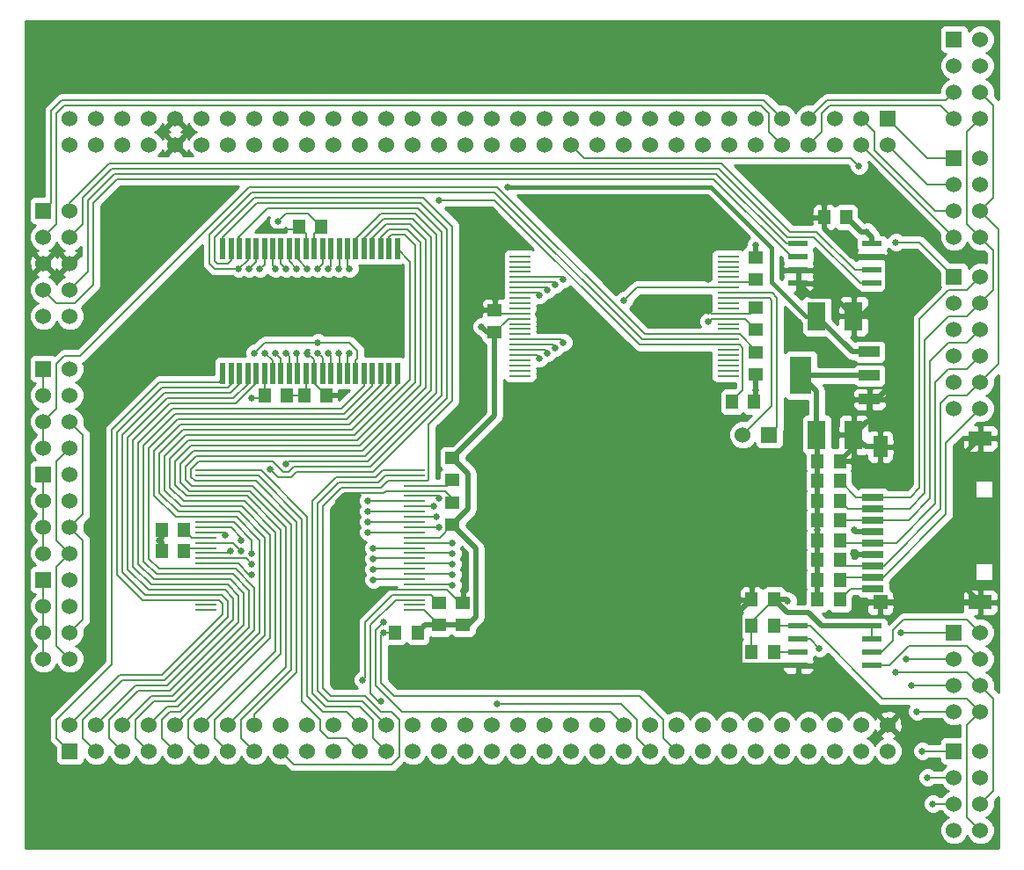
<source format=gtl>
G04 (created by PCBNEW-RS274X (2012-01-19 BZR 3256)-stable) date 08/10/2012 04:37:32*
G01*
G70*
G90*
%MOIN*%
G04 Gerber Fmt 3.4, Leading zero omitted, Abs format*
%FSLAX34Y34*%
G04 APERTURE LIST*
%ADD10C,0.006000*%
%ADD11R,0.078700X0.007800*%
%ADD12R,0.045000X0.055000*%
%ADD13R,0.060000X0.060000*%
%ADD14C,0.060000*%
%ADD15R,0.080000X0.144000*%
%ADD16R,0.080000X0.040000*%
%ADD17R,0.070000X0.110000*%
%ADD18R,0.055000X0.045000*%
%ADD19R,0.086600X0.055100*%
%ADD20R,0.055100X0.078700*%
%ADD21R,0.055100X0.055100*%
%ADD22R,0.078700X0.027600*%
%ADD23R,0.075000X0.020000*%
%ADD24R,0.019700X0.078700*%
%ADD25C,0.025000*%
%ADD26C,0.015000*%
%ADD27C,0.020000*%
%ADD28C,0.008000*%
%ADD29C,0.010000*%
G04 APERTURE END LIST*
G54D10*
G54D11*
X25037Y-27870D03*
X25037Y-27673D03*
X25037Y-27476D03*
X25037Y-27280D03*
X25037Y-27083D03*
X25037Y-26886D03*
X25037Y-26689D03*
X25037Y-26492D03*
X25037Y-26295D03*
X25037Y-26098D03*
X25037Y-25902D03*
X25037Y-25705D03*
X25037Y-25508D03*
X25037Y-25311D03*
X25037Y-25114D03*
X25037Y-24917D03*
X25037Y-24720D03*
X25037Y-24524D03*
X25037Y-24327D03*
X25037Y-24130D03*
X25037Y-23933D03*
X25037Y-23736D03*
X25037Y-23539D03*
X25037Y-23343D03*
X17163Y-23343D03*
X17163Y-23539D03*
X17163Y-23736D03*
X17163Y-23933D03*
X17163Y-24130D03*
X17163Y-24327D03*
X17163Y-24524D03*
X17163Y-24720D03*
X17163Y-24917D03*
X17163Y-25114D03*
X17163Y-25311D03*
X17163Y-25508D03*
X17163Y-25705D03*
X17163Y-25902D03*
X17163Y-26098D03*
X17163Y-26295D03*
X17163Y-26492D03*
X17163Y-26689D03*
X17163Y-26886D03*
X17163Y-27083D03*
X17163Y-27280D03*
X17163Y-27476D03*
X17163Y-27673D03*
X17163Y-27870D03*
X17163Y-28067D03*
X17163Y-28264D03*
X17163Y-28461D03*
X17163Y-28657D03*
X25037Y-28067D03*
X25037Y-28264D03*
X25037Y-28461D03*
X25037Y-28657D03*
X29063Y-15630D03*
X29063Y-15827D03*
X29063Y-16024D03*
X29063Y-16220D03*
X29063Y-16417D03*
X29063Y-16614D03*
X29063Y-16811D03*
X29063Y-17008D03*
X29063Y-17205D03*
X29063Y-17402D03*
X29063Y-17598D03*
X29063Y-17795D03*
X29063Y-17992D03*
X29063Y-18189D03*
X29063Y-18386D03*
X29063Y-18583D03*
X29063Y-18780D03*
X29063Y-18976D03*
X29063Y-19173D03*
X29063Y-19370D03*
X29063Y-19567D03*
X29063Y-19764D03*
X36937Y-19764D03*
X36937Y-19567D03*
X36937Y-19370D03*
X36937Y-19173D03*
X36937Y-18976D03*
X36937Y-18780D03*
X36937Y-18583D03*
X36937Y-18386D03*
X36937Y-18189D03*
X36937Y-17992D03*
X36937Y-17795D03*
X36937Y-17598D03*
X36937Y-17402D03*
X36937Y-17205D03*
X36937Y-17008D03*
X36937Y-16811D03*
X36937Y-16614D03*
X36937Y-16417D03*
X36937Y-16220D03*
X36937Y-16024D03*
X36937Y-15827D03*
X36937Y-15630D03*
X36937Y-15433D03*
X36937Y-15236D03*
X29063Y-15433D03*
X29063Y-15236D03*
G54D12*
X37825Y-29250D03*
X38675Y-29250D03*
G54D13*
X45500Y-16000D03*
G54D14*
X46500Y-16000D03*
X45500Y-17000D03*
X46500Y-17000D03*
X45500Y-18000D03*
X46500Y-18000D03*
X45500Y-19000D03*
X46500Y-19000D03*
X45500Y-20000D03*
X46500Y-20000D03*
X45500Y-21000D03*
X46500Y-21000D03*
G54D13*
X45500Y-11500D03*
G54D14*
X46500Y-11500D03*
X45500Y-12500D03*
X46500Y-12500D03*
X45500Y-13500D03*
X46500Y-13500D03*
X45500Y-14500D03*
X46500Y-14500D03*
G54D13*
X45500Y-07000D03*
G54D14*
X46500Y-07000D03*
X45500Y-08000D03*
X46500Y-08000D03*
X45500Y-09000D03*
X46500Y-09000D03*
X45500Y-10000D03*
X46500Y-10000D03*
G54D15*
X39700Y-19750D03*
G54D16*
X42300Y-19750D03*
X42300Y-18850D03*
X42300Y-20650D03*
G54D17*
X41700Y-17500D03*
X40300Y-17500D03*
X41700Y-22000D03*
X40300Y-22000D03*
G54D12*
X21525Y-14100D03*
X20675Y-14100D03*
G54D18*
X38000Y-18025D03*
X38000Y-17175D03*
X28100Y-18125D03*
X28100Y-17275D03*
G54D12*
X37825Y-28250D03*
X38675Y-28250D03*
G54D18*
X26900Y-29225D03*
X26900Y-28375D03*
G54D12*
X20875Y-20500D03*
X21725Y-20500D03*
G54D18*
X26000Y-29225D03*
X26000Y-28375D03*
G54D12*
X15475Y-25600D03*
X16325Y-25600D03*
G54D18*
X26500Y-22875D03*
X26500Y-23725D03*
X38000Y-19725D03*
X38000Y-18875D03*
X26500Y-25425D03*
X26500Y-24575D03*
G54D12*
X41175Y-23000D03*
X40325Y-23000D03*
X15475Y-26400D03*
X16325Y-26400D03*
X25175Y-29500D03*
X24325Y-29500D03*
X20225Y-20500D03*
X19375Y-20500D03*
G54D13*
X11000Y-27500D03*
G54D14*
X12000Y-27500D03*
X11000Y-28500D03*
X12000Y-28500D03*
X11000Y-29500D03*
X12000Y-29500D03*
X11000Y-30500D03*
X12000Y-30500D03*
G54D13*
X11000Y-23500D03*
G54D14*
X12000Y-23500D03*
X11000Y-24500D03*
X12000Y-24500D03*
X11000Y-25500D03*
X12000Y-25500D03*
X11000Y-26500D03*
X12000Y-26500D03*
G54D13*
X11000Y-19500D03*
G54D14*
X12000Y-19500D03*
X11000Y-20500D03*
X12000Y-20500D03*
X11000Y-21500D03*
X12000Y-21500D03*
X11000Y-22500D03*
X12000Y-22500D03*
G54D13*
X45500Y-34000D03*
G54D14*
X46500Y-34000D03*
X45500Y-35000D03*
X46500Y-35000D03*
X45500Y-36000D03*
X46500Y-36000D03*
X45500Y-37000D03*
X46500Y-37000D03*
G54D13*
X45500Y-29500D03*
G54D14*
X46500Y-29500D03*
X45500Y-30500D03*
X46500Y-30500D03*
X45500Y-31500D03*
X46500Y-31500D03*
X45500Y-32500D03*
X46500Y-32500D03*
G54D13*
X38500Y-22000D03*
G54D14*
X37500Y-22000D03*
G54D19*
X46488Y-28360D03*
X46488Y-22140D03*
G54D20*
X42709Y-22455D03*
G54D21*
X42709Y-28360D03*
G54D22*
X42433Y-27829D03*
X42433Y-27396D03*
X42433Y-26963D03*
X42433Y-26530D03*
X42433Y-26096D03*
X42433Y-25663D03*
X42433Y-25230D03*
X42433Y-24797D03*
X42433Y-24364D03*
G54D23*
X42400Y-29250D03*
X42400Y-29750D03*
X42400Y-30250D03*
X42400Y-30750D03*
X39600Y-30750D03*
X39600Y-30250D03*
X39600Y-29750D03*
X39600Y-29250D03*
G54D18*
X38000Y-15275D03*
X38000Y-16125D03*
G54D12*
X37925Y-20750D03*
X37075Y-20750D03*
X37825Y-30250D03*
X38675Y-30250D03*
X41175Y-28250D03*
X40325Y-28250D03*
X41175Y-23750D03*
X40325Y-23750D03*
X41175Y-24500D03*
X40325Y-24500D03*
X41175Y-25250D03*
X40325Y-25250D03*
X41175Y-26000D03*
X40325Y-26000D03*
X41175Y-26750D03*
X40325Y-26750D03*
X41175Y-27500D03*
X40325Y-27500D03*
G54D13*
X43000Y-10000D03*
G54D14*
X43000Y-11000D03*
X42000Y-10000D03*
X42000Y-11000D03*
X41000Y-10000D03*
X41000Y-11000D03*
X40000Y-10000D03*
X40000Y-11000D03*
X39000Y-10000D03*
X39000Y-11000D03*
X38000Y-10000D03*
X38000Y-11000D03*
X37000Y-10000D03*
X37000Y-11000D03*
X36000Y-10000D03*
X36000Y-11000D03*
X35000Y-10000D03*
X35000Y-11000D03*
X34000Y-10000D03*
X34000Y-11000D03*
X33000Y-10000D03*
X33000Y-11000D03*
X32000Y-10000D03*
X32000Y-11000D03*
X31000Y-10000D03*
X31000Y-11000D03*
X30000Y-10000D03*
X30000Y-11000D03*
X29000Y-10000D03*
X29000Y-11000D03*
X28000Y-10000D03*
X28000Y-11000D03*
X27000Y-10000D03*
X27000Y-11000D03*
X26000Y-10000D03*
X26000Y-11000D03*
X25000Y-10000D03*
X25000Y-11000D03*
X24000Y-10000D03*
X24000Y-11000D03*
X23000Y-10000D03*
X23000Y-11000D03*
X22000Y-10000D03*
X22000Y-11000D03*
X21000Y-10000D03*
X21000Y-11000D03*
X20000Y-10000D03*
X20000Y-11000D03*
X19000Y-10000D03*
X19000Y-11000D03*
X18000Y-10000D03*
X18000Y-11000D03*
X17000Y-10000D03*
X17000Y-11000D03*
X16000Y-10000D03*
X16000Y-11000D03*
X15000Y-10000D03*
X15000Y-11000D03*
X14000Y-10000D03*
X14000Y-11000D03*
X13000Y-10000D03*
X13000Y-11000D03*
X12000Y-10000D03*
X12000Y-11000D03*
G54D13*
X12000Y-34000D03*
G54D14*
X12000Y-33000D03*
X13000Y-34000D03*
X13000Y-33000D03*
X14000Y-34000D03*
X14000Y-33000D03*
X15000Y-34000D03*
X15000Y-33000D03*
X16000Y-34000D03*
X16000Y-33000D03*
X17000Y-34000D03*
X17000Y-33000D03*
X18000Y-34000D03*
X18000Y-33000D03*
X19000Y-34000D03*
X19000Y-33000D03*
X20000Y-34000D03*
X20000Y-33000D03*
X21000Y-34000D03*
X21000Y-33000D03*
X22000Y-34000D03*
X22000Y-33000D03*
X23000Y-34000D03*
X23000Y-33000D03*
X24000Y-34000D03*
X24000Y-33000D03*
X25000Y-34000D03*
X25000Y-33000D03*
X26000Y-34000D03*
X26000Y-33000D03*
X27000Y-34000D03*
X27000Y-33000D03*
X28000Y-34000D03*
X28000Y-33000D03*
X29000Y-34000D03*
X29000Y-33000D03*
X30000Y-34000D03*
X30000Y-33000D03*
X31000Y-34000D03*
X31000Y-33000D03*
X32000Y-34000D03*
X32000Y-33000D03*
X33000Y-34000D03*
X33000Y-33000D03*
X34000Y-34000D03*
X34000Y-33000D03*
X35000Y-34000D03*
X35000Y-33000D03*
X36000Y-34000D03*
X36000Y-33000D03*
X37000Y-34000D03*
X37000Y-33000D03*
X38000Y-34000D03*
X38000Y-33000D03*
X39000Y-34000D03*
X39000Y-33000D03*
X40000Y-34000D03*
X40000Y-33000D03*
X41000Y-34000D03*
X41000Y-33000D03*
X42000Y-34000D03*
X42000Y-33000D03*
X43000Y-34000D03*
X43000Y-33000D03*
G54D24*
X23777Y-14938D03*
X23462Y-14938D03*
X23147Y-14938D03*
X22832Y-14938D03*
X22517Y-14938D03*
X22202Y-14938D03*
X21887Y-14938D03*
X21572Y-14938D03*
X21257Y-14938D03*
X20943Y-14938D03*
X20628Y-14938D03*
X20313Y-14938D03*
X19998Y-14938D03*
X19683Y-14938D03*
X19368Y-14938D03*
X19053Y-14938D03*
X18738Y-14938D03*
X18423Y-14938D03*
X18108Y-14938D03*
G54D10*
G36*
X17695Y-15331D02*
X17695Y-14545D01*
X17891Y-14545D01*
X17891Y-15331D01*
X17695Y-15331D01*
X17695Y-15331D01*
G37*
G54D24*
X17793Y-19662D03*
X18108Y-19662D03*
X18423Y-19662D03*
X18738Y-19662D03*
X19053Y-19662D03*
X19368Y-19662D03*
X19683Y-19662D03*
X19998Y-19662D03*
X20313Y-19662D03*
X20628Y-19662D03*
X20943Y-19662D03*
X21257Y-19662D03*
X21572Y-19662D03*
X21887Y-19662D03*
X22202Y-19662D03*
X22517Y-19662D03*
X22832Y-19662D03*
X23147Y-19662D03*
X23462Y-19662D03*
X23777Y-19662D03*
X24092Y-19662D03*
X24407Y-19662D03*
X24092Y-14938D03*
X24407Y-14938D03*
G54D12*
X40575Y-13750D03*
X41425Y-13750D03*
G54D13*
X11000Y-13500D03*
G54D14*
X12000Y-13500D03*
X11000Y-14500D03*
X12000Y-14500D03*
X11000Y-15500D03*
X12000Y-15500D03*
X11000Y-16500D03*
X12000Y-16500D03*
X11000Y-17500D03*
X12000Y-17500D03*
G54D23*
X42400Y-14750D03*
X42400Y-15250D03*
X42400Y-15750D03*
X42400Y-16250D03*
X39600Y-16250D03*
X39600Y-15750D03*
X39600Y-15250D03*
X39600Y-14750D03*
G54D25*
X28600Y-12600D03*
X40400Y-30100D03*
X43300Y-31000D03*
X23800Y-32100D03*
X18900Y-27300D03*
X19600Y-23300D03*
X18900Y-26900D03*
X20200Y-23100D03*
X18900Y-26500D03*
X18500Y-26000D03*
X18500Y-26400D03*
X23500Y-27500D03*
X19400Y-18900D03*
X30700Y-16100D03*
X19800Y-18900D03*
X23500Y-27100D03*
X30400Y-16300D03*
X26500Y-26500D03*
X21800Y-15700D03*
X26500Y-26100D03*
X21400Y-15700D03*
X26000Y-25500D03*
X21000Y-15700D03*
X25900Y-25100D03*
X20600Y-15700D03*
X20200Y-15700D03*
X25800Y-24700D03*
X26000Y-24400D03*
X19800Y-15700D03*
X30100Y-16500D03*
X23500Y-26700D03*
X20200Y-18900D03*
X29800Y-16700D03*
X20600Y-18900D03*
X23500Y-26300D03*
X30700Y-18500D03*
X23300Y-25700D03*
X21400Y-18900D03*
X30400Y-18700D03*
X23300Y-25300D03*
X21800Y-18900D03*
X22200Y-18900D03*
X23300Y-24900D03*
X30100Y-18900D03*
X29800Y-19100D03*
X22600Y-18900D03*
X23300Y-24500D03*
X22600Y-15700D03*
X26500Y-27300D03*
X26500Y-26900D03*
X22200Y-15700D03*
X26000Y-13100D03*
X19200Y-15700D03*
X18400Y-15700D03*
X26500Y-27700D03*
X28200Y-32200D03*
X23100Y-31300D03*
X18800Y-15700D03*
X18100Y-26400D03*
X23900Y-29500D03*
X21400Y-18500D03*
X17900Y-25800D03*
X33000Y-16900D03*
X19000Y-18900D03*
X23900Y-29100D03*
X18900Y-20600D03*
X43300Y-14700D03*
X41900Y-11800D03*
X44700Y-36000D03*
X44500Y-35000D03*
X44300Y-34000D03*
X43900Y-31500D03*
X43700Y-30500D03*
X44100Y-32500D03*
X43500Y-29500D03*
X40325Y-25625D03*
X41725Y-25625D03*
X15500Y-08800D03*
X27600Y-17200D03*
X42500Y-21500D03*
X22100Y-29400D03*
X21000Y-18900D03*
X36200Y-17300D03*
X41700Y-26500D03*
X22100Y-27300D03*
X36200Y-16100D03*
X42100Y-28400D03*
X19600Y-14200D03*
X20225Y-20500D03*
X36200Y-17700D03*
X15400Y-26000D03*
X27600Y-17900D03*
X38000Y-20300D03*
X19900Y-13900D03*
X42200Y-14300D03*
X38000Y-14800D03*
X39200Y-28300D03*
G54D26*
X36300Y-12600D02*
X28600Y-12600D01*
G54D27*
X41650Y-18850D02*
X40300Y-17500D01*
G54D26*
X38600Y-14900D02*
X36300Y-12600D01*
X39900Y-17500D02*
X38600Y-16200D01*
X38600Y-16200D02*
X38600Y-14900D01*
G54D27*
X42300Y-18850D02*
X41650Y-18850D01*
G54D26*
X39900Y-17500D02*
X40300Y-17500D01*
G54D28*
X46500Y-31500D02*
X46000Y-31000D01*
X47000Y-32000D02*
X47000Y-35500D01*
X47000Y-35500D02*
X46500Y-36000D01*
X40400Y-30100D02*
X40050Y-29750D01*
X46500Y-31500D02*
X47000Y-32000D01*
X40050Y-29750D02*
X39600Y-29750D01*
X46000Y-31000D02*
X43300Y-31000D01*
X46000Y-30000D02*
X43800Y-30000D01*
X46500Y-30500D02*
X46000Y-30000D01*
X43050Y-30750D02*
X42400Y-30750D01*
X43800Y-30000D02*
X43050Y-30750D01*
X40050Y-29250D02*
X42800Y-32000D01*
X46000Y-32000D02*
X42800Y-32000D01*
X46500Y-32500D02*
X46000Y-33000D01*
X46000Y-33000D02*
X46000Y-36500D01*
X39600Y-29250D02*
X38675Y-29250D01*
X39600Y-29250D02*
X40050Y-29250D01*
X46000Y-36500D02*
X46500Y-37000D01*
X46500Y-32500D02*
X46000Y-32000D01*
X43200Y-29800D02*
X42750Y-30250D01*
X46000Y-29000D02*
X43600Y-29000D01*
X46500Y-29500D02*
X46000Y-29000D01*
X42750Y-30250D02*
X42400Y-30250D01*
X43600Y-29000D02*
X43200Y-29400D01*
X43200Y-29400D02*
X43200Y-29800D01*
X23700Y-32100D02*
X23800Y-32100D01*
X11500Y-32800D02*
X13600Y-30700D01*
X15400Y-20000D02*
X13600Y-21800D01*
X12000Y-34000D02*
X11500Y-33500D01*
X13600Y-30700D02*
X13600Y-21800D01*
X24336Y-28264D02*
X23400Y-29200D01*
X25037Y-28264D02*
X24336Y-28264D01*
X17638Y-20000D02*
X15400Y-20000D01*
X11500Y-33500D02*
X11500Y-32800D01*
X23400Y-31800D02*
X23700Y-32100D01*
X23400Y-29200D02*
X23400Y-31800D01*
X17793Y-19845D02*
X17638Y-20000D01*
X17793Y-19662D02*
X17793Y-19845D01*
X18000Y-20200D02*
X15500Y-20200D01*
X15500Y-31100D02*
X13900Y-31100D01*
X17664Y-28264D02*
X17800Y-28400D01*
X15500Y-20200D02*
X13800Y-21900D01*
X18108Y-20092D02*
X18000Y-20200D01*
X17163Y-28264D02*
X17664Y-28264D01*
X18108Y-19662D02*
X18108Y-20092D01*
X17800Y-28400D02*
X17800Y-28800D01*
X13800Y-21900D02*
X13800Y-27300D01*
X13900Y-31100D02*
X12000Y-33000D01*
X14764Y-28264D02*
X17163Y-28264D01*
X13800Y-27300D02*
X14764Y-28264D01*
X17800Y-28800D02*
X15500Y-31100D01*
X15600Y-24100D02*
X15600Y-22800D01*
X16220Y-24720D02*
X15600Y-24100D01*
X16500Y-33500D02*
X17000Y-34000D01*
X24900Y-15431D02*
X24900Y-19900D01*
X18520Y-24720D02*
X19600Y-25800D01*
X19600Y-25800D02*
X19600Y-29700D01*
X24900Y-19900D02*
X22800Y-22000D01*
X24407Y-14938D02*
X24900Y-15431D01*
X16400Y-22000D02*
X22800Y-22000D01*
X15600Y-22800D02*
X16400Y-22000D01*
X17163Y-24720D02*
X18520Y-24720D01*
X16500Y-32800D02*
X16500Y-33500D01*
X19600Y-29700D02*
X16500Y-32800D01*
X17163Y-24720D02*
X16220Y-24720D01*
X24092Y-14508D02*
X24200Y-14400D01*
X17000Y-33000D02*
X19800Y-30200D01*
X16324Y-24524D02*
X17163Y-24524D01*
X24200Y-14400D02*
X24700Y-14400D01*
X22900Y-22200D02*
X16500Y-22200D01*
X18624Y-24524D02*
X19800Y-25700D01*
X25100Y-20000D02*
X22900Y-22200D01*
X24700Y-14400D02*
X25100Y-14800D01*
X25100Y-14800D02*
X25100Y-20000D01*
X16500Y-22200D02*
X15800Y-22900D01*
X15800Y-24000D02*
X16324Y-24524D01*
X24092Y-14938D02*
X24092Y-14508D01*
X18624Y-24524D02*
X17163Y-24524D01*
X19800Y-30200D02*
X19800Y-25700D01*
X15800Y-22900D02*
X15800Y-24000D01*
X17163Y-24327D02*
X16427Y-24327D01*
X17163Y-24327D02*
X18727Y-24327D01*
X20000Y-30300D02*
X17500Y-32800D01*
X25300Y-20100D02*
X23000Y-22400D01*
X16000Y-23000D02*
X16600Y-22400D01*
X16000Y-23900D02*
X16000Y-23000D01*
X17500Y-33500D02*
X18000Y-34000D01*
X24100Y-14200D02*
X24800Y-14200D01*
X23777Y-14938D02*
X23777Y-14523D01*
X20000Y-25600D02*
X20000Y-30300D01*
X24800Y-14200D02*
X25300Y-14700D01*
X17500Y-32800D02*
X17500Y-33500D01*
X23777Y-14523D02*
X24100Y-14200D01*
X18727Y-24327D02*
X20000Y-25600D01*
X16600Y-22400D02*
X23000Y-22400D01*
X16427Y-24327D02*
X16000Y-23900D01*
X25300Y-14700D02*
X25300Y-20100D01*
X25500Y-20200D02*
X23100Y-22600D01*
X16530Y-24130D02*
X17163Y-24130D01*
X18830Y-24130D02*
X20200Y-25500D01*
X18830Y-24130D02*
X17163Y-24130D01*
X25500Y-14600D02*
X25500Y-20200D01*
X24000Y-14000D02*
X24900Y-14000D01*
X18000Y-33000D02*
X20200Y-30800D01*
X16200Y-23800D02*
X16530Y-24130D01*
X20200Y-30800D02*
X20200Y-25500D01*
X24900Y-14000D02*
X25500Y-14600D01*
X16700Y-22600D02*
X16200Y-23100D01*
X23462Y-14938D02*
X23462Y-14538D01*
X16200Y-23100D02*
X16200Y-23800D01*
X23100Y-22600D02*
X16700Y-22600D01*
X23462Y-14538D02*
X24000Y-14000D01*
X18500Y-32800D02*
X18500Y-33500D01*
X20400Y-25400D02*
X20400Y-30900D01*
X16400Y-23700D02*
X16400Y-23200D01*
X25700Y-14500D02*
X25700Y-20300D01*
X18933Y-23933D02*
X20400Y-25400D01*
X23900Y-13800D02*
X25000Y-13800D01*
X16400Y-23200D02*
X16800Y-22800D01*
X23147Y-14938D02*
X23147Y-14553D01*
X25000Y-13800D02*
X25700Y-14500D01*
X17163Y-23933D02*
X16633Y-23933D01*
X16633Y-23933D02*
X16400Y-23700D01*
X17163Y-23933D02*
X18933Y-23933D01*
X16800Y-22800D02*
X23200Y-22800D01*
X20400Y-30900D02*
X18500Y-32800D01*
X18500Y-33500D02*
X19000Y-34000D01*
X23147Y-14553D02*
X23900Y-13800D01*
X23200Y-22800D02*
X25700Y-20300D01*
X20100Y-23400D02*
X20300Y-23400D01*
X16600Y-23600D02*
X16600Y-23300D01*
X16736Y-23736D02*
X16600Y-23600D01*
X20300Y-23400D02*
X20500Y-23200D01*
X26100Y-14300D02*
X25200Y-13400D01*
X19000Y-32600D02*
X19000Y-33000D01*
X23400Y-23200D02*
X26100Y-20500D01*
X16600Y-23300D02*
X16900Y-23000D01*
X26100Y-20500D02*
X26100Y-14300D01*
X20600Y-25300D02*
X19036Y-23736D01*
X20600Y-31000D02*
X19000Y-32600D01*
X17163Y-23736D02*
X16736Y-23736D01*
X20500Y-23200D02*
X23400Y-23200D01*
X17163Y-23736D02*
X19036Y-23736D01*
X19700Y-23000D02*
X20100Y-23400D01*
X18400Y-14500D02*
X18423Y-14500D01*
X19500Y-13400D02*
X18400Y-14500D01*
X20600Y-25300D02*
X20600Y-31000D01*
X16900Y-23000D02*
X19700Y-23000D01*
X25200Y-13400D02*
X19500Y-13400D01*
X18423Y-14500D02*
X18423Y-14938D01*
X17500Y-15400D02*
X17600Y-15500D01*
X21900Y-31900D02*
X23200Y-31900D01*
X21600Y-31600D02*
X21900Y-31900D01*
X17600Y-15500D02*
X18000Y-15500D01*
X21600Y-24700D02*
X21600Y-31600D01*
X25037Y-23736D02*
X24064Y-23736D01*
X18000Y-15500D02*
X18108Y-15392D01*
X25400Y-13000D02*
X26500Y-14100D01*
X25600Y-23700D02*
X25564Y-23736D01*
X24200Y-34500D02*
X20500Y-34500D01*
X24500Y-34200D02*
X24200Y-34500D01*
X23800Y-32500D02*
X24200Y-32500D01*
X25400Y-13000D02*
X19000Y-13000D01*
X17500Y-14500D02*
X17500Y-15400D01*
X19000Y-13000D02*
X17500Y-14500D01*
X24064Y-23736D02*
X23800Y-24000D01*
X26500Y-20700D02*
X25600Y-21600D01*
X22300Y-24000D02*
X21600Y-24700D01*
X24200Y-32500D02*
X24500Y-32800D01*
X25600Y-21600D02*
X25600Y-23700D01*
X26500Y-14100D02*
X26500Y-20700D01*
X24500Y-32800D02*
X24500Y-34200D01*
X25564Y-23736D02*
X25037Y-23736D01*
X23800Y-24000D02*
X22300Y-24000D01*
X23200Y-31900D02*
X23800Y-32500D01*
X18108Y-15392D02*
X18108Y-14938D01*
X20500Y-34500D02*
X20000Y-34000D01*
X19100Y-13200D02*
X25300Y-13200D01*
X18800Y-27300D02*
X18900Y-27300D01*
X18386Y-26886D02*
X18800Y-27300D01*
X19900Y-23600D02*
X19600Y-23300D01*
X20400Y-23600D02*
X19900Y-23600D01*
X17793Y-14507D02*
X19100Y-13200D01*
X17793Y-14938D02*
X17793Y-14507D01*
X20600Y-23400D02*
X20400Y-23600D01*
X26300Y-14200D02*
X26300Y-20600D01*
X25300Y-13200D02*
X26300Y-14200D01*
X26300Y-20600D02*
X23500Y-23400D01*
X23500Y-23400D02*
X20600Y-23400D01*
X18386Y-26886D02*
X17163Y-26886D01*
X20200Y-23100D02*
X20300Y-23000D01*
X20300Y-23000D02*
X23300Y-23000D01*
X22832Y-14938D02*
X22832Y-14568D01*
X18689Y-26689D02*
X18900Y-26900D01*
X25100Y-13600D02*
X23800Y-13600D01*
X23800Y-13600D02*
X22832Y-14568D01*
X23300Y-23000D02*
X25900Y-20400D01*
X25900Y-14400D02*
X25100Y-13600D01*
X17163Y-26689D02*
X18689Y-26689D01*
X25900Y-20400D02*
X25900Y-14400D01*
X17163Y-25311D02*
X18211Y-25311D01*
X18900Y-26000D02*
X18900Y-26500D01*
X18211Y-25311D02*
X18900Y-26000D01*
X14867Y-28067D02*
X14000Y-27200D01*
X18100Y-20400D02*
X15600Y-20400D01*
X12500Y-32800D02*
X12500Y-33500D01*
X17767Y-28067D02*
X18000Y-28300D01*
X15600Y-31300D02*
X14000Y-31300D01*
X17163Y-28067D02*
X17767Y-28067D01*
X12500Y-33500D02*
X13000Y-34000D01*
X18423Y-20077D02*
X18100Y-20400D01*
X14000Y-27200D02*
X14000Y-22000D01*
X17163Y-28067D02*
X14867Y-28067D01*
X14000Y-31300D02*
X12500Y-32800D01*
X18423Y-19662D02*
X18423Y-20077D01*
X15600Y-20400D02*
X14000Y-22000D01*
X18000Y-28300D02*
X18000Y-28900D01*
X18000Y-28900D02*
X15600Y-31300D01*
X17163Y-25508D02*
X18108Y-25508D01*
X18500Y-25900D02*
X18500Y-26000D01*
X18108Y-25508D02*
X18500Y-25900D01*
X17163Y-26098D02*
X18198Y-26098D01*
X18198Y-26098D02*
X18500Y-26400D01*
X21800Y-33500D02*
X21500Y-33200D01*
X21500Y-33200D02*
X21500Y-32800D01*
X22500Y-33500D02*
X23000Y-34000D01*
X17163Y-23539D02*
X19139Y-23539D01*
X22500Y-33500D02*
X21800Y-33500D01*
X20800Y-32100D02*
X20800Y-25200D01*
X19139Y-23539D02*
X20800Y-25200D01*
X21500Y-32800D02*
X20800Y-32100D01*
X23000Y-33000D02*
X22500Y-32500D01*
X22500Y-32500D02*
X21600Y-32500D01*
X21600Y-32500D02*
X21000Y-31900D01*
X19243Y-23343D02*
X17163Y-23343D01*
X21000Y-31900D02*
X21000Y-25100D01*
X19243Y-23343D02*
X21000Y-25100D01*
X21200Y-24500D02*
X21200Y-31800D01*
X23500Y-32800D02*
X23500Y-33500D01*
X21700Y-32300D02*
X23000Y-32300D01*
X23857Y-23343D02*
X23600Y-23600D01*
X23000Y-32300D02*
X23500Y-32800D01*
X24000Y-34000D02*
X23500Y-33500D01*
X23857Y-23343D02*
X25037Y-23343D01*
X21200Y-31800D02*
X21700Y-32300D01*
X23600Y-23600D02*
X22100Y-23600D01*
X22100Y-23600D02*
X21200Y-24500D01*
X21400Y-31700D02*
X21400Y-24600D01*
X25037Y-23539D02*
X23961Y-23539D01*
X21800Y-32100D02*
X21400Y-31700D01*
X23700Y-23800D02*
X22200Y-23800D01*
X23100Y-32100D02*
X21800Y-32100D01*
X24000Y-33000D02*
X23100Y-32100D01*
X23961Y-23539D02*
X23700Y-23800D01*
X21400Y-24600D02*
X22200Y-23800D01*
X17163Y-27870D02*
X17870Y-27870D01*
X18200Y-20600D02*
X15700Y-20600D01*
X14200Y-27100D02*
X14970Y-27870D01*
X14970Y-27870D02*
X17163Y-27870D01*
X17870Y-27870D02*
X18200Y-28200D01*
X15700Y-31500D02*
X14500Y-31500D01*
X15700Y-20600D02*
X14200Y-22100D01*
X14200Y-22100D02*
X14200Y-27100D01*
X18738Y-20062D02*
X18200Y-20600D01*
X18200Y-28200D02*
X18200Y-29000D01*
X18200Y-29000D02*
X15700Y-31500D01*
X18738Y-19662D02*
X18738Y-20062D01*
X14500Y-31500D02*
X13000Y-33000D01*
X15800Y-31700D02*
X14600Y-31700D01*
X13500Y-33500D02*
X14000Y-34000D01*
X19053Y-20047D02*
X18300Y-20800D01*
X15073Y-27673D02*
X14400Y-27000D01*
X17163Y-27673D02*
X17973Y-27673D01*
X14600Y-31700D02*
X13500Y-32800D01*
X15800Y-20800D02*
X14400Y-22200D01*
X18400Y-28100D02*
X18400Y-29100D01*
X19053Y-19662D02*
X19053Y-20047D01*
X18400Y-29100D02*
X15800Y-31700D01*
X18300Y-20800D02*
X15800Y-20800D01*
X17973Y-27673D02*
X18400Y-28100D01*
X13500Y-32800D02*
X13500Y-33500D01*
X14400Y-22200D02*
X14400Y-27000D01*
X17163Y-27673D02*
X15073Y-27673D01*
X23147Y-20153D02*
X22300Y-21000D01*
X18600Y-28000D02*
X18600Y-29200D01*
X23147Y-19662D02*
X23147Y-20153D01*
X15100Y-31900D02*
X14000Y-33000D01*
X15900Y-31900D02*
X15100Y-31900D01*
X22300Y-21000D02*
X15900Y-21000D01*
X14600Y-22300D02*
X15900Y-21000D01*
X14600Y-26900D02*
X15176Y-27476D01*
X17163Y-27476D02*
X18076Y-27476D01*
X18076Y-27476D02*
X18600Y-28000D01*
X15176Y-27476D02*
X17163Y-27476D01*
X14600Y-26900D02*
X14600Y-22300D01*
X18600Y-29200D02*
X15900Y-31900D01*
X15200Y-32100D02*
X14500Y-32800D01*
X18800Y-29300D02*
X16000Y-32100D01*
X17163Y-27280D02*
X15280Y-27280D01*
X14500Y-32800D02*
X14500Y-33500D01*
X16000Y-32100D02*
X15200Y-32100D01*
X18800Y-27900D02*
X18800Y-29300D01*
X15280Y-27280D02*
X14800Y-26800D01*
X17163Y-27280D02*
X18180Y-27280D01*
X23462Y-20138D02*
X22400Y-21200D01*
X14800Y-22400D02*
X16000Y-21200D01*
X14500Y-33500D02*
X15000Y-34000D01*
X16000Y-21200D02*
X22400Y-21200D01*
X18180Y-27280D02*
X18800Y-27900D01*
X14800Y-26800D02*
X14800Y-22400D01*
X23462Y-19662D02*
X23462Y-20138D01*
X15700Y-32300D02*
X15000Y-33000D01*
X15000Y-26700D02*
X15000Y-22500D01*
X15000Y-26700D02*
X15383Y-27083D01*
X22500Y-21400D02*
X16100Y-21400D01*
X23777Y-20123D02*
X22500Y-21400D01*
X23777Y-19662D02*
X23777Y-20123D01*
X19000Y-29400D02*
X16100Y-32300D01*
X15383Y-27083D02*
X17163Y-27083D01*
X19000Y-27800D02*
X19000Y-29400D01*
X17163Y-27083D02*
X18283Y-27083D01*
X16100Y-32300D02*
X15700Y-32300D01*
X15000Y-22500D02*
X16100Y-21400D01*
X18283Y-27083D02*
X19000Y-27800D01*
X19200Y-26000D02*
X19200Y-29500D01*
X15800Y-32500D02*
X15500Y-32800D01*
X16014Y-25114D02*
X15200Y-24300D01*
X16200Y-21600D02*
X22600Y-21600D01*
X19200Y-26000D02*
X18314Y-25114D01*
X19200Y-29500D02*
X16200Y-32500D01*
X15500Y-33500D02*
X16000Y-34000D01*
X15500Y-32800D02*
X15500Y-33500D01*
X17163Y-25114D02*
X18314Y-25114D01*
X15200Y-24300D02*
X15200Y-22600D01*
X24092Y-19662D02*
X24092Y-20108D01*
X15200Y-22600D02*
X16200Y-21600D01*
X24092Y-20108D02*
X22600Y-21600D01*
X16200Y-32500D02*
X15800Y-32500D01*
X17163Y-25114D02*
X16014Y-25114D01*
X24407Y-20093D02*
X22700Y-21800D01*
X15400Y-24200D02*
X15400Y-22700D01*
X18417Y-24917D02*
X19400Y-25900D01*
X16300Y-21800D02*
X22700Y-21800D01*
X19400Y-25900D02*
X19400Y-29600D01*
X17163Y-24917D02*
X18417Y-24917D01*
X17163Y-24917D02*
X16117Y-24917D01*
X16117Y-24917D02*
X15400Y-24200D01*
X15400Y-22700D02*
X16300Y-21800D01*
X19400Y-29600D02*
X16000Y-33000D01*
X24407Y-19662D02*
X24407Y-20093D01*
X38614Y-16614D02*
X38800Y-16800D01*
X38800Y-21700D02*
X38500Y-22000D01*
X36937Y-16614D02*
X38614Y-16614D01*
X38800Y-16800D02*
X38800Y-21700D01*
X38600Y-16900D02*
X38600Y-20900D01*
X36937Y-16811D02*
X38511Y-16811D01*
X37500Y-22000D02*
X38600Y-20900D01*
X38511Y-16811D02*
X38600Y-16900D01*
X19683Y-19662D02*
X19683Y-19183D01*
X30624Y-16024D02*
X29063Y-16024D01*
X23524Y-27476D02*
X25037Y-27476D01*
X23524Y-27476D02*
X23500Y-27500D01*
X19683Y-19183D02*
X19400Y-18900D01*
X30624Y-16024D02*
X30700Y-16100D01*
X30320Y-16220D02*
X30400Y-16300D01*
X23517Y-27083D02*
X25037Y-27083D01*
X19998Y-19098D02*
X19800Y-18900D01*
X30320Y-16220D02*
X29063Y-16220D01*
X19998Y-19662D02*
X19998Y-19098D01*
X23517Y-27083D02*
X23500Y-27100D01*
X25037Y-26492D02*
X26492Y-26492D01*
X26492Y-26492D02*
X26500Y-26500D01*
X21887Y-15613D02*
X21800Y-15700D01*
X21887Y-15613D02*
X21887Y-14938D01*
X25037Y-26098D02*
X26498Y-26098D01*
X26498Y-26098D02*
X26500Y-26100D01*
X21572Y-14938D02*
X21572Y-15528D01*
X21572Y-15528D02*
X21400Y-15700D01*
X20628Y-14938D02*
X20628Y-15328D01*
X25992Y-25508D02*
X26000Y-25500D01*
X20628Y-15328D02*
X21000Y-15700D01*
X25037Y-25508D02*
X25992Y-25508D01*
X25886Y-25114D02*
X25900Y-25100D01*
X20313Y-14938D02*
X20313Y-15413D01*
X25037Y-25114D02*
X25886Y-25114D01*
X20313Y-15413D02*
X20600Y-15700D01*
X19998Y-14938D02*
X19998Y-15498D01*
X25780Y-24720D02*
X25800Y-24700D01*
X19998Y-15498D02*
X20200Y-15700D01*
X25037Y-24720D02*
X25780Y-24720D01*
X25037Y-24327D02*
X25927Y-24327D01*
X19683Y-14938D02*
X19683Y-15583D01*
X25927Y-24327D02*
X26000Y-24400D01*
X19683Y-15583D02*
X19800Y-15700D01*
X20313Y-19662D02*
X20313Y-19013D01*
X30017Y-16417D02*
X29063Y-16417D01*
X20313Y-19013D02*
X20200Y-18900D01*
X30017Y-16417D02*
X30100Y-16500D01*
X23511Y-26689D02*
X23500Y-26700D01*
X25037Y-26689D02*
X23511Y-26689D01*
X29714Y-16614D02*
X29063Y-16614D01*
X23505Y-26295D02*
X23500Y-26300D01*
X29714Y-16614D02*
X29800Y-16700D01*
X20628Y-19662D02*
X20628Y-18928D01*
X25037Y-26295D02*
X23505Y-26295D01*
X20628Y-18928D02*
X20600Y-18900D01*
X30700Y-18500D02*
X30586Y-18386D01*
X21572Y-19072D02*
X21572Y-19662D01*
X21572Y-19072D02*
X21400Y-18900D01*
X23305Y-25705D02*
X23300Y-25700D01*
X23305Y-25705D02*
X25037Y-25705D01*
X29063Y-18386D02*
X30586Y-18386D01*
X23311Y-25311D02*
X23300Y-25300D01*
X30283Y-18583D02*
X30400Y-18700D01*
X23311Y-25311D02*
X25037Y-25311D01*
X30283Y-18583D02*
X29063Y-18583D01*
X21887Y-19662D02*
X21887Y-18987D01*
X21887Y-18987D02*
X21800Y-18900D01*
X29980Y-18780D02*
X30100Y-18900D01*
X29063Y-18780D02*
X29980Y-18780D01*
X25037Y-24917D02*
X23317Y-24917D01*
X22202Y-18902D02*
X22200Y-18900D01*
X23317Y-24917D02*
X23300Y-24900D01*
X22202Y-18902D02*
X22202Y-19662D01*
X23324Y-24524D02*
X23300Y-24500D01*
X25037Y-24524D02*
X23324Y-24524D01*
X29676Y-18976D02*
X29800Y-19100D01*
X22517Y-18983D02*
X22517Y-19662D01*
X22517Y-18983D02*
X22600Y-18900D01*
X29676Y-18976D02*
X29063Y-18976D01*
X22517Y-15617D02*
X22600Y-15700D01*
X25037Y-27280D02*
X26480Y-27280D01*
X26480Y-27280D02*
X26500Y-27300D01*
X22517Y-15617D02*
X22517Y-14938D01*
X26486Y-26886D02*
X26500Y-26900D01*
X22202Y-14938D02*
X22202Y-15698D01*
X22202Y-15698D02*
X22200Y-15700D01*
X25037Y-26886D02*
X26486Y-26886D01*
X36937Y-18189D02*
X33789Y-18189D01*
X33789Y-18189D02*
X28200Y-12600D01*
X11500Y-21000D02*
X11500Y-19300D01*
X28200Y-12600D02*
X18800Y-12600D01*
X38000Y-18800D02*
X38000Y-18875D01*
X37389Y-18189D02*
X38000Y-18800D01*
X36937Y-18189D02*
X37389Y-18189D01*
X11000Y-21500D02*
X11500Y-21000D01*
X12400Y-19000D02*
X18800Y-12600D01*
X11800Y-19000D02*
X12400Y-19000D01*
X11500Y-19300D02*
X11800Y-19000D01*
X11000Y-22500D02*
X11000Y-21500D01*
X37500Y-18700D02*
X37500Y-20325D01*
X11000Y-19500D02*
X11000Y-20500D01*
X33583Y-18583D02*
X28100Y-13100D01*
X36937Y-18583D02*
X33583Y-18583D01*
X37500Y-20325D02*
X37075Y-20750D01*
X28100Y-13100D02*
X26000Y-13100D01*
X37383Y-18583D02*
X37500Y-18700D01*
X36937Y-18583D02*
X37383Y-18583D01*
X11500Y-23000D02*
X11500Y-26000D01*
X12000Y-26500D02*
X11500Y-27000D01*
X11500Y-30000D02*
X12000Y-30500D01*
X11500Y-27000D02*
X11500Y-30000D01*
X12000Y-22500D02*
X11500Y-23000D01*
X11500Y-26000D02*
X12000Y-26500D01*
X12500Y-22000D02*
X12500Y-25000D01*
X12000Y-25500D02*
X12500Y-26000D01*
X12000Y-21500D02*
X12500Y-22000D01*
X12500Y-25000D02*
X12000Y-25500D01*
X12500Y-29000D02*
X12000Y-29500D01*
X12500Y-26000D02*
X12500Y-29000D01*
X19368Y-15532D02*
X19200Y-15700D01*
X19368Y-14938D02*
X19368Y-15532D01*
X26473Y-27673D02*
X26500Y-27700D01*
X33500Y-33500D02*
X34000Y-34000D01*
X33686Y-18386D02*
X28100Y-12800D01*
X33500Y-32800D02*
X33500Y-33500D01*
X18738Y-15362D02*
X18400Y-15700D01*
X28100Y-12800D02*
X18900Y-12800D01*
X17300Y-15500D02*
X17500Y-15700D01*
X28200Y-32200D02*
X32900Y-32200D01*
X17300Y-14400D02*
X17300Y-15500D01*
X18400Y-15700D02*
X17500Y-15700D01*
X32900Y-32200D02*
X33500Y-32800D01*
X18900Y-12800D02*
X17300Y-14400D01*
X33686Y-18386D02*
X36937Y-18386D01*
X25037Y-27673D02*
X26473Y-27673D01*
X18738Y-14938D02*
X18738Y-15362D01*
X24233Y-28067D02*
X23200Y-29100D01*
X11000Y-29500D02*
X11000Y-30500D01*
X11000Y-27500D02*
X11000Y-28500D01*
X11000Y-28500D02*
X11000Y-29500D01*
X25037Y-28067D02*
X24233Y-28067D01*
X25037Y-28067D02*
X25692Y-28067D01*
X23200Y-29100D02*
X23200Y-31200D01*
X23200Y-31200D02*
X23100Y-31300D01*
X25692Y-28067D02*
X26000Y-28375D01*
X19053Y-14938D02*
X19053Y-15447D01*
X19053Y-15447D02*
X18800Y-15700D01*
X18008Y-26492D02*
X18100Y-26400D01*
X34500Y-33500D02*
X35000Y-34000D01*
X17163Y-26492D02*
X18008Y-26492D01*
X33600Y-31900D02*
X34500Y-32800D01*
X23900Y-29500D02*
X23800Y-29600D01*
X34500Y-32800D02*
X34500Y-33500D01*
X23800Y-29600D02*
X23800Y-31400D01*
X24300Y-31900D02*
X33600Y-31900D01*
X24325Y-29500D02*
X23900Y-29500D01*
X23800Y-31400D02*
X24300Y-31900D01*
X23600Y-31500D02*
X24600Y-32500D01*
X17163Y-25705D02*
X17805Y-25705D01*
X22900Y-19100D02*
X22900Y-18800D01*
X19400Y-18500D02*
X19000Y-18900D01*
X21400Y-18500D02*
X22600Y-18500D01*
X23600Y-29400D02*
X23900Y-29100D01*
X22600Y-18500D02*
X22900Y-18800D01*
X23600Y-31500D02*
X23600Y-29400D01*
X22832Y-19168D02*
X22900Y-19100D01*
X21400Y-18500D02*
X19400Y-18500D01*
X32500Y-32500D02*
X33000Y-33000D01*
X17805Y-25705D02*
X17900Y-25800D01*
X22832Y-19662D02*
X22832Y-19168D01*
X32500Y-32500D02*
X24600Y-32500D01*
X36937Y-16417D02*
X33483Y-16417D01*
X33483Y-16417D02*
X33000Y-16900D01*
X22832Y-19168D02*
X22900Y-19100D01*
X19368Y-20493D02*
X19375Y-20500D01*
X11000Y-25500D02*
X11000Y-24500D01*
X19275Y-20600D02*
X19375Y-20500D01*
X11000Y-24500D02*
X11000Y-23500D01*
X19368Y-19662D02*
X19375Y-19669D01*
X19275Y-20600D02*
X18900Y-20600D01*
X11000Y-26500D02*
X11000Y-25500D01*
X19375Y-19669D02*
X19375Y-20500D01*
X38300Y-09300D02*
X11700Y-09300D01*
X39000Y-10000D02*
X38300Y-09300D01*
X11700Y-09300D02*
X11300Y-09700D01*
X11300Y-09700D02*
X11300Y-13200D01*
X11300Y-13200D02*
X11000Y-13500D01*
X11800Y-09500D02*
X11500Y-09800D01*
X11500Y-14000D02*
X11000Y-14500D01*
X38500Y-10500D02*
X38500Y-09800D01*
X38500Y-09800D02*
X38200Y-09500D01*
X38200Y-09500D02*
X11800Y-09500D01*
X39000Y-11000D02*
X38500Y-10500D01*
X11500Y-09800D02*
X11500Y-14000D01*
X44200Y-14700D02*
X43300Y-14700D01*
X45500Y-16000D02*
X44200Y-14700D01*
X31500Y-11500D02*
X41600Y-11500D01*
X41600Y-11500D02*
X41900Y-11800D01*
X31000Y-11000D02*
X31500Y-11500D01*
X42500Y-10500D02*
X42500Y-11200D01*
X44700Y-36000D02*
X45500Y-36000D01*
X42500Y-11200D02*
X44800Y-13500D01*
X42000Y-10000D02*
X42500Y-10500D01*
X44800Y-13500D02*
X45500Y-13500D01*
X44500Y-12500D02*
X45500Y-12500D01*
X44500Y-35000D02*
X45500Y-35000D01*
X43000Y-11000D02*
X44500Y-12500D01*
X42000Y-11000D02*
X45500Y-14500D01*
X43000Y-10000D02*
X44500Y-11500D01*
X44300Y-34000D02*
X45500Y-34000D01*
X44500Y-11500D02*
X45500Y-11500D01*
X40000Y-10000D02*
X40700Y-09300D01*
X43900Y-31500D02*
X45500Y-31500D01*
X45200Y-09300D02*
X45500Y-09000D01*
X40700Y-09300D02*
X45200Y-09300D01*
X43700Y-30500D02*
X45500Y-30500D01*
X40800Y-09500D02*
X45000Y-09500D01*
X40000Y-11000D02*
X40500Y-10500D01*
X45000Y-09500D02*
X45500Y-10000D01*
X40500Y-10500D02*
X40500Y-09800D01*
X44100Y-32500D02*
X45500Y-32500D01*
X40500Y-09800D02*
X40800Y-09500D01*
X43500Y-29500D02*
X45500Y-29500D01*
X41596Y-27829D02*
X41175Y-28250D01*
X42433Y-27829D02*
X41596Y-27829D01*
X46500Y-19000D02*
X46000Y-19500D01*
X45300Y-19500D02*
X44800Y-20000D01*
X41271Y-26096D02*
X41175Y-26000D01*
X46000Y-19500D02*
X45300Y-19500D01*
X43304Y-26096D02*
X44800Y-24600D01*
X42433Y-26096D02*
X41271Y-26096D01*
X44800Y-20000D02*
X44800Y-24600D01*
X42433Y-26096D02*
X43304Y-26096D01*
X43770Y-25230D02*
X44600Y-24400D01*
X46500Y-18000D02*
X46000Y-18500D01*
X42433Y-25230D02*
X41195Y-25230D01*
X46000Y-18500D02*
X45300Y-18500D01*
X42433Y-25230D02*
X43770Y-25230D01*
X41195Y-25230D02*
X41175Y-25250D01*
X45300Y-18500D02*
X44600Y-19200D01*
X44600Y-19200D02*
X44600Y-24400D01*
X42837Y-26963D02*
X45000Y-24800D01*
X42433Y-26963D02*
X42837Y-26963D01*
X46000Y-20500D02*
X46500Y-20000D01*
X47200Y-14200D02*
X47200Y-19300D01*
X45000Y-20800D02*
X45300Y-20500D01*
X41388Y-26963D02*
X41175Y-26750D01*
X45300Y-20500D02*
X46000Y-20500D01*
X42433Y-26963D02*
X41388Y-26963D01*
X47200Y-19300D02*
X46500Y-20000D01*
X47000Y-09500D02*
X47000Y-13000D01*
X47000Y-13000D02*
X46500Y-13500D01*
X46500Y-13500D02*
X47200Y-14200D01*
X45000Y-24800D02*
X45000Y-20800D01*
X46500Y-09000D02*
X47000Y-09500D01*
X46500Y-20000D02*
X46000Y-20500D01*
X41279Y-27396D02*
X41175Y-27500D01*
X42433Y-27396D02*
X42804Y-27396D01*
X46500Y-21000D02*
X45200Y-22300D01*
X41175Y-27500D02*
X41279Y-27396D01*
X42804Y-27396D02*
X45200Y-25000D01*
X41279Y-27396D02*
X41175Y-27500D01*
X45200Y-22300D02*
X45200Y-25000D01*
X41279Y-27396D02*
X41175Y-27500D01*
X42433Y-27396D02*
X41279Y-27396D01*
X42433Y-24364D02*
X43836Y-24364D01*
X43836Y-24364D02*
X44200Y-24000D01*
X44200Y-17600D02*
X44200Y-24000D01*
X45300Y-16500D02*
X44200Y-17600D01*
X41789Y-24364D02*
X41175Y-23750D01*
X42433Y-24364D02*
X41789Y-24364D01*
X46500Y-16000D02*
X46000Y-16500D01*
X46000Y-16500D02*
X45300Y-16500D01*
X42433Y-24797D02*
X41472Y-24797D01*
X44400Y-18400D02*
X44400Y-24200D01*
X46000Y-10500D02*
X46000Y-14000D01*
X41472Y-24797D02*
X41175Y-24500D01*
X47000Y-15000D02*
X47000Y-16500D01*
X43803Y-24797D02*
X44400Y-24200D01*
X46000Y-14000D02*
X46500Y-14500D01*
X46000Y-17500D02*
X45300Y-17500D01*
X42433Y-24797D02*
X43803Y-24797D01*
X46500Y-10000D02*
X46000Y-10500D01*
X46500Y-14500D02*
X47000Y-15000D01*
X46500Y-17000D02*
X46000Y-17500D01*
X47000Y-16500D02*
X46500Y-17000D01*
X45300Y-17500D02*
X44400Y-18400D01*
G54D27*
X42300Y-19750D02*
X39700Y-19750D01*
X40300Y-22000D02*
X40325Y-22025D01*
X42433Y-25663D02*
X41763Y-25663D01*
X40325Y-25250D02*
X40325Y-25650D01*
X40325Y-25650D02*
X40325Y-26000D01*
X40325Y-25625D02*
X40325Y-25650D01*
X41763Y-25663D02*
X41725Y-25625D01*
X40325Y-26000D02*
X40325Y-26750D01*
X40325Y-27500D02*
X40325Y-28250D01*
X40325Y-23750D02*
X40325Y-24500D01*
X39700Y-19750D02*
X40300Y-20350D01*
X40325Y-24500D02*
X40325Y-25250D01*
X40325Y-23750D02*
X40325Y-23000D01*
X40300Y-20350D02*
X40300Y-22000D01*
X40325Y-26750D02*
X40325Y-27500D01*
X40325Y-22025D02*
X40325Y-23000D01*
G54D28*
X39600Y-15750D02*
X39600Y-16250D01*
G54D27*
X45800Y-27672D02*
X46488Y-28360D01*
X41700Y-22475D02*
X41700Y-22000D01*
X41175Y-23000D02*
X41700Y-22475D01*
G54D28*
X20575Y-14200D02*
X19600Y-14200D01*
G54D27*
X42709Y-22455D02*
X42155Y-22455D01*
X41700Y-22000D02*
X42200Y-21500D01*
X42155Y-22455D02*
X41700Y-22000D01*
G54D28*
X20943Y-14938D02*
X20943Y-14368D01*
G54D27*
X45800Y-22828D02*
X45800Y-27672D01*
X42200Y-21500D02*
X42500Y-21500D01*
X46488Y-22140D02*
X45800Y-22828D01*
G54D28*
X21257Y-19157D02*
X21257Y-19662D01*
X23970Y-24130D02*
X25037Y-24130D01*
X21257Y-19157D02*
X21000Y-18900D01*
X26230Y-24130D02*
X26500Y-24400D01*
X23900Y-24200D02*
X23970Y-24130D01*
G54D27*
X41730Y-26530D02*
X41700Y-26500D01*
G54D28*
X21257Y-19662D02*
X21257Y-20032D01*
G54D27*
X42140Y-28360D02*
X42709Y-28360D01*
G54D28*
X21257Y-20032D02*
X21725Y-20500D01*
X37773Y-17402D02*
X38000Y-17175D01*
X25037Y-27870D02*
X22670Y-27870D01*
X26775Y-28375D02*
X26900Y-28375D01*
X22100Y-24500D02*
X22400Y-24200D01*
G54D27*
X42433Y-26530D02*
X41730Y-26530D01*
G54D28*
X22400Y-24200D02*
X23900Y-24200D01*
X22670Y-27870D02*
X22100Y-27300D01*
X20943Y-14368D02*
X20675Y-14100D01*
G54D27*
X40950Y-16750D02*
X41700Y-17500D01*
X39600Y-16250D02*
X40100Y-16750D01*
X42000Y-17500D02*
X41700Y-17500D01*
G54D28*
X28227Y-17402D02*
X28100Y-17275D01*
X26270Y-27870D02*
X26775Y-28375D01*
G54D27*
X42300Y-21300D02*
X42500Y-21500D01*
G54D28*
X26500Y-24400D02*
X26500Y-24575D01*
G54D27*
X42300Y-21300D02*
X42300Y-20650D01*
X43000Y-16500D02*
X42000Y-17500D01*
X42400Y-15250D02*
X41650Y-15250D01*
X43000Y-15400D02*
X43000Y-16500D01*
X42850Y-15250D02*
X43000Y-15400D01*
X40575Y-14175D02*
X40575Y-13750D01*
G54D28*
X20575Y-14200D02*
X20675Y-14100D01*
G54D27*
X42400Y-15250D02*
X42850Y-15250D01*
X41650Y-15250D02*
X40575Y-14175D01*
X27675Y-17275D02*
X27600Y-17200D01*
X46488Y-28360D02*
X42709Y-28360D01*
G54D28*
X25037Y-27870D02*
X26270Y-27870D01*
X36302Y-17402D02*
X36200Y-17300D01*
G54D27*
X39600Y-30750D02*
X37450Y-30750D01*
G54D28*
X22100Y-27300D02*
X22100Y-24500D01*
G54D27*
X37400Y-30700D02*
X37400Y-28675D01*
G54D28*
X36937Y-17402D02*
X36302Y-17402D01*
G54D27*
X28100Y-17275D02*
X27675Y-17275D01*
G54D28*
X29063Y-17402D02*
X28227Y-17402D01*
G54D27*
X37450Y-30750D02*
X37400Y-30700D01*
X37400Y-28675D02*
X37825Y-28250D01*
X43000Y-18250D02*
X43000Y-20250D01*
X43000Y-20250D02*
X42600Y-20650D01*
G54D28*
X25037Y-24130D02*
X26230Y-24130D01*
G54D27*
X42140Y-28360D02*
X42100Y-28400D01*
X42600Y-20650D02*
X42300Y-20650D01*
G54D28*
X36937Y-17402D02*
X37773Y-17402D01*
G54D27*
X42250Y-17500D02*
X43000Y-18250D01*
X40100Y-16750D02*
X40950Y-16750D01*
X41700Y-17500D02*
X42250Y-17500D01*
G54D28*
X37905Y-16220D02*
X38000Y-16125D01*
X36937Y-16220D02*
X37905Y-16220D01*
X39600Y-30250D02*
X38675Y-30250D01*
X26292Y-23933D02*
X26500Y-23725D01*
X25037Y-23933D02*
X26292Y-23933D01*
X16627Y-25902D02*
X16325Y-25600D01*
X17163Y-25902D02*
X16627Y-25902D01*
X16430Y-26295D02*
X16325Y-26400D01*
X17163Y-26295D02*
X16430Y-26295D01*
X39600Y-14750D02*
X39150Y-14750D01*
X36500Y-12100D02*
X13700Y-12100D01*
X39150Y-14750D02*
X36500Y-12100D01*
X12700Y-15800D02*
X12000Y-16500D01*
X13700Y-12100D02*
X12700Y-13100D01*
X12700Y-13100D02*
X12700Y-15800D01*
X13600Y-11900D02*
X12500Y-13000D01*
X39200Y-14500D02*
X36600Y-11900D01*
X40200Y-14500D02*
X39200Y-14500D01*
X41950Y-16250D02*
X40200Y-14500D01*
X36600Y-11900D02*
X13600Y-11900D01*
X12500Y-13000D02*
X12500Y-14000D01*
X12500Y-14000D02*
X12000Y-14500D01*
X42400Y-16250D02*
X41950Y-16250D01*
X12000Y-13500D02*
X12000Y-13200D01*
X12000Y-13200D02*
X13500Y-11700D01*
X41750Y-15750D02*
X40300Y-14300D01*
X36700Y-11700D02*
X13500Y-11700D01*
X39300Y-14300D02*
X36700Y-11700D01*
X40300Y-14300D02*
X39300Y-14300D01*
X42400Y-15750D02*
X41750Y-15750D01*
X12900Y-13200D02*
X12900Y-16300D01*
X12900Y-16300D02*
X12200Y-17000D01*
X13800Y-12300D02*
X12900Y-13200D01*
X12200Y-17000D02*
X11500Y-17000D01*
X11500Y-17000D02*
X11000Y-16500D01*
X39350Y-15250D02*
X36400Y-12300D01*
X39600Y-15250D02*
X39350Y-15250D01*
X36400Y-12300D02*
X13800Y-12300D01*
X25037Y-28657D02*
X25432Y-28657D01*
X20943Y-19662D02*
X20943Y-20432D01*
G54D27*
X27100Y-23475D02*
X27100Y-24825D01*
G54D28*
X20875Y-20500D02*
X20225Y-20500D01*
X37573Y-17598D02*
X38000Y-18025D01*
G54D27*
X27400Y-28900D02*
X27075Y-29225D01*
X28100Y-21275D02*
X26500Y-22875D01*
X27100Y-24825D02*
X26500Y-25425D01*
G54D28*
X28627Y-17598D02*
X28100Y-18125D01*
G54D27*
X27825Y-18125D02*
X28100Y-18125D01*
G54D28*
X36937Y-17598D02*
X37573Y-17598D01*
G54D27*
X27825Y-18125D02*
X27600Y-17900D01*
G54D28*
X25432Y-28657D02*
X26000Y-29225D01*
G54D27*
X39150Y-28250D02*
X39200Y-28300D01*
X26900Y-29225D02*
X26000Y-29225D01*
X26000Y-29225D02*
X25450Y-29225D01*
G54D28*
X42400Y-29750D02*
X42400Y-29250D01*
G54D27*
X15475Y-25925D02*
X15400Y-26000D01*
X26500Y-25425D02*
X27400Y-26325D01*
G54D28*
X21025Y-13600D02*
X21525Y-14100D01*
G54D27*
X27400Y-26325D02*
X27400Y-28900D01*
X25450Y-29225D02*
X25175Y-29500D01*
G54D28*
X36200Y-17700D02*
X36302Y-17598D01*
G54D27*
X40000Y-28750D02*
X39175Y-28750D01*
X42400Y-29250D02*
X40500Y-29250D01*
G54D28*
X20943Y-20432D02*
X20875Y-20500D01*
G54D27*
X28100Y-18125D02*
X28100Y-21275D01*
G54D28*
X29063Y-17598D02*
X28627Y-17598D01*
G54D27*
X15475Y-25600D02*
X15475Y-25925D01*
X38000Y-20300D02*
X38000Y-19725D01*
X27075Y-29225D02*
X26900Y-29225D01*
G54D28*
X20200Y-13600D02*
X19900Y-13900D01*
X21025Y-13600D02*
X20200Y-13600D01*
G54D27*
X37925Y-20750D02*
X38000Y-20675D01*
X38675Y-28250D02*
X39150Y-28250D01*
G54D28*
X36937Y-17598D02*
X36302Y-17598D01*
X37825Y-29100D02*
X38675Y-28250D01*
G54D27*
X41975Y-14300D02*
X41425Y-13750D01*
X41975Y-14300D02*
X42200Y-14300D01*
X42400Y-14500D02*
X42200Y-14300D01*
G54D28*
X37825Y-29250D02*
X37825Y-29100D01*
X21257Y-14938D02*
X21257Y-14368D01*
X37825Y-30250D02*
X37825Y-29250D01*
G54D27*
X39175Y-28750D02*
X38675Y-28250D01*
G54D28*
X26023Y-25902D02*
X26500Y-25425D01*
G54D27*
X40500Y-29250D02*
X40000Y-28750D01*
X38000Y-14800D02*
X38000Y-15275D01*
X38000Y-20675D02*
X38000Y-20300D01*
X42400Y-14750D02*
X42400Y-14500D01*
G54D28*
X25037Y-25902D02*
X26023Y-25902D01*
G54D27*
X15475Y-26075D02*
X15400Y-26000D01*
X15475Y-26075D02*
X15475Y-26400D01*
X26500Y-22875D02*
X27100Y-23475D01*
G54D28*
X21257Y-14368D02*
X21525Y-14100D01*
G54D10*
G36*
X16773Y-10500D02*
X16689Y-10535D01*
X16535Y-10689D01*
X16497Y-10780D01*
X16472Y-10719D01*
X16378Y-10692D01*
X16308Y-10762D01*
X16308Y-10622D01*
X16281Y-10528D01*
X16207Y-10502D01*
X16281Y-10472D01*
X16308Y-10378D01*
X16000Y-10071D01*
X15692Y-10378D01*
X15719Y-10472D01*
X15792Y-10497D01*
X15719Y-10528D01*
X15692Y-10622D01*
X16000Y-10929D01*
X16308Y-10622D01*
X16308Y-10762D01*
X16071Y-11000D01*
X16378Y-11308D01*
X16472Y-11281D01*
X16495Y-11215D01*
X16535Y-11311D01*
X16634Y-11410D01*
X16298Y-11410D01*
X16308Y-11378D01*
X16000Y-11071D01*
X15692Y-11378D01*
X15701Y-11410D01*
X15366Y-11410D01*
X15465Y-11311D01*
X15502Y-11219D01*
X15528Y-11281D01*
X15622Y-11308D01*
X15929Y-11000D01*
X15622Y-10692D01*
X15528Y-10719D01*
X15504Y-10784D01*
X15465Y-10689D01*
X15311Y-10535D01*
X15226Y-10500D01*
X15311Y-10465D01*
X15465Y-10311D01*
X15502Y-10219D01*
X15528Y-10281D01*
X15622Y-10308D01*
X15894Y-10035D01*
X15929Y-10000D01*
X16000Y-09929D01*
X16071Y-10000D01*
X16106Y-10035D01*
X16378Y-10308D01*
X16472Y-10281D01*
X16495Y-10215D01*
X16535Y-10311D01*
X16689Y-10465D01*
X16773Y-10500D01*
X16773Y-10500D01*
G37*
G54D29*
X16773Y-10500D02*
X16689Y-10535D01*
X16535Y-10689D01*
X16497Y-10780D01*
X16472Y-10719D01*
X16378Y-10692D01*
X16308Y-10762D01*
X16308Y-10622D01*
X16281Y-10528D01*
X16207Y-10502D01*
X16281Y-10472D01*
X16308Y-10378D01*
X16000Y-10071D01*
X15692Y-10378D01*
X15719Y-10472D01*
X15792Y-10497D01*
X15719Y-10528D01*
X15692Y-10622D01*
X16000Y-10929D01*
X16308Y-10622D01*
X16308Y-10762D01*
X16071Y-11000D01*
X16378Y-11308D01*
X16472Y-11281D01*
X16495Y-11215D01*
X16535Y-11311D01*
X16634Y-11410D01*
X16298Y-11410D01*
X16308Y-11378D01*
X16000Y-11071D01*
X15692Y-11378D01*
X15701Y-11410D01*
X15366Y-11410D01*
X15465Y-11311D01*
X15502Y-11219D01*
X15528Y-11281D01*
X15622Y-11308D01*
X15929Y-11000D01*
X15622Y-10692D01*
X15528Y-10719D01*
X15504Y-10784D01*
X15465Y-10689D01*
X15311Y-10535D01*
X15226Y-10500D01*
X15311Y-10465D01*
X15465Y-10311D01*
X15502Y-10219D01*
X15528Y-10281D01*
X15622Y-10308D01*
X15894Y-10035D01*
X15929Y-10000D01*
X16000Y-09929D01*
X16071Y-10000D01*
X16106Y-10035D01*
X16378Y-10308D01*
X16472Y-10281D01*
X16495Y-10215D01*
X16535Y-10311D01*
X16689Y-10465D01*
X16773Y-10500D01*
G54D10*
G36*
X20212Y-14200D02*
X20200Y-14212D01*
X20200Y-14296D01*
X20166Y-14296D01*
X20155Y-14300D01*
X20146Y-14296D01*
X20047Y-14296D01*
X19851Y-14296D01*
X19840Y-14300D01*
X19831Y-14296D01*
X19732Y-14296D01*
X19536Y-14296D01*
X19525Y-14300D01*
X19516Y-14296D01*
X19417Y-14296D01*
X19221Y-14296D01*
X19210Y-14300D01*
X19201Y-14296D01*
X19102Y-14296D01*
X19014Y-14296D01*
X19553Y-13757D01*
X19525Y-13825D01*
X19525Y-13974D01*
X19582Y-14112D01*
X19687Y-14217D01*
X19825Y-14275D01*
X19974Y-14275D01*
X20112Y-14218D01*
X20200Y-14130D01*
X20200Y-14200D01*
X20212Y-14200D01*
X20212Y-14200D01*
G37*
G54D29*
X20212Y-14200D02*
X20200Y-14212D01*
X20200Y-14296D01*
X20166Y-14296D01*
X20155Y-14300D01*
X20146Y-14296D01*
X20047Y-14296D01*
X19851Y-14296D01*
X19840Y-14300D01*
X19831Y-14296D01*
X19732Y-14296D01*
X19536Y-14296D01*
X19525Y-14300D01*
X19516Y-14296D01*
X19417Y-14296D01*
X19221Y-14296D01*
X19210Y-14300D01*
X19201Y-14296D01*
X19102Y-14296D01*
X19014Y-14296D01*
X19553Y-13757D01*
X19525Y-13825D01*
X19525Y-13974D01*
X19582Y-14112D01*
X19687Y-14217D01*
X19825Y-14275D01*
X19974Y-14275D01*
X20112Y-14218D01*
X20200Y-14130D01*
X20200Y-14200D01*
X20212Y-14200D01*
G54D10*
G36*
X20725Y-14150D02*
X20625Y-14150D01*
X20625Y-14050D01*
X20725Y-14050D01*
X20725Y-14150D01*
X20725Y-14150D01*
G37*
G54D29*
X20725Y-14150D02*
X20625Y-14150D01*
X20625Y-14050D01*
X20725Y-14050D01*
X20725Y-14150D01*
G54D10*
G36*
X21044Y-19020D02*
X20992Y-19020D01*
X20956Y-19020D01*
X20975Y-18975D01*
X20975Y-18826D01*
X20960Y-18790D01*
X21039Y-18790D01*
X21025Y-18825D01*
X21025Y-18974D01*
X21044Y-19020D01*
X21044Y-19020D01*
G37*
G54D29*
X21044Y-19020D02*
X20992Y-19020D01*
X20956Y-19020D01*
X20975Y-18975D01*
X20975Y-18826D01*
X20960Y-18790D01*
X21039Y-18790D01*
X21025Y-18825D01*
X21025Y-18974D01*
X21044Y-19020D01*
G54D10*
G36*
X22586Y-20304D02*
X22199Y-20690D01*
X22200Y-20612D01*
X22138Y-20550D01*
X21825Y-20550D01*
X21775Y-20550D01*
X21675Y-20550D01*
X21675Y-20450D01*
X21775Y-20450D01*
X21825Y-20450D01*
X22138Y-20450D01*
X22200Y-20388D01*
X22199Y-20304D01*
X22349Y-20304D01*
X22359Y-20299D01*
X22369Y-20304D01*
X22468Y-20304D01*
X22586Y-20304D01*
X22586Y-20304D01*
G37*
G54D29*
X22586Y-20304D02*
X22199Y-20690D01*
X22200Y-20612D01*
X22138Y-20550D01*
X21825Y-20550D01*
X21775Y-20550D01*
X21675Y-20550D01*
X21675Y-20450D01*
X21775Y-20450D01*
X21825Y-20450D01*
X22138Y-20450D01*
X22200Y-20388D01*
X22199Y-20304D01*
X22349Y-20304D01*
X22359Y-20299D01*
X22369Y-20304D01*
X22468Y-20304D01*
X22586Y-20304D01*
G54D10*
G36*
X24398Y-27770D02*
X24394Y-27770D01*
X24394Y-27777D01*
X24233Y-27777D01*
X24122Y-27799D01*
X24028Y-27862D01*
X24027Y-27862D01*
X24027Y-27863D01*
X22995Y-28895D01*
X22932Y-28989D01*
X22910Y-29100D01*
X22910Y-30972D01*
X22888Y-30982D01*
X22783Y-31087D01*
X22725Y-31225D01*
X22725Y-31374D01*
X22782Y-31512D01*
X22880Y-31610D01*
X22020Y-31610D01*
X21890Y-31480D01*
X21890Y-24820D01*
X22420Y-24290D01*
X22981Y-24290D01*
X22925Y-24425D01*
X22925Y-24574D01*
X22977Y-24700D01*
X22925Y-24825D01*
X22925Y-24974D01*
X22977Y-25100D01*
X22925Y-25225D01*
X22925Y-25374D01*
X22977Y-25500D01*
X22925Y-25625D01*
X22925Y-25774D01*
X22982Y-25912D01*
X23087Y-26017D01*
X23203Y-26066D01*
X23183Y-26087D01*
X23125Y-26225D01*
X23125Y-26374D01*
X23177Y-26500D01*
X23125Y-26625D01*
X23125Y-26774D01*
X23177Y-26900D01*
X23125Y-27025D01*
X23125Y-27174D01*
X23177Y-27300D01*
X23125Y-27425D01*
X23125Y-27574D01*
X23182Y-27712D01*
X23287Y-27817D01*
X23425Y-27875D01*
X23574Y-27875D01*
X23712Y-27818D01*
X23764Y-27766D01*
X24397Y-27766D01*
X24398Y-27770D01*
X24398Y-27770D01*
G37*
G54D29*
X24398Y-27770D02*
X24394Y-27770D01*
X24394Y-27777D01*
X24233Y-27777D01*
X24122Y-27799D01*
X24028Y-27862D01*
X24027Y-27862D01*
X24027Y-27863D01*
X22995Y-28895D01*
X22932Y-28989D01*
X22910Y-29100D01*
X22910Y-30972D01*
X22888Y-30982D01*
X22783Y-31087D01*
X22725Y-31225D01*
X22725Y-31374D01*
X22782Y-31512D01*
X22880Y-31610D01*
X22020Y-31610D01*
X21890Y-31480D01*
X21890Y-24820D01*
X22420Y-24290D01*
X22981Y-24290D01*
X22925Y-24425D01*
X22925Y-24574D01*
X22977Y-24700D01*
X22925Y-24825D01*
X22925Y-24974D01*
X22977Y-25100D01*
X22925Y-25225D01*
X22925Y-25374D01*
X22977Y-25500D01*
X22925Y-25625D01*
X22925Y-25774D01*
X22982Y-25912D01*
X23087Y-26017D01*
X23203Y-26066D01*
X23183Y-26087D01*
X23125Y-26225D01*
X23125Y-26374D01*
X23177Y-26500D01*
X23125Y-26625D01*
X23125Y-26774D01*
X23177Y-26900D01*
X23125Y-27025D01*
X23125Y-27174D01*
X23177Y-27300D01*
X23125Y-27425D01*
X23125Y-27574D01*
X23182Y-27712D01*
X23287Y-27817D01*
X23425Y-27875D01*
X23574Y-27875D01*
X23712Y-27818D01*
X23764Y-27766D01*
X24397Y-27766D01*
X24398Y-27770D01*
G54D10*
G36*
X26550Y-24625D02*
X26450Y-24625D01*
X26450Y-24525D01*
X26550Y-24525D01*
X26550Y-24625D01*
X26550Y-24625D01*
G37*
G54D29*
X26550Y-24625D02*
X26450Y-24625D01*
X26450Y-24525D01*
X26550Y-24525D01*
X26550Y-24625D01*
G54D10*
G36*
X27050Y-27900D02*
X27012Y-27900D01*
X26950Y-27962D01*
X26950Y-28275D01*
X26950Y-28325D01*
X26950Y-28425D01*
X26850Y-28425D01*
X26850Y-28325D01*
X26850Y-28275D01*
X26850Y-27962D01*
X26809Y-27921D01*
X26817Y-27913D01*
X26875Y-27775D01*
X26875Y-27626D01*
X26822Y-27499D01*
X26875Y-27375D01*
X26875Y-27226D01*
X26822Y-27099D01*
X26875Y-26975D01*
X26875Y-26826D01*
X26822Y-26699D01*
X26875Y-26575D01*
X26875Y-26426D01*
X26822Y-26299D01*
X26839Y-26259D01*
X27050Y-26469D01*
X27050Y-27900D01*
X27050Y-27900D01*
G37*
G54D29*
X27050Y-27900D02*
X27012Y-27900D01*
X26950Y-27962D01*
X26950Y-28275D01*
X26950Y-28325D01*
X26950Y-28425D01*
X26850Y-28425D01*
X26850Y-28325D01*
X26850Y-28275D01*
X26850Y-27962D01*
X26809Y-27921D01*
X26817Y-27913D01*
X26875Y-27775D01*
X26875Y-27626D01*
X26822Y-27499D01*
X26875Y-27375D01*
X26875Y-27226D01*
X26822Y-27099D01*
X26875Y-26975D01*
X26875Y-26826D01*
X26822Y-26699D01*
X26875Y-26575D01*
X26875Y-26426D01*
X26822Y-26299D01*
X26839Y-26259D01*
X27050Y-26469D01*
X27050Y-27900D01*
G54D10*
G36*
X29560Y-14970D02*
X29506Y-14948D01*
X29407Y-14948D01*
X28621Y-14948D01*
X28529Y-14986D01*
X28459Y-15056D01*
X28421Y-15147D01*
X28421Y-15246D01*
X28421Y-15324D01*
X28425Y-15334D01*
X28421Y-15344D01*
X28421Y-15443D01*
X28421Y-15521D01*
X28425Y-15531D01*
X28421Y-15541D01*
X28421Y-15640D01*
X28421Y-15718D01*
X28425Y-15728D01*
X28421Y-15738D01*
X28421Y-15837D01*
X28421Y-15915D01*
X28425Y-15925D01*
X28421Y-15935D01*
X28421Y-16034D01*
X28421Y-16112D01*
X28424Y-16121D01*
X28421Y-16131D01*
X28421Y-16230D01*
X28421Y-16308D01*
X28425Y-16318D01*
X28421Y-16328D01*
X28421Y-16427D01*
X28421Y-16505D01*
X28425Y-16515D01*
X28421Y-16525D01*
X28421Y-16624D01*
X28421Y-16702D01*
X28425Y-16712D01*
X28421Y-16722D01*
X28421Y-16801D01*
X28326Y-16801D01*
X28212Y-16800D01*
X28150Y-16862D01*
X28150Y-17175D01*
X28150Y-17225D01*
X28150Y-17325D01*
X28050Y-17325D01*
X28050Y-17225D01*
X28050Y-16862D01*
X27988Y-16800D01*
X27874Y-16801D01*
X27775Y-16801D01*
X27684Y-16839D01*
X27614Y-16909D01*
X27576Y-17001D01*
X27575Y-17163D01*
X27637Y-17225D01*
X28050Y-17225D01*
X28050Y-17325D01*
X28000Y-17325D01*
X27637Y-17325D01*
X27575Y-17387D01*
X27575Y-17525D01*
X27526Y-17525D01*
X27388Y-17582D01*
X27283Y-17687D01*
X27225Y-17825D01*
X27225Y-17974D01*
X27282Y-18112D01*
X27387Y-18217D01*
X27448Y-18242D01*
X27576Y-18370D01*
X27576Y-18399D01*
X27614Y-18491D01*
X27684Y-18561D01*
X27750Y-18588D01*
X27750Y-21130D01*
X26479Y-22401D01*
X26176Y-22401D01*
X26084Y-22439D01*
X26014Y-22509D01*
X25976Y-22600D01*
X25976Y-22699D01*
X25976Y-23149D01*
X26014Y-23241D01*
X26073Y-23300D01*
X26014Y-23359D01*
X25976Y-23450D01*
X25976Y-23549D01*
X25976Y-23643D01*
X25890Y-23643D01*
X25890Y-21720D01*
X26705Y-20906D01*
X26705Y-20905D01*
X26746Y-20843D01*
X26767Y-20812D01*
X26768Y-20811D01*
X26789Y-20701D01*
X26790Y-20700D01*
X26790Y-14100D01*
X26768Y-13989D01*
X26705Y-13895D01*
X26705Y-13894D01*
X26220Y-13409D01*
X26240Y-13390D01*
X27980Y-13390D01*
X29560Y-14970D01*
X29560Y-14970D01*
G37*
G54D29*
X29560Y-14970D02*
X29506Y-14948D01*
X29407Y-14948D01*
X28621Y-14948D01*
X28529Y-14986D01*
X28459Y-15056D01*
X28421Y-15147D01*
X28421Y-15246D01*
X28421Y-15324D01*
X28425Y-15334D01*
X28421Y-15344D01*
X28421Y-15443D01*
X28421Y-15521D01*
X28425Y-15531D01*
X28421Y-15541D01*
X28421Y-15640D01*
X28421Y-15718D01*
X28425Y-15728D01*
X28421Y-15738D01*
X28421Y-15837D01*
X28421Y-15915D01*
X28425Y-15925D01*
X28421Y-15935D01*
X28421Y-16034D01*
X28421Y-16112D01*
X28424Y-16121D01*
X28421Y-16131D01*
X28421Y-16230D01*
X28421Y-16308D01*
X28425Y-16318D01*
X28421Y-16328D01*
X28421Y-16427D01*
X28421Y-16505D01*
X28425Y-16515D01*
X28421Y-16525D01*
X28421Y-16624D01*
X28421Y-16702D01*
X28425Y-16712D01*
X28421Y-16722D01*
X28421Y-16801D01*
X28326Y-16801D01*
X28212Y-16800D01*
X28150Y-16862D01*
X28150Y-17175D01*
X28150Y-17225D01*
X28150Y-17325D01*
X28050Y-17325D01*
X28050Y-17225D01*
X28050Y-16862D01*
X27988Y-16800D01*
X27874Y-16801D01*
X27775Y-16801D01*
X27684Y-16839D01*
X27614Y-16909D01*
X27576Y-17001D01*
X27575Y-17163D01*
X27637Y-17225D01*
X28050Y-17225D01*
X28050Y-17325D01*
X28000Y-17325D01*
X27637Y-17325D01*
X27575Y-17387D01*
X27575Y-17525D01*
X27526Y-17525D01*
X27388Y-17582D01*
X27283Y-17687D01*
X27225Y-17825D01*
X27225Y-17974D01*
X27282Y-18112D01*
X27387Y-18217D01*
X27448Y-18242D01*
X27576Y-18370D01*
X27576Y-18399D01*
X27614Y-18491D01*
X27684Y-18561D01*
X27750Y-18588D01*
X27750Y-21130D01*
X26479Y-22401D01*
X26176Y-22401D01*
X26084Y-22439D01*
X26014Y-22509D01*
X25976Y-22600D01*
X25976Y-22699D01*
X25976Y-23149D01*
X26014Y-23241D01*
X26073Y-23300D01*
X26014Y-23359D01*
X25976Y-23450D01*
X25976Y-23549D01*
X25976Y-23643D01*
X25890Y-23643D01*
X25890Y-21720D01*
X26705Y-20906D01*
X26705Y-20905D01*
X26746Y-20843D01*
X26767Y-20812D01*
X26768Y-20811D01*
X26789Y-20701D01*
X26790Y-20700D01*
X26790Y-14100D01*
X26768Y-13989D01*
X26705Y-13895D01*
X26705Y-13894D01*
X26220Y-13409D01*
X26240Y-13390D01*
X27980Y-13390D01*
X29560Y-14970D01*
G54D10*
G36*
X36299Y-17106D02*
X36295Y-17116D01*
X36295Y-17215D01*
X36295Y-17293D01*
X36298Y-17302D01*
X36294Y-17302D01*
X36294Y-17308D01*
X36216Y-17325D01*
X36126Y-17325D01*
X35988Y-17382D01*
X35883Y-17487D01*
X35825Y-17625D01*
X35825Y-17774D01*
X35876Y-17899D01*
X33909Y-17899D01*
X33220Y-17210D01*
X33317Y-17113D01*
X33375Y-16975D01*
X33375Y-16935D01*
X33603Y-16707D01*
X36297Y-16707D01*
X36299Y-16712D01*
X36295Y-16722D01*
X36295Y-16821D01*
X36295Y-16899D01*
X36299Y-16909D01*
X36295Y-16919D01*
X36295Y-17018D01*
X36295Y-17096D01*
X36299Y-17106D01*
X36299Y-17106D01*
G37*
G54D29*
X36299Y-17106D02*
X36295Y-17116D01*
X36295Y-17215D01*
X36295Y-17293D01*
X36298Y-17302D01*
X36294Y-17302D01*
X36294Y-17308D01*
X36216Y-17325D01*
X36126Y-17325D01*
X35988Y-17382D01*
X35883Y-17487D01*
X35825Y-17625D01*
X35825Y-17774D01*
X35876Y-17899D01*
X33909Y-17899D01*
X33220Y-17210D01*
X33317Y-17113D01*
X33375Y-16975D01*
X33375Y-16935D01*
X33603Y-16707D01*
X36297Y-16707D01*
X36299Y-16712D01*
X36295Y-16722D01*
X36295Y-16821D01*
X36295Y-16899D01*
X36299Y-16909D01*
X36295Y-16919D01*
X36295Y-17018D01*
X36295Y-17096D01*
X36299Y-17106D01*
G54D10*
G36*
X37755Y-14514D02*
X37683Y-14587D01*
X37625Y-14725D01*
X37625Y-14822D01*
X37584Y-14839D01*
X37514Y-14909D01*
X37478Y-14993D01*
X37471Y-14986D01*
X37380Y-14948D01*
X37281Y-14948D01*
X36495Y-14948D01*
X36403Y-14986D01*
X36333Y-15056D01*
X36295Y-15147D01*
X36295Y-15246D01*
X36295Y-15324D01*
X36299Y-15334D01*
X36295Y-15344D01*
X36295Y-15443D01*
X36295Y-15521D01*
X36299Y-15531D01*
X36295Y-15541D01*
X36295Y-15640D01*
X36295Y-15718D01*
X36299Y-15728D01*
X36295Y-15738D01*
X36295Y-15837D01*
X36295Y-15915D01*
X36299Y-15925D01*
X36295Y-15935D01*
X36295Y-16034D01*
X36295Y-16112D01*
X36298Y-16121D01*
X36296Y-16127D01*
X33483Y-16127D01*
X33372Y-16149D01*
X33278Y-16212D01*
X32965Y-16525D01*
X32926Y-16525D01*
X32788Y-16582D01*
X32690Y-16680D01*
X28935Y-12925D01*
X36165Y-12925D01*
X37755Y-14514D01*
X37755Y-14514D01*
G37*
G54D29*
X37755Y-14514D02*
X37683Y-14587D01*
X37625Y-14725D01*
X37625Y-14822D01*
X37584Y-14839D01*
X37514Y-14909D01*
X37478Y-14993D01*
X37471Y-14986D01*
X37380Y-14948D01*
X37281Y-14948D01*
X36495Y-14948D01*
X36403Y-14986D01*
X36333Y-15056D01*
X36295Y-15147D01*
X36295Y-15246D01*
X36295Y-15324D01*
X36299Y-15334D01*
X36295Y-15344D01*
X36295Y-15443D01*
X36295Y-15521D01*
X36299Y-15531D01*
X36295Y-15541D01*
X36295Y-15640D01*
X36295Y-15718D01*
X36299Y-15728D01*
X36295Y-15738D01*
X36295Y-15837D01*
X36295Y-15915D01*
X36299Y-15925D01*
X36295Y-15935D01*
X36295Y-16034D01*
X36295Y-16112D01*
X36298Y-16121D01*
X36296Y-16127D01*
X33483Y-16127D01*
X33372Y-16149D01*
X33278Y-16212D01*
X32965Y-16525D01*
X32926Y-16525D01*
X32788Y-16582D01*
X32690Y-16680D01*
X28935Y-12925D01*
X36165Y-12925D01*
X37755Y-14514D01*
G54D10*
G36*
X38050Y-17225D02*
X37950Y-17225D01*
X37950Y-17125D01*
X38050Y-17125D01*
X38050Y-17225D01*
X38050Y-17225D01*
G37*
G54D29*
X38050Y-17225D02*
X37950Y-17225D01*
X37950Y-17125D01*
X38050Y-17125D01*
X38050Y-17225D01*
G54D10*
G36*
X42483Y-26576D02*
X41991Y-26576D01*
X41981Y-26580D01*
X41852Y-26580D01*
X41790Y-26642D01*
X41790Y-26673D01*
X41649Y-26673D01*
X41649Y-26426D01*
X41632Y-26386D01*
X41790Y-26386D01*
X41790Y-26418D01*
X41852Y-26480D01*
X41982Y-26480D01*
X41990Y-26483D01*
X42089Y-26483D01*
X42483Y-26483D01*
X42483Y-26576D01*
X42483Y-26576D01*
G37*
G54D29*
X42483Y-26576D02*
X41991Y-26576D01*
X41981Y-26580D01*
X41852Y-26580D01*
X41790Y-26642D01*
X41790Y-26673D01*
X41649Y-26673D01*
X41649Y-26426D01*
X41632Y-26386D01*
X41790Y-26386D01*
X41790Y-26418D01*
X41852Y-26480D01*
X41982Y-26480D01*
X41990Y-26483D01*
X42089Y-26483D01*
X42483Y-26483D01*
X42483Y-26576D01*
G54D10*
G36*
X44977Y-16412D02*
X43995Y-17395D01*
X43932Y-17489D01*
X43910Y-17600D01*
X43910Y-23879D01*
X43715Y-24074D01*
X43234Y-24074D01*
X43234Y-22567D01*
X43234Y-22343D01*
X43233Y-22013D01*
X43195Y-21921D01*
X43125Y-21851D01*
X43034Y-21813D01*
X42950Y-21813D01*
X42950Y-20762D01*
X42950Y-20538D01*
X42949Y-20401D01*
X42911Y-20309D01*
X42841Y-20239D01*
X42750Y-20201D01*
X42651Y-20201D01*
X42412Y-20200D01*
X42350Y-20262D01*
X42350Y-20600D01*
X42888Y-20600D01*
X42950Y-20538D01*
X42950Y-20762D01*
X42888Y-20700D01*
X42350Y-20700D01*
X42350Y-21038D01*
X42412Y-21100D01*
X42651Y-21099D01*
X42750Y-21099D01*
X42841Y-21061D01*
X42911Y-20991D01*
X42949Y-20899D01*
X42950Y-20762D01*
X42950Y-21813D01*
X42935Y-21813D01*
X42821Y-21812D01*
X42759Y-21874D01*
X42759Y-22405D01*
X43172Y-22405D01*
X43234Y-22343D01*
X43234Y-22567D01*
X43172Y-22505D01*
X42759Y-22505D01*
X42759Y-23036D01*
X42821Y-23098D01*
X42935Y-23097D01*
X43034Y-23097D01*
X43125Y-23059D01*
X43195Y-22989D01*
X43233Y-22897D01*
X43234Y-22567D01*
X43234Y-24074D01*
X43026Y-24074D01*
X42967Y-24015D01*
X42876Y-23977D01*
X42777Y-23977D01*
X42659Y-23977D01*
X42659Y-23036D01*
X42659Y-22555D01*
X42659Y-22505D01*
X42659Y-22405D01*
X42659Y-22355D01*
X42659Y-21874D01*
X42597Y-21812D01*
X42483Y-21813D01*
X42384Y-21813D01*
X42299Y-21848D01*
X42299Y-21499D01*
X42299Y-21400D01*
X42261Y-21309D01*
X42250Y-21298D01*
X42250Y-21038D01*
X42250Y-20700D01*
X42250Y-20600D01*
X42250Y-20262D01*
X42188Y-20200D01*
X41949Y-20201D01*
X41850Y-20201D01*
X41759Y-20239D01*
X41689Y-20309D01*
X41651Y-20401D01*
X41650Y-20538D01*
X41712Y-20600D01*
X42250Y-20600D01*
X42250Y-20700D01*
X41712Y-20700D01*
X41650Y-20762D01*
X41651Y-20899D01*
X41689Y-20991D01*
X41759Y-21061D01*
X41850Y-21099D01*
X41949Y-21099D01*
X42188Y-21100D01*
X42250Y-21038D01*
X42250Y-21298D01*
X42191Y-21239D01*
X42099Y-21201D01*
X41812Y-21200D01*
X41750Y-21262D01*
X41750Y-21900D01*
X41750Y-21950D01*
X41750Y-22050D01*
X41750Y-22100D01*
X41750Y-22738D01*
X41812Y-22800D01*
X42099Y-22799D01*
X42184Y-22763D01*
X42185Y-22897D01*
X42223Y-22989D01*
X42293Y-23059D01*
X42384Y-23097D01*
X42483Y-23097D01*
X42597Y-23098D01*
X42659Y-23036D01*
X42659Y-23977D01*
X41991Y-23977D01*
X41899Y-24015D01*
X41874Y-24039D01*
X41649Y-23814D01*
X41649Y-23426D01*
X41628Y-23375D01*
X41649Y-23325D01*
X41649Y-23226D01*
X41650Y-23112D01*
X41588Y-23050D01*
X41275Y-23050D01*
X41225Y-23050D01*
X41125Y-23050D01*
X41125Y-22950D01*
X41225Y-22950D01*
X41275Y-22950D01*
X41588Y-22950D01*
X41650Y-22888D01*
X41649Y-22774D01*
X41649Y-22739D01*
X41650Y-22738D01*
X41650Y-22050D01*
X41650Y-21950D01*
X41650Y-21262D01*
X41588Y-21200D01*
X41301Y-21201D01*
X41209Y-21239D01*
X41139Y-21309D01*
X41101Y-21400D01*
X41101Y-21499D01*
X41100Y-21888D01*
X41162Y-21950D01*
X41650Y-21950D01*
X41650Y-22050D01*
X41162Y-22050D01*
X41100Y-22112D01*
X41100Y-22475D01*
X41075Y-22475D01*
X41075Y-22487D01*
X41063Y-22475D01*
X40901Y-22476D01*
X40899Y-22476D01*
X40899Y-21401D01*
X40861Y-21309D01*
X40791Y-21239D01*
X40700Y-21201D01*
X40650Y-21201D01*
X40650Y-20350D01*
X40623Y-20216D01*
X40547Y-20103D01*
X40547Y-20102D01*
X40544Y-20100D01*
X41698Y-20100D01*
X41759Y-20161D01*
X41850Y-20199D01*
X41949Y-20199D01*
X42749Y-20199D01*
X42841Y-20161D01*
X42911Y-20091D01*
X42949Y-20000D01*
X42949Y-19901D01*
X42949Y-19501D01*
X42911Y-19409D01*
X42841Y-19339D01*
X42750Y-19301D01*
X42651Y-19301D01*
X41851Y-19301D01*
X41759Y-19339D01*
X41698Y-19400D01*
X40349Y-19400D01*
X40349Y-18981D01*
X40311Y-18889D01*
X40241Y-18819D01*
X40150Y-18781D01*
X40051Y-18781D01*
X39251Y-18781D01*
X39159Y-18819D01*
X39090Y-18888D01*
X39090Y-17149D01*
X39668Y-17727D01*
X39670Y-17730D01*
X39701Y-17750D01*
X39701Y-18099D01*
X39739Y-18191D01*
X39809Y-18261D01*
X39900Y-18299D01*
X39999Y-18299D01*
X40604Y-18299D01*
X41402Y-19097D01*
X41403Y-19097D01*
X41516Y-19173D01*
X41650Y-19200D01*
X41698Y-19200D01*
X41759Y-19261D01*
X41850Y-19299D01*
X41949Y-19299D01*
X42749Y-19299D01*
X42841Y-19261D01*
X42911Y-19191D01*
X42949Y-19100D01*
X42949Y-19001D01*
X42949Y-18601D01*
X42911Y-18509D01*
X42841Y-18439D01*
X42750Y-18401D01*
X42651Y-18401D01*
X42300Y-18401D01*
X42300Y-17612D01*
X42300Y-17388D01*
X42299Y-16999D01*
X42299Y-16900D01*
X42261Y-16809D01*
X42191Y-16739D01*
X42099Y-16701D01*
X41812Y-16700D01*
X41750Y-16762D01*
X41750Y-17450D01*
X42238Y-17450D01*
X42300Y-17388D01*
X42300Y-17612D01*
X42238Y-17550D01*
X41750Y-17550D01*
X41750Y-18238D01*
X41812Y-18300D01*
X42099Y-18299D01*
X42191Y-18261D01*
X42261Y-18191D01*
X42299Y-18100D01*
X42299Y-18001D01*
X42300Y-17612D01*
X42300Y-18401D01*
X41851Y-18401D01*
X41759Y-18439D01*
X41746Y-18451D01*
X41591Y-18296D01*
X41650Y-18238D01*
X41650Y-17550D01*
X41650Y-17450D01*
X41650Y-16762D01*
X41588Y-16700D01*
X41301Y-16701D01*
X41209Y-16739D01*
X41139Y-16809D01*
X41101Y-16900D01*
X41101Y-16999D01*
X41100Y-17388D01*
X41162Y-17450D01*
X41650Y-17450D01*
X41650Y-17550D01*
X41162Y-17550D01*
X41100Y-17612D01*
X41100Y-17806D01*
X40899Y-17604D01*
X40899Y-16901D01*
X40861Y-16809D01*
X40791Y-16739D01*
X40700Y-16701D01*
X40601Y-16701D01*
X40225Y-16701D01*
X40225Y-16362D01*
X40225Y-16138D01*
X40224Y-16101D01*
X40186Y-16009D01*
X40177Y-16000D01*
X40186Y-15991D01*
X40224Y-15899D01*
X40225Y-15862D01*
X40163Y-15800D01*
X39650Y-15800D01*
X39650Y-15962D01*
X39650Y-16038D01*
X39650Y-16200D01*
X40163Y-16200D01*
X40225Y-16138D01*
X40225Y-16362D01*
X40163Y-16300D01*
X39650Y-16300D01*
X39650Y-16538D01*
X39712Y-16600D01*
X39926Y-16599D01*
X40025Y-16599D01*
X40116Y-16561D01*
X40186Y-16491D01*
X40224Y-16399D01*
X40225Y-16362D01*
X40225Y-16701D01*
X39901Y-16701D01*
X39809Y-16739D01*
X39739Y-16809D01*
X39718Y-16858D01*
X39459Y-16599D01*
X39488Y-16600D01*
X39550Y-16538D01*
X39550Y-16350D01*
X39550Y-16300D01*
X39550Y-16200D01*
X39550Y-16150D01*
X39550Y-16038D01*
X39550Y-15962D01*
X39550Y-15800D01*
X39037Y-15800D01*
X38975Y-15862D01*
X38976Y-15899D01*
X39014Y-15991D01*
X39023Y-16000D01*
X39014Y-16009D01*
X38976Y-16101D01*
X38975Y-16115D01*
X38925Y-16065D01*
X38925Y-15235D01*
X38976Y-15286D01*
X38976Y-15399D01*
X39014Y-15491D01*
X39023Y-15500D01*
X39014Y-15509D01*
X38976Y-15601D01*
X38975Y-15638D01*
X39037Y-15700D01*
X39500Y-15700D01*
X39550Y-15700D01*
X39650Y-15700D01*
X39700Y-15700D01*
X40163Y-15700D01*
X40225Y-15638D01*
X40224Y-15601D01*
X40186Y-15509D01*
X40177Y-15500D01*
X40186Y-15491D01*
X40224Y-15400D01*
X40224Y-15301D01*
X40224Y-15101D01*
X40186Y-15009D01*
X40177Y-15000D01*
X40186Y-14991D01*
X40213Y-14923D01*
X41744Y-16454D01*
X41745Y-16455D01*
X41838Y-16517D01*
X41839Y-16518D01*
X41841Y-16518D01*
X41884Y-16561D01*
X41975Y-16599D01*
X42074Y-16599D01*
X42824Y-16599D01*
X42916Y-16561D01*
X42986Y-16491D01*
X43024Y-16400D01*
X43024Y-16301D01*
X43024Y-16101D01*
X42986Y-16009D01*
X42977Y-16000D01*
X42986Y-15991D01*
X43024Y-15900D01*
X43024Y-15801D01*
X43024Y-15601D01*
X42986Y-15509D01*
X42977Y-15500D01*
X42986Y-15491D01*
X43024Y-15399D01*
X43025Y-15362D01*
X42963Y-15300D01*
X42500Y-15300D01*
X42450Y-15300D01*
X42350Y-15300D01*
X42300Y-15300D01*
X41837Y-15300D01*
X41775Y-15362D01*
X41775Y-15365D01*
X40675Y-14265D01*
X40675Y-14263D01*
X40687Y-14275D01*
X40849Y-14274D01*
X40941Y-14236D01*
X41000Y-14177D01*
X41059Y-14236D01*
X41150Y-14274D01*
X41249Y-14274D01*
X41454Y-14274D01*
X41727Y-14547D01*
X41728Y-14547D01*
X41782Y-14583D01*
X41782Y-14584D01*
X41776Y-14600D01*
X41776Y-14699D01*
X41776Y-14899D01*
X41814Y-14991D01*
X41823Y-15000D01*
X41814Y-15009D01*
X41776Y-15101D01*
X41775Y-15138D01*
X41837Y-15200D01*
X42300Y-15200D01*
X42350Y-15200D01*
X42450Y-15200D01*
X42500Y-15200D01*
X42963Y-15200D01*
X43025Y-15138D01*
X43024Y-15101D01*
X42986Y-15009D01*
X42977Y-15000D01*
X42986Y-14991D01*
X43008Y-14938D01*
X43087Y-15017D01*
X43225Y-15075D01*
X43374Y-15075D01*
X43512Y-15018D01*
X43540Y-14990D01*
X44080Y-14990D01*
X44951Y-15861D01*
X44951Y-16349D01*
X44977Y-16412D01*
X44977Y-16412D01*
G37*
G54D29*
X44977Y-16412D02*
X43995Y-17395D01*
X43932Y-17489D01*
X43910Y-17600D01*
X43910Y-23879D01*
X43715Y-24074D01*
X43234Y-24074D01*
X43234Y-22567D01*
X43234Y-22343D01*
X43233Y-22013D01*
X43195Y-21921D01*
X43125Y-21851D01*
X43034Y-21813D01*
X42950Y-21813D01*
X42950Y-20762D01*
X42950Y-20538D01*
X42949Y-20401D01*
X42911Y-20309D01*
X42841Y-20239D01*
X42750Y-20201D01*
X42651Y-20201D01*
X42412Y-20200D01*
X42350Y-20262D01*
X42350Y-20600D01*
X42888Y-20600D01*
X42950Y-20538D01*
X42950Y-20762D01*
X42888Y-20700D01*
X42350Y-20700D01*
X42350Y-21038D01*
X42412Y-21100D01*
X42651Y-21099D01*
X42750Y-21099D01*
X42841Y-21061D01*
X42911Y-20991D01*
X42949Y-20899D01*
X42950Y-20762D01*
X42950Y-21813D01*
X42935Y-21813D01*
X42821Y-21812D01*
X42759Y-21874D01*
X42759Y-22405D01*
X43172Y-22405D01*
X43234Y-22343D01*
X43234Y-22567D01*
X43172Y-22505D01*
X42759Y-22505D01*
X42759Y-23036D01*
X42821Y-23098D01*
X42935Y-23097D01*
X43034Y-23097D01*
X43125Y-23059D01*
X43195Y-22989D01*
X43233Y-22897D01*
X43234Y-22567D01*
X43234Y-24074D01*
X43026Y-24074D01*
X42967Y-24015D01*
X42876Y-23977D01*
X42777Y-23977D01*
X42659Y-23977D01*
X42659Y-23036D01*
X42659Y-22555D01*
X42659Y-22505D01*
X42659Y-22405D01*
X42659Y-22355D01*
X42659Y-21874D01*
X42597Y-21812D01*
X42483Y-21813D01*
X42384Y-21813D01*
X42299Y-21848D01*
X42299Y-21499D01*
X42299Y-21400D01*
X42261Y-21309D01*
X42250Y-21298D01*
X42250Y-21038D01*
X42250Y-20700D01*
X42250Y-20600D01*
X42250Y-20262D01*
X42188Y-20200D01*
X41949Y-20201D01*
X41850Y-20201D01*
X41759Y-20239D01*
X41689Y-20309D01*
X41651Y-20401D01*
X41650Y-20538D01*
X41712Y-20600D01*
X42250Y-20600D01*
X42250Y-20700D01*
X41712Y-20700D01*
X41650Y-20762D01*
X41651Y-20899D01*
X41689Y-20991D01*
X41759Y-21061D01*
X41850Y-21099D01*
X41949Y-21099D01*
X42188Y-21100D01*
X42250Y-21038D01*
X42250Y-21298D01*
X42191Y-21239D01*
X42099Y-21201D01*
X41812Y-21200D01*
X41750Y-21262D01*
X41750Y-21900D01*
X41750Y-21950D01*
X41750Y-22050D01*
X41750Y-22100D01*
X41750Y-22738D01*
X41812Y-22800D01*
X42099Y-22799D01*
X42184Y-22763D01*
X42185Y-22897D01*
X42223Y-22989D01*
X42293Y-23059D01*
X42384Y-23097D01*
X42483Y-23097D01*
X42597Y-23098D01*
X42659Y-23036D01*
X42659Y-23977D01*
X41991Y-23977D01*
X41899Y-24015D01*
X41874Y-24039D01*
X41649Y-23814D01*
X41649Y-23426D01*
X41628Y-23375D01*
X41649Y-23325D01*
X41649Y-23226D01*
X41650Y-23112D01*
X41588Y-23050D01*
X41275Y-23050D01*
X41225Y-23050D01*
X41125Y-23050D01*
X41125Y-22950D01*
X41225Y-22950D01*
X41275Y-22950D01*
X41588Y-22950D01*
X41650Y-22888D01*
X41649Y-22774D01*
X41649Y-22739D01*
X41650Y-22738D01*
X41650Y-22050D01*
X41650Y-21950D01*
X41650Y-21262D01*
X41588Y-21200D01*
X41301Y-21201D01*
X41209Y-21239D01*
X41139Y-21309D01*
X41101Y-21400D01*
X41101Y-21499D01*
X41100Y-21888D01*
X41162Y-21950D01*
X41650Y-21950D01*
X41650Y-22050D01*
X41162Y-22050D01*
X41100Y-22112D01*
X41100Y-22475D01*
X41075Y-22475D01*
X41075Y-22487D01*
X41063Y-22475D01*
X40901Y-22476D01*
X40899Y-22476D01*
X40899Y-21401D01*
X40861Y-21309D01*
X40791Y-21239D01*
X40700Y-21201D01*
X40650Y-21201D01*
X40650Y-20350D01*
X40623Y-20216D01*
X40547Y-20103D01*
X40547Y-20102D01*
X40544Y-20100D01*
X41698Y-20100D01*
X41759Y-20161D01*
X41850Y-20199D01*
X41949Y-20199D01*
X42749Y-20199D01*
X42841Y-20161D01*
X42911Y-20091D01*
X42949Y-20000D01*
X42949Y-19901D01*
X42949Y-19501D01*
X42911Y-19409D01*
X42841Y-19339D01*
X42750Y-19301D01*
X42651Y-19301D01*
X41851Y-19301D01*
X41759Y-19339D01*
X41698Y-19400D01*
X40349Y-19400D01*
X40349Y-18981D01*
X40311Y-18889D01*
X40241Y-18819D01*
X40150Y-18781D01*
X40051Y-18781D01*
X39251Y-18781D01*
X39159Y-18819D01*
X39090Y-18888D01*
X39090Y-17149D01*
X39668Y-17727D01*
X39670Y-17730D01*
X39701Y-17750D01*
X39701Y-18099D01*
X39739Y-18191D01*
X39809Y-18261D01*
X39900Y-18299D01*
X39999Y-18299D01*
X40604Y-18299D01*
X41402Y-19097D01*
X41403Y-19097D01*
X41516Y-19173D01*
X41650Y-19200D01*
X41698Y-19200D01*
X41759Y-19261D01*
X41850Y-19299D01*
X41949Y-19299D01*
X42749Y-19299D01*
X42841Y-19261D01*
X42911Y-19191D01*
X42949Y-19100D01*
X42949Y-19001D01*
X42949Y-18601D01*
X42911Y-18509D01*
X42841Y-18439D01*
X42750Y-18401D01*
X42651Y-18401D01*
X42300Y-18401D01*
X42300Y-17612D01*
X42300Y-17388D01*
X42299Y-16999D01*
X42299Y-16900D01*
X42261Y-16809D01*
X42191Y-16739D01*
X42099Y-16701D01*
X41812Y-16700D01*
X41750Y-16762D01*
X41750Y-17450D01*
X42238Y-17450D01*
X42300Y-17388D01*
X42300Y-17612D01*
X42238Y-17550D01*
X41750Y-17550D01*
X41750Y-18238D01*
X41812Y-18300D01*
X42099Y-18299D01*
X42191Y-18261D01*
X42261Y-18191D01*
X42299Y-18100D01*
X42299Y-18001D01*
X42300Y-17612D01*
X42300Y-18401D01*
X41851Y-18401D01*
X41759Y-18439D01*
X41746Y-18451D01*
X41591Y-18296D01*
X41650Y-18238D01*
X41650Y-17550D01*
X41650Y-17450D01*
X41650Y-16762D01*
X41588Y-16700D01*
X41301Y-16701D01*
X41209Y-16739D01*
X41139Y-16809D01*
X41101Y-16900D01*
X41101Y-16999D01*
X41100Y-17388D01*
X41162Y-17450D01*
X41650Y-17450D01*
X41650Y-17550D01*
X41162Y-17550D01*
X41100Y-17612D01*
X41100Y-17806D01*
X40899Y-17604D01*
X40899Y-16901D01*
X40861Y-16809D01*
X40791Y-16739D01*
X40700Y-16701D01*
X40601Y-16701D01*
X40225Y-16701D01*
X40225Y-16362D01*
X40225Y-16138D01*
X40224Y-16101D01*
X40186Y-16009D01*
X40177Y-16000D01*
X40186Y-15991D01*
X40224Y-15899D01*
X40225Y-15862D01*
X40163Y-15800D01*
X39650Y-15800D01*
X39650Y-15962D01*
X39650Y-16038D01*
X39650Y-16200D01*
X40163Y-16200D01*
X40225Y-16138D01*
X40225Y-16362D01*
X40163Y-16300D01*
X39650Y-16300D01*
X39650Y-16538D01*
X39712Y-16600D01*
X39926Y-16599D01*
X40025Y-16599D01*
X40116Y-16561D01*
X40186Y-16491D01*
X40224Y-16399D01*
X40225Y-16362D01*
X40225Y-16701D01*
X39901Y-16701D01*
X39809Y-16739D01*
X39739Y-16809D01*
X39718Y-16858D01*
X39459Y-16599D01*
X39488Y-16600D01*
X39550Y-16538D01*
X39550Y-16350D01*
X39550Y-16300D01*
X39550Y-16200D01*
X39550Y-16150D01*
X39550Y-16038D01*
X39550Y-15962D01*
X39550Y-15800D01*
X39037Y-15800D01*
X38975Y-15862D01*
X38976Y-15899D01*
X39014Y-15991D01*
X39023Y-16000D01*
X39014Y-16009D01*
X38976Y-16101D01*
X38975Y-16115D01*
X38925Y-16065D01*
X38925Y-15235D01*
X38976Y-15286D01*
X38976Y-15399D01*
X39014Y-15491D01*
X39023Y-15500D01*
X39014Y-15509D01*
X38976Y-15601D01*
X38975Y-15638D01*
X39037Y-15700D01*
X39500Y-15700D01*
X39550Y-15700D01*
X39650Y-15700D01*
X39700Y-15700D01*
X40163Y-15700D01*
X40225Y-15638D01*
X40224Y-15601D01*
X40186Y-15509D01*
X40177Y-15500D01*
X40186Y-15491D01*
X40224Y-15400D01*
X40224Y-15301D01*
X40224Y-15101D01*
X40186Y-15009D01*
X40177Y-15000D01*
X40186Y-14991D01*
X40213Y-14923D01*
X41744Y-16454D01*
X41745Y-16455D01*
X41838Y-16517D01*
X41839Y-16518D01*
X41841Y-16518D01*
X41884Y-16561D01*
X41975Y-16599D01*
X42074Y-16599D01*
X42824Y-16599D01*
X42916Y-16561D01*
X42986Y-16491D01*
X43024Y-16400D01*
X43024Y-16301D01*
X43024Y-16101D01*
X42986Y-16009D01*
X42977Y-16000D01*
X42986Y-15991D01*
X43024Y-15900D01*
X43024Y-15801D01*
X43024Y-15601D01*
X42986Y-15509D01*
X42977Y-15500D01*
X42986Y-15491D01*
X43024Y-15399D01*
X43025Y-15362D01*
X42963Y-15300D01*
X42500Y-15300D01*
X42450Y-15300D01*
X42350Y-15300D01*
X42300Y-15300D01*
X41837Y-15300D01*
X41775Y-15362D01*
X41775Y-15365D01*
X40675Y-14265D01*
X40675Y-14263D01*
X40687Y-14275D01*
X40849Y-14274D01*
X40941Y-14236D01*
X41000Y-14177D01*
X41059Y-14236D01*
X41150Y-14274D01*
X41249Y-14274D01*
X41454Y-14274D01*
X41727Y-14547D01*
X41728Y-14547D01*
X41782Y-14583D01*
X41782Y-14584D01*
X41776Y-14600D01*
X41776Y-14699D01*
X41776Y-14899D01*
X41814Y-14991D01*
X41823Y-15000D01*
X41814Y-15009D01*
X41776Y-15101D01*
X41775Y-15138D01*
X41837Y-15200D01*
X42300Y-15200D01*
X42350Y-15200D01*
X42450Y-15200D01*
X42500Y-15200D01*
X42963Y-15200D01*
X43025Y-15138D01*
X43024Y-15101D01*
X42986Y-15009D01*
X42977Y-15000D01*
X42986Y-14991D01*
X43008Y-14938D01*
X43087Y-15017D01*
X43225Y-15075D01*
X43374Y-15075D01*
X43512Y-15018D01*
X43540Y-14990D01*
X44080Y-14990D01*
X44951Y-15861D01*
X44951Y-16349D01*
X44977Y-16412D01*
G54D10*
G36*
X46710Y-15493D02*
X46609Y-15451D01*
X46391Y-15451D01*
X46189Y-15535D01*
X46049Y-15675D01*
X46049Y-15651D01*
X46011Y-15559D01*
X45941Y-15489D01*
X45850Y-15451D01*
X45751Y-15451D01*
X45361Y-15451D01*
X44405Y-14495D01*
X44311Y-14432D01*
X44200Y-14410D01*
X43540Y-14410D01*
X43513Y-14383D01*
X43375Y-14325D01*
X43226Y-14325D01*
X43088Y-14382D01*
X42983Y-14487D01*
X42977Y-14500D01*
X42916Y-14439D01*
X42825Y-14401D01*
X42730Y-14401D01*
X42723Y-14366D01*
X42647Y-14253D01*
X42647Y-14252D01*
X42542Y-14148D01*
X42518Y-14088D01*
X42413Y-13983D01*
X42275Y-13925D01*
X42126Y-13925D01*
X42103Y-13934D01*
X41899Y-13729D01*
X41899Y-13426D01*
X41861Y-13334D01*
X41791Y-13264D01*
X41700Y-13226D01*
X41601Y-13226D01*
X41151Y-13226D01*
X41059Y-13264D01*
X41000Y-13323D01*
X40941Y-13264D01*
X40849Y-13226D01*
X40687Y-13225D01*
X40625Y-13287D01*
X40625Y-13650D01*
X40625Y-13700D01*
X40625Y-13800D01*
X40525Y-13800D01*
X40525Y-13700D01*
X40525Y-13287D01*
X40463Y-13225D01*
X40301Y-13226D01*
X40209Y-13264D01*
X40139Y-13334D01*
X40101Y-13425D01*
X40101Y-13524D01*
X40100Y-13638D01*
X40162Y-13700D01*
X40525Y-13700D01*
X40525Y-13800D01*
X40475Y-13800D01*
X40162Y-13800D01*
X40100Y-13862D01*
X40101Y-13976D01*
X40101Y-14010D01*
X39420Y-14010D01*
X37200Y-11790D01*
X41480Y-11790D01*
X41525Y-11835D01*
X41525Y-11874D01*
X41582Y-12012D01*
X41687Y-12117D01*
X41825Y-12175D01*
X41974Y-12175D01*
X42112Y-12118D01*
X42217Y-12013D01*
X42275Y-11875D01*
X42275Y-11726D01*
X42246Y-11656D01*
X44959Y-14370D01*
X44951Y-14391D01*
X44951Y-14609D01*
X45035Y-14811D01*
X45189Y-14965D01*
X45391Y-15049D01*
X45609Y-15049D01*
X45811Y-14965D01*
X45965Y-14811D01*
X46000Y-14726D01*
X46035Y-14811D01*
X46189Y-14965D01*
X46391Y-15049D01*
X46609Y-15049D01*
X46630Y-15040D01*
X46710Y-15120D01*
X46710Y-15493D01*
X46710Y-15493D01*
G37*
G54D29*
X46710Y-15493D02*
X46609Y-15451D01*
X46391Y-15451D01*
X46189Y-15535D01*
X46049Y-15675D01*
X46049Y-15651D01*
X46011Y-15559D01*
X45941Y-15489D01*
X45850Y-15451D01*
X45751Y-15451D01*
X45361Y-15451D01*
X44405Y-14495D01*
X44311Y-14432D01*
X44200Y-14410D01*
X43540Y-14410D01*
X43513Y-14383D01*
X43375Y-14325D01*
X43226Y-14325D01*
X43088Y-14382D01*
X42983Y-14487D01*
X42977Y-14500D01*
X42916Y-14439D01*
X42825Y-14401D01*
X42730Y-14401D01*
X42723Y-14366D01*
X42647Y-14253D01*
X42647Y-14252D01*
X42542Y-14148D01*
X42518Y-14088D01*
X42413Y-13983D01*
X42275Y-13925D01*
X42126Y-13925D01*
X42103Y-13934D01*
X41899Y-13729D01*
X41899Y-13426D01*
X41861Y-13334D01*
X41791Y-13264D01*
X41700Y-13226D01*
X41601Y-13226D01*
X41151Y-13226D01*
X41059Y-13264D01*
X41000Y-13323D01*
X40941Y-13264D01*
X40849Y-13226D01*
X40687Y-13225D01*
X40625Y-13287D01*
X40625Y-13650D01*
X40625Y-13700D01*
X40625Y-13800D01*
X40525Y-13800D01*
X40525Y-13700D01*
X40525Y-13287D01*
X40463Y-13225D01*
X40301Y-13226D01*
X40209Y-13264D01*
X40139Y-13334D01*
X40101Y-13425D01*
X40101Y-13524D01*
X40100Y-13638D01*
X40162Y-13700D01*
X40525Y-13700D01*
X40525Y-13800D01*
X40475Y-13800D01*
X40162Y-13800D01*
X40100Y-13862D01*
X40101Y-13976D01*
X40101Y-14010D01*
X39420Y-14010D01*
X37200Y-11790D01*
X41480Y-11790D01*
X41525Y-11835D01*
X41525Y-11874D01*
X41582Y-12012D01*
X41687Y-12117D01*
X41825Y-12175D01*
X41974Y-12175D01*
X42112Y-12118D01*
X42217Y-12013D01*
X42275Y-11875D01*
X42275Y-11726D01*
X42246Y-11656D01*
X44959Y-14370D01*
X44951Y-14391D01*
X44951Y-14609D01*
X45035Y-14811D01*
X45189Y-14965D01*
X45391Y-15049D01*
X45609Y-15049D01*
X45811Y-14965D01*
X45965Y-14811D01*
X46000Y-14726D01*
X46035Y-14811D01*
X46189Y-14965D01*
X46391Y-15049D01*
X46609Y-15049D01*
X46630Y-15040D01*
X46710Y-15120D01*
X46710Y-15493D01*
G54D10*
G36*
X47175Y-31765D02*
X47171Y-31761D01*
X47171Y-28472D01*
X47171Y-28248D01*
X47171Y-22252D01*
X47171Y-22028D01*
X47170Y-21816D01*
X47132Y-21724D01*
X47062Y-21654D01*
X46971Y-21616D01*
X46872Y-21616D01*
X46600Y-21615D01*
X46538Y-21677D01*
X46538Y-22090D01*
X47109Y-22090D01*
X47171Y-22028D01*
X47171Y-22252D01*
X47109Y-22190D01*
X46538Y-22190D01*
X46538Y-22603D01*
X46600Y-22665D01*
X46872Y-22664D01*
X46971Y-22664D01*
X47062Y-22626D01*
X47132Y-22556D01*
X47170Y-22464D01*
X47171Y-22252D01*
X47171Y-28248D01*
X47170Y-28036D01*
X47132Y-27944D01*
X47062Y-27874D01*
X46999Y-27847D01*
X46999Y-27550D01*
X46999Y-26848D01*
X46999Y-24400D01*
X46999Y-23698D01*
X46438Y-23698D01*
X46438Y-22603D01*
X46438Y-22190D01*
X45867Y-22190D01*
X45805Y-22252D01*
X45806Y-22464D01*
X45844Y-22556D01*
X45914Y-22626D01*
X46005Y-22664D01*
X46104Y-22664D01*
X46376Y-22665D01*
X46438Y-22603D01*
X46438Y-23698D01*
X46293Y-23698D01*
X46293Y-24400D01*
X46999Y-24400D01*
X46999Y-26848D01*
X46293Y-26848D01*
X46293Y-27550D01*
X46999Y-27550D01*
X46999Y-27847D01*
X46971Y-27836D01*
X46872Y-27836D01*
X46600Y-27835D01*
X46538Y-27897D01*
X46538Y-28310D01*
X46999Y-28310D01*
X47109Y-28310D01*
X47171Y-28248D01*
X47171Y-28472D01*
X47109Y-28410D01*
X46999Y-28410D01*
X46538Y-28410D01*
X46538Y-28823D01*
X46600Y-28885D01*
X46872Y-28884D01*
X46971Y-28884D01*
X46999Y-28872D01*
X47062Y-28846D01*
X47132Y-28776D01*
X47170Y-28684D01*
X47171Y-28472D01*
X47171Y-31761D01*
X47040Y-31630D01*
X47049Y-31609D01*
X47049Y-31391D01*
X46999Y-31270D01*
X46965Y-31189D01*
X46811Y-31035D01*
X46726Y-31000D01*
X46811Y-30965D01*
X46965Y-30811D01*
X46999Y-30729D01*
X47049Y-30609D01*
X47049Y-30391D01*
X46999Y-30270D01*
X46965Y-30189D01*
X46811Y-30035D01*
X46726Y-30000D01*
X46811Y-29965D01*
X46965Y-29811D01*
X46999Y-29729D01*
X47049Y-29609D01*
X47049Y-29391D01*
X46999Y-29270D01*
X46965Y-29189D01*
X46811Y-29035D01*
X46609Y-28951D01*
X46391Y-28951D01*
X46369Y-28959D01*
X46294Y-28884D01*
X46376Y-28885D01*
X46438Y-28823D01*
X46438Y-28410D01*
X46438Y-28310D01*
X46438Y-27897D01*
X46376Y-27835D01*
X46104Y-27836D01*
X46005Y-27836D01*
X45914Y-27874D01*
X45844Y-27944D01*
X45806Y-28036D01*
X45805Y-28248D01*
X45867Y-28310D01*
X46438Y-28310D01*
X46438Y-28410D01*
X45867Y-28410D01*
X45805Y-28472D01*
X45806Y-28684D01*
X45816Y-28710D01*
X43600Y-28710D01*
X43506Y-28728D01*
X43488Y-28732D01*
X43394Y-28795D01*
X43234Y-28955D01*
X43234Y-28472D01*
X43172Y-28410D01*
X42759Y-28410D01*
X42759Y-28823D01*
X42821Y-28885D01*
X42935Y-28884D01*
X43034Y-28884D01*
X43125Y-28846D01*
X43195Y-28776D01*
X43233Y-28684D01*
X43234Y-28472D01*
X43234Y-28955D01*
X43024Y-29165D01*
X43024Y-29101D01*
X42986Y-29009D01*
X42916Y-28939D01*
X42825Y-28901D01*
X42726Y-28901D01*
X42659Y-28901D01*
X42659Y-28823D01*
X42659Y-28410D01*
X42246Y-28410D01*
X42184Y-28472D01*
X42185Y-28684D01*
X42223Y-28776D01*
X42293Y-28846D01*
X42384Y-28884D01*
X42483Y-28884D01*
X42597Y-28885D01*
X42659Y-28823D01*
X42659Y-28901D01*
X42404Y-28901D01*
X42400Y-28900D01*
X40644Y-28900D01*
X40518Y-28774D01*
X40599Y-28774D01*
X40691Y-28736D01*
X40750Y-28677D01*
X40809Y-28736D01*
X40900Y-28774D01*
X40999Y-28774D01*
X41449Y-28774D01*
X41541Y-28736D01*
X41611Y-28666D01*
X41649Y-28575D01*
X41649Y-28476D01*
X41649Y-28186D01*
X41716Y-28119D01*
X41840Y-28119D01*
X41899Y-28178D01*
X41990Y-28216D01*
X42089Y-28216D01*
X42184Y-28216D01*
X42184Y-28248D01*
X42246Y-28310D01*
X42609Y-28310D01*
X42659Y-28310D01*
X42759Y-28310D01*
X42809Y-28310D01*
X43172Y-28310D01*
X43234Y-28248D01*
X43233Y-28036D01*
X43195Y-27944D01*
X43125Y-27874D01*
X43075Y-27853D01*
X43075Y-27642D01*
X43062Y-27612D01*
X43075Y-27584D01*
X43075Y-27535D01*
X45405Y-25205D01*
X45468Y-25111D01*
X45490Y-25000D01*
X45490Y-22420D01*
X45843Y-22066D01*
X45867Y-22090D01*
X46438Y-22090D01*
X46438Y-21677D01*
X46376Y-21615D01*
X46294Y-21615D01*
X46369Y-21540D01*
X46391Y-21549D01*
X46609Y-21549D01*
X46811Y-21465D01*
X46965Y-21311D01*
X47049Y-21109D01*
X47049Y-20891D01*
X46965Y-20689D01*
X46811Y-20535D01*
X46726Y-20500D01*
X46811Y-20465D01*
X46965Y-20311D01*
X47049Y-20109D01*
X47049Y-19891D01*
X47040Y-19869D01*
X47175Y-19735D01*
X47175Y-31765D01*
X47175Y-31765D01*
G37*
G54D29*
X47175Y-31765D02*
X47171Y-31761D01*
X47171Y-28472D01*
X47171Y-28248D01*
X47171Y-22252D01*
X47171Y-22028D01*
X47170Y-21816D01*
X47132Y-21724D01*
X47062Y-21654D01*
X46971Y-21616D01*
X46872Y-21616D01*
X46600Y-21615D01*
X46538Y-21677D01*
X46538Y-22090D01*
X47109Y-22090D01*
X47171Y-22028D01*
X47171Y-22252D01*
X47109Y-22190D01*
X46538Y-22190D01*
X46538Y-22603D01*
X46600Y-22665D01*
X46872Y-22664D01*
X46971Y-22664D01*
X47062Y-22626D01*
X47132Y-22556D01*
X47170Y-22464D01*
X47171Y-22252D01*
X47171Y-28248D01*
X47170Y-28036D01*
X47132Y-27944D01*
X47062Y-27874D01*
X46999Y-27847D01*
X46999Y-27550D01*
X46999Y-26848D01*
X46999Y-24400D01*
X46999Y-23698D01*
X46438Y-23698D01*
X46438Y-22603D01*
X46438Y-22190D01*
X45867Y-22190D01*
X45805Y-22252D01*
X45806Y-22464D01*
X45844Y-22556D01*
X45914Y-22626D01*
X46005Y-22664D01*
X46104Y-22664D01*
X46376Y-22665D01*
X46438Y-22603D01*
X46438Y-23698D01*
X46293Y-23698D01*
X46293Y-24400D01*
X46999Y-24400D01*
X46999Y-26848D01*
X46293Y-26848D01*
X46293Y-27550D01*
X46999Y-27550D01*
X46999Y-27847D01*
X46971Y-27836D01*
X46872Y-27836D01*
X46600Y-27835D01*
X46538Y-27897D01*
X46538Y-28310D01*
X46999Y-28310D01*
X47109Y-28310D01*
X47171Y-28248D01*
X47171Y-28472D01*
X47109Y-28410D01*
X46999Y-28410D01*
X46538Y-28410D01*
X46538Y-28823D01*
X46600Y-28885D01*
X46872Y-28884D01*
X46971Y-28884D01*
X46999Y-28872D01*
X47062Y-28846D01*
X47132Y-28776D01*
X47170Y-28684D01*
X47171Y-28472D01*
X47171Y-31761D01*
X47040Y-31630D01*
X47049Y-31609D01*
X47049Y-31391D01*
X46999Y-31270D01*
X46965Y-31189D01*
X46811Y-31035D01*
X46726Y-31000D01*
X46811Y-30965D01*
X46965Y-30811D01*
X46999Y-30729D01*
X47049Y-30609D01*
X47049Y-30391D01*
X46999Y-30270D01*
X46965Y-30189D01*
X46811Y-30035D01*
X46726Y-30000D01*
X46811Y-29965D01*
X46965Y-29811D01*
X46999Y-29729D01*
X47049Y-29609D01*
X47049Y-29391D01*
X46999Y-29270D01*
X46965Y-29189D01*
X46811Y-29035D01*
X46609Y-28951D01*
X46391Y-28951D01*
X46369Y-28959D01*
X46294Y-28884D01*
X46376Y-28885D01*
X46438Y-28823D01*
X46438Y-28410D01*
X46438Y-28310D01*
X46438Y-27897D01*
X46376Y-27835D01*
X46104Y-27836D01*
X46005Y-27836D01*
X45914Y-27874D01*
X45844Y-27944D01*
X45806Y-28036D01*
X45805Y-28248D01*
X45867Y-28310D01*
X46438Y-28310D01*
X46438Y-28410D01*
X45867Y-28410D01*
X45805Y-28472D01*
X45806Y-28684D01*
X45816Y-28710D01*
X43600Y-28710D01*
X43506Y-28728D01*
X43488Y-28732D01*
X43394Y-28795D01*
X43234Y-28955D01*
X43234Y-28472D01*
X43172Y-28410D01*
X42759Y-28410D01*
X42759Y-28823D01*
X42821Y-28885D01*
X42935Y-28884D01*
X43034Y-28884D01*
X43125Y-28846D01*
X43195Y-28776D01*
X43233Y-28684D01*
X43234Y-28472D01*
X43234Y-28955D01*
X43024Y-29165D01*
X43024Y-29101D01*
X42986Y-29009D01*
X42916Y-28939D01*
X42825Y-28901D01*
X42726Y-28901D01*
X42659Y-28901D01*
X42659Y-28823D01*
X42659Y-28410D01*
X42246Y-28410D01*
X42184Y-28472D01*
X42185Y-28684D01*
X42223Y-28776D01*
X42293Y-28846D01*
X42384Y-28884D01*
X42483Y-28884D01*
X42597Y-28885D01*
X42659Y-28823D01*
X42659Y-28901D01*
X42404Y-28901D01*
X42400Y-28900D01*
X40644Y-28900D01*
X40518Y-28774D01*
X40599Y-28774D01*
X40691Y-28736D01*
X40750Y-28677D01*
X40809Y-28736D01*
X40900Y-28774D01*
X40999Y-28774D01*
X41449Y-28774D01*
X41541Y-28736D01*
X41611Y-28666D01*
X41649Y-28575D01*
X41649Y-28476D01*
X41649Y-28186D01*
X41716Y-28119D01*
X41840Y-28119D01*
X41899Y-28178D01*
X41990Y-28216D01*
X42089Y-28216D01*
X42184Y-28216D01*
X42184Y-28248D01*
X42246Y-28310D01*
X42609Y-28310D01*
X42659Y-28310D01*
X42759Y-28310D01*
X42809Y-28310D01*
X43172Y-28310D01*
X43234Y-28248D01*
X43233Y-28036D01*
X43195Y-27944D01*
X43125Y-27874D01*
X43075Y-27853D01*
X43075Y-27642D01*
X43062Y-27612D01*
X43075Y-27584D01*
X43075Y-27535D01*
X45405Y-25205D01*
X45468Y-25111D01*
X45490Y-25000D01*
X45490Y-22420D01*
X45843Y-22066D01*
X45867Y-22090D01*
X46438Y-22090D01*
X46438Y-21677D01*
X46376Y-21615D01*
X46294Y-21615D01*
X46369Y-21540D01*
X46391Y-21549D01*
X46609Y-21549D01*
X46811Y-21465D01*
X46965Y-21311D01*
X47049Y-21109D01*
X47049Y-20891D01*
X46965Y-20689D01*
X46811Y-20535D01*
X46726Y-20500D01*
X46811Y-20465D01*
X46965Y-20311D01*
X47049Y-20109D01*
X47049Y-19891D01*
X47040Y-19869D01*
X47175Y-19735D01*
X47175Y-31765D01*
G54D10*
G36*
X47175Y-37675D02*
X46999Y-37675D01*
X10325Y-37675D01*
X10325Y-06325D01*
X47175Y-06325D01*
X47175Y-09265D01*
X47040Y-09130D01*
X47049Y-09109D01*
X47049Y-08891D01*
X46965Y-08689D01*
X46811Y-08535D01*
X46726Y-08500D01*
X46811Y-08465D01*
X46965Y-08311D01*
X47049Y-08109D01*
X47049Y-07891D01*
X46965Y-07689D01*
X46811Y-07535D01*
X46726Y-07500D01*
X46811Y-07465D01*
X46965Y-07311D01*
X47049Y-07109D01*
X47049Y-06891D01*
X46965Y-06689D01*
X46811Y-06535D01*
X46609Y-06451D01*
X46391Y-06451D01*
X46189Y-06535D01*
X46049Y-06675D01*
X46049Y-06651D01*
X46011Y-06559D01*
X45941Y-06489D01*
X45850Y-06451D01*
X45751Y-06451D01*
X45151Y-06451D01*
X45059Y-06489D01*
X44989Y-06559D01*
X44951Y-06650D01*
X44951Y-06749D01*
X44951Y-07349D01*
X44989Y-07441D01*
X45059Y-07511D01*
X45150Y-07549D01*
X45175Y-07549D01*
X45035Y-07689D01*
X44951Y-07891D01*
X44951Y-08109D01*
X45035Y-08311D01*
X45189Y-08465D01*
X45273Y-08500D01*
X45189Y-08535D01*
X45035Y-08689D01*
X44951Y-08891D01*
X44951Y-09010D01*
X40700Y-09010D01*
X40589Y-09032D01*
X40495Y-09095D01*
X40494Y-09095D01*
X40494Y-09096D01*
X40130Y-09459D01*
X40109Y-09451D01*
X39891Y-09451D01*
X39689Y-09535D01*
X39535Y-09689D01*
X39500Y-09773D01*
X39465Y-09689D01*
X39311Y-09535D01*
X39109Y-09451D01*
X38891Y-09451D01*
X38869Y-09459D01*
X38505Y-09095D01*
X38411Y-09032D01*
X38300Y-09010D01*
X11700Y-09010D01*
X11606Y-09028D01*
X11588Y-09032D01*
X11494Y-09095D01*
X11095Y-09495D01*
X11032Y-09589D01*
X11010Y-09700D01*
X11010Y-12951D01*
X10651Y-12951D01*
X10559Y-12989D01*
X10489Y-13059D01*
X10451Y-13150D01*
X10451Y-13249D01*
X10451Y-13849D01*
X10489Y-13941D01*
X10559Y-14011D01*
X10650Y-14049D01*
X10675Y-14049D01*
X10535Y-14189D01*
X10451Y-14391D01*
X10451Y-14609D01*
X10535Y-14811D01*
X10689Y-14965D01*
X10780Y-15002D01*
X10719Y-15028D01*
X10692Y-15122D01*
X11000Y-15429D01*
X11308Y-15122D01*
X11281Y-15028D01*
X11215Y-15004D01*
X11311Y-14965D01*
X11465Y-14811D01*
X11500Y-14726D01*
X11535Y-14811D01*
X11689Y-14965D01*
X11780Y-15002D01*
X11719Y-15028D01*
X11692Y-15122D01*
X12000Y-15429D01*
X12308Y-15122D01*
X12281Y-15028D01*
X12215Y-15004D01*
X12311Y-14965D01*
X12410Y-14866D01*
X12410Y-15201D01*
X12378Y-15192D01*
X12071Y-15500D01*
X12000Y-15571D01*
X11929Y-15641D01*
X11929Y-15500D01*
X11622Y-15192D01*
X11528Y-15219D01*
X11502Y-15292D01*
X11472Y-15219D01*
X11378Y-15192D01*
X11071Y-15500D01*
X11378Y-15808D01*
X11472Y-15781D01*
X11497Y-15707D01*
X11528Y-15781D01*
X11622Y-15808D01*
X11929Y-15500D01*
X11929Y-15641D01*
X11692Y-15878D01*
X11719Y-15972D01*
X11784Y-15995D01*
X11689Y-16035D01*
X11535Y-16189D01*
X11500Y-16273D01*
X11465Y-16189D01*
X11311Y-16035D01*
X11219Y-15997D01*
X11281Y-15972D01*
X11308Y-15878D01*
X11000Y-15571D01*
X10929Y-15641D01*
X10929Y-15500D01*
X10622Y-15192D01*
X10528Y-15219D01*
X10457Y-15421D01*
X10468Y-15634D01*
X10528Y-15781D01*
X10622Y-15808D01*
X10929Y-15500D01*
X10929Y-15641D01*
X10692Y-15878D01*
X10719Y-15972D01*
X10784Y-15995D01*
X10689Y-16035D01*
X10535Y-16189D01*
X10451Y-16391D01*
X10451Y-16609D01*
X10535Y-16811D01*
X10689Y-16965D01*
X10773Y-17000D01*
X10689Y-17035D01*
X10535Y-17189D01*
X10451Y-17391D01*
X10451Y-17609D01*
X10535Y-17811D01*
X10689Y-17965D01*
X10891Y-18049D01*
X11109Y-18049D01*
X11311Y-17965D01*
X11465Y-17811D01*
X11500Y-17726D01*
X11535Y-17811D01*
X11689Y-17965D01*
X11891Y-18049D01*
X12109Y-18049D01*
X12311Y-17965D01*
X12465Y-17811D01*
X12549Y-17609D01*
X12549Y-17391D01*
X12465Y-17189D01*
X12443Y-17167D01*
X13104Y-16506D01*
X13104Y-16505D01*
X13105Y-16505D01*
X13167Y-16412D01*
X13168Y-16411D01*
X13189Y-16301D01*
X13190Y-16300D01*
X13190Y-13320D01*
X13920Y-12590D01*
X18400Y-12590D01*
X12280Y-18710D01*
X11800Y-18710D01*
X11689Y-18732D01*
X11595Y-18795D01*
X11412Y-18977D01*
X11350Y-18951D01*
X11251Y-18951D01*
X10651Y-18951D01*
X10559Y-18989D01*
X10489Y-19059D01*
X10451Y-19150D01*
X10451Y-19249D01*
X10451Y-19849D01*
X10489Y-19941D01*
X10559Y-20011D01*
X10650Y-20049D01*
X10675Y-20049D01*
X10535Y-20189D01*
X10451Y-20391D01*
X10451Y-20609D01*
X10535Y-20811D01*
X10689Y-20965D01*
X10773Y-21000D01*
X10689Y-21035D01*
X10535Y-21189D01*
X10451Y-21391D01*
X10451Y-21609D01*
X10535Y-21811D01*
X10689Y-21965D01*
X10710Y-21973D01*
X10710Y-22026D01*
X10689Y-22035D01*
X10535Y-22189D01*
X10451Y-22391D01*
X10451Y-22609D01*
X10535Y-22811D01*
X10675Y-22951D01*
X10651Y-22951D01*
X10559Y-22989D01*
X10489Y-23059D01*
X10451Y-23150D01*
X10451Y-23249D01*
X10451Y-23849D01*
X10489Y-23941D01*
X10559Y-24011D01*
X10650Y-24049D01*
X10675Y-24049D01*
X10535Y-24189D01*
X10451Y-24391D01*
X10451Y-24609D01*
X10535Y-24811D01*
X10689Y-24965D01*
X10710Y-24973D01*
X10710Y-25026D01*
X10689Y-25035D01*
X10535Y-25189D01*
X10451Y-25391D01*
X10451Y-25609D01*
X10535Y-25811D01*
X10689Y-25965D01*
X10710Y-25973D01*
X10710Y-26026D01*
X10689Y-26035D01*
X10535Y-26189D01*
X10451Y-26391D01*
X10451Y-26609D01*
X10535Y-26811D01*
X10675Y-26951D01*
X10651Y-26951D01*
X10559Y-26989D01*
X10489Y-27059D01*
X10451Y-27150D01*
X10451Y-27249D01*
X10451Y-27849D01*
X10489Y-27941D01*
X10559Y-28011D01*
X10650Y-28049D01*
X10675Y-28049D01*
X10535Y-28189D01*
X10451Y-28391D01*
X10451Y-28609D01*
X10535Y-28811D01*
X10689Y-28965D01*
X10710Y-28973D01*
X10710Y-29026D01*
X10689Y-29035D01*
X10535Y-29189D01*
X10451Y-29391D01*
X10451Y-29609D01*
X10535Y-29811D01*
X10689Y-29965D01*
X10710Y-29973D01*
X10710Y-30026D01*
X10689Y-30035D01*
X10535Y-30189D01*
X10451Y-30391D01*
X10451Y-30609D01*
X10535Y-30811D01*
X10689Y-30965D01*
X10891Y-31049D01*
X11109Y-31049D01*
X11311Y-30965D01*
X11465Y-30811D01*
X11500Y-30726D01*
X11535Y-30811D01*
X11689Y-30965D01*
X11891Y-31049D01*
X12109Y-31049D01*
X12311Y-30965D01*
X12465Y-30811D01*
X12549Y-30609D01*
X12549Y-30391D01*
X12465Y-30189D01*
X12311Y-30035D01*
X12226Y-30000D01*
X12311Y-29965D01*
X12465Y-29811D01*
X12549Y-29609D01*
X12549Y-29391D01*
X12540Y-29369D01*
X12705Y-29205D01*
X12768Y-29111D01*
X12790Y-29000D01*
X12790Y-26000D01*
X12768Y-25889D01*
X12705Y-25795D01*
X12540Y-25630D01*
X12549Y-25609D01*
X12549Y-25391D01*
X12540Y-25369D01*
X12705Y-25205D01*
X12768Y-25111D01*
X12790Y-25000D01*
X12790Y-22000D01*
X12768Y-21889D01*
X12705Y-21795D01*
X12540Y-21630D01*
X12549Y-21609D01*
X12549Y-21391D01*
X12465Y-21189D01*
X12311Y-21035D01*
X12226Y-21000D01*
X12311Y-20965D01*
X12465Y-20811D01*
X12549Y-20609D01*
X12549Y-20391D01*
X12465Y-20189D01*
X12311Y-20035D01*
X12226Y-20000D01*
X12311Y-19965D01*
X12465Y-19811D01*
X12549Y-19609D01*
X12549Y-19391D01*
X12498Y-19270D01*
X12511Y-19268D01*
X12605Y-19205D01*
X17010Y-14800D01*
X17010Y-15500D01*
X17032Y-15611D01*
X17095Y-15705D01*
X17294Y-15904D01*
X17295Y-15905D01*
X17388Y-15967D01*
X17389Y-15968D01*
X17499Y-15989D01*
X17500Y-15990D01*
X18160Y-15990D01*
X18187Y-16017D01*
X18325Y-16075D01*
X18474Y-16075D01*
X18600Y-16022D01*
X18725Y-16075D01*
X18874Y-16075D01*
X19000Y-16022D01*
X19125Y-16075D01*
X19274Y-16075D01*
X19412Y-16018D01*
X19500Y-15930D01*
X19587Y-16017D01*
X19725Y-16075D01*
X19874Y-16075D01*
X20000Y-16022D01*
X20125Y-16075D01*
X20274Y-16075D01*
X20400Y-16022D01*
X20525Y-16075D01*
X20674Y-16075D01*
X20800Y-16022D01*
X20925Y-16075D01*
X21074Y-16075D01*
X21200Y-16022D01*
X21325Y-16075D01*
X21474Y-16075D01*
X21600Y-16022D01*
X21725Y-16075D01*
X21874Y-16075D01*
X22000Y-16022D01*
X22125Y-16075D01*
X22274Y-16075D01*
X22400Y-16022D01*
X22525Y-16075D01*
X22674Y-16075D01*
X22812Y-16018D01*
X22917Y-15913D01*
X22975Y-15775D01*
X22975Y-15626D01*
X22956Y-15580D01*
X22979Y-15580D01*
X22989Y-15575D01*
X22999Y-15580D01*
X23098Y-15580D01*
X23294Y-15580D01*
X23304Y-15575D01*
X23314Y-15580D01*
X23413Y-15580D01*
X23609Y-15580D01*
X23619Y-15575D01*
X23629Y-15580D01*
X23728Y-15580D01*
X23924Y-15580D01*
X23934Y-15575D01*
X23944Y-15580D01*
X24043Y-15580D01*
X24239Y-15580D01*
X24249Y-15575D01*
X24259Y-15580D01*
X24358Y-15580D01*
X24554Y-15580D01*
X24610Y-15556D01*
X24610Y-19042D01*
X24555Y-19020D01*
X24456Y-19020D01*
X24260Y-19020D01*
X24249Y-19024D01*
X24240Y-19020D01*
X24141Y-19020D01*
X23945Y-19020D01*
X23934Y-19024D01*
X23925Y-19020D01*
X23826Y-19020D01*
X23630Y-19020D01*
X23619Y-19024D01*
X23610Y-19020D01*
X23511Y-19020D01*
X23315Y-19020D01*
X23304Y-19024D01*
X23295Y-19020D01*
X23196Y-19020D01*
X23190Y-19020D01*
X23190Y-18800D01*
X23168Y-18689D01*
X23105Y-18595D01*
X22805Y-18295D01*
X22711Y-18232D01*
X22600Y-18210D01*
X21640Y-18210D01*
X21613Y-18183D01*
X21475Y-18125D01*
X21326Y-18125D01*
X21188Y-18182D01*
X21160Y-18210D01*
X19400Y-18210D01*
X19306Y-18228D01*
X19288Y-18232D01*
X19194Y-18295D01*
X18964Y-18525D01*
X18926Y-18525D01*
X18788Y-18582D01*
X18683Y-18687D01*
X18625Y-18825D01*
X18625Y-18974D01*
X18644Y-19020D01*
X18591Y-19020D01*
X18580Y-19024D01*
X18571Y-19020D01*
X18472Y-19020D01*
X18276Y-19020D01*
X18265Y-19024D01*
X18256Y-19020D01*
X18157Y-19020D01*
X17961Y-19020D01*
X17950Y-19024D01*
X17941Y-19020D01*
X17842Y-19020D01*
X17646Y-19020D01*
X17554Y-19058D01*
X17484Y-19128D01*
X17446Y-19219D01*
X17446Y-19318D01*
X17446Y-19710D01*
X15400Y-19710D01*
X15289Y-19732D01*
X15195Y-19795D01*
X13395Y-21595D01*
X13332Y-21689D01*
X13310Y-21800D01*
X13310Y-30580D01*
X11295Y-32595D01*
X11232Y-32689D01*
X11210Y-32800D01*
X11210Y-33500D01*
X11232Y-33611D01*
X11295Y-33705D01*
X11451Y-33861D01*
X11451Y-34349D01*
X11489Y-34441D01*
X11559Y-34511D01*
X11650Y-34549D01*
X11749Y-34549D01*
X12349Y-34549D01*
X12441Y-34511D01*
X12511Y-34441D01*
X12549Y-34350D01*
X12549Y-34325D01*
X12689Y-34465D01*
X12891Y-34549D01*
X13109Y-34549D01*
X13311Y-34465D01*
X13465Y-34311D01*
X13500Y-34226D01*
X13535Y-34311D01*
X13689Y-34465D01*
X13891Y-34549D01*
X14109Y-34549D01*
X14311Y-34465D01*
X14465Y-34311D01*
X14500Y-34226D01*
X14535Y-34311D01*
X14689Y-34465D01*
X14891Y-34549D01*
X15109Y-34549D01*
X15311Y-34465D01*
X15465Y-34311D01*
X15500Y-34226D01*
X15535Y-34311D01*
X15689Y-34465D01*
X15891Y-34549D01*
X16109Y-34549D01*
X16311Y-34465D01*
X16465Y-34311D01*
X16500Y-34226D01*
X16535Y-34311D01*
X16689Y-34465D01*
X16891Y-34549D01*
X17109Y-34549D01*
X17311Y-34465D01*
X17465Y-34311D01*
X17500Y-34226D01*
X17535Y-34311D01*
X17689Y-34465D01*
X17891Y-34549D01*
X18109Y-34549D01*
X18311Y-34465D01*
X18465Y-34311D01*
X18500Y-34226D01*
X18535Y-34311D01*
X18689Y-34465D01*
X18891Y-34549D01*
X19109Y-34549D01*
X19311Y-34465D01*
X19465Y-34311D01*
X19500Y-34226D01*
X19535Y-34311D01*
X19689Y-34465D01*
X19891Y-34549D01*
X20109Y-34549D01*
X20130Y-34540D01*
X20295Y-34705D01*
X20389Y-34768D01*
X20500Y-34790D01*
X24200Y-34790D01*
X24311Y-34768D01*
X24405Y-34705D01*
X24667Y-34443D01*
X24689Y-34465D01*
X24891Y-34549D01*
X25109Y-34549D01*
X25311Y-34465D01*
X25465Y-34311D01*
X25500Y-34226D01*
X25535Y-34311D01*
X25689Y-34465D01*
X25891Y-34549D01*
X26109Y-34549D01*
X26311Y-34465D01*
X26465Y-34311D01*
X26500Y-34226D01*
X26535Y-34311D01*
X26689Y-34465D01*
X26891Y-34549D01*
X27109Y-34549D01*
X27311Y-34465D01*
X27465Y-34311D01*
X27500Y-34226D01*
X27535Y-34311D01*
X27689Y-34465D01*
X27891Y-34549D01*
X28109Y-34549D01*
X28311Y-34465D01*
X28465Y-34311D01*
X28500Y-34226D01*
X28535Y-34311D01*
X28689Y-34465D01*
X28891Y-34549D01*
X29109Y-34549D01*
X29311Y-34465D01*
X29465Y-34311D01*
X29500Y-34226D01*
X29535Y-34311D01*
X29689Y-34465D01*
X29891Y-34549D01*
X30109Y-34549D01*
X30311Y-34465D01*
X30465Y-34311D01*
X30500Y-34226D01*
X30535Y-34311D01*
X30689Y-34465D01*
X30891Y-34549D01*
X31109Y-34549D01*
X31311Y-34465D01*
X31465Y-34311D01*
X31500Y-34226D01*
X31535Y-34311D01*
X31689Y-34465D01*
X31891Y-34549D01*
X32109Y-34549D01*
X32311Y-34465D01*
X32465Y-34311D01*
X32500Y-34226D01*
X32535Y-34311D01*
X32689Y-34465D01*
X32891Y-34549D01*
X33109Y-34549D01*
X33311Y-34465D01*
X33465Y-34311D01*
X33500Y-34226D01*
X33535Y-34311D01*
X33689Y-34465D01*
X33891Y-34549D01*
X34109Y-34549D01*
X34311Y-34465D01*
X34465Y-34311D01*
X34500Y-34226D01*
X34535Y-34311D01*
X34689Y-34465D01*
X34891Y-34549D01*
X35109Y-34549D01*
X35311Y-34465D01*
X35465Y-34311D01*
X35500Y-34226D01*
X35535Y-34311D01*
X35689Y-34465D01*
X35891Y-34549D01*
X36109Y-34549D01*
X36311Y-34465D01*
X36465Y-34311D01*
X36500Y-34226D01*
X36535Y-34311D01*
X36689Y-34465D01*
X36891Y-34549D01*
X37109Y-34549D01*
X37311Y-34465D01*
X37465Y-34311D01*
X37500Y-34226D01*
X37535Y-34311D01*
X37689Y-34465D01*
X37891Y-34549D01*
X38109Y-34549D01*
X38311Y-34465D01*
X38465Y-34311D01*
X38500Y-34226D01*
X38535Y-34311D01*
X38689Y-34465D01*
X38891Y-34549D01*
X39109Y-34549D01*
X39311Y-34465D01*
X39465Y-34311D01*
X39500Y-34226D01*
X39535Y-34311D01*
X39689Y-34465D01*
X39891Y-34549D01*
X40109Y-34549D01*
X40311Y-34465D01*
X40465Y-34311D01*
X40500Y-34226D01*
X40535Y-34311D01*
X40689Y-34465D01*
X40891Y-34549D01*
X41109Y-34549D01*
X41311Y-34465D01*
X41465Y-34311D01*
X41500Y-34226D01*
X41535Y-34311D01*
X41689Y-34465D01*
X41891Y-34549D01*
X42109Y-34549D01*
X42311Y-34465D01*
X42465Y-34311D01*
X42500Y-34226D01*
X42535Y-34311D01*
X42689Y-34465D01*
X42891Y-34549D01*
X43109Y-34549D01*
X43311Y-34465D01*
X43465Y-34311D01*
X43549Y-34109D01*
X43549Y-33891D01*
X43543Y-33876D01*
X43543Y-33079D01*
X43532Y-32866D01*
X43472Y-32719D01*
X43378Y-32692D01*
X43308Y-32762D01*
X43308Y-32622D01*
X43281Y-32528D01*
X43079Y-32457D01*
X42866Y-32468D01*
X42719Y-32528D01*
X42692Y-32622D01*
X43000Y-32929D01*
X43308Y-32622D01*
X43308Y-32762D01*
X43071Y-33000D01*
X43378Y-33308D01*
X43472Y-33281D01*
X43543Y-33079D01*
X43543Y-33876D01*
X43465Y-33689D01*
X43311Y-33535D01*
X43219Y-33497D01*
X43281Y-33472D01*
X43308Y-33378D01*
X43000Y-33071D01*
X42692Y-33378D01*
X42719Y-33472D01*
X42784Y-33495D01*
X42689Y-33535D01*
X42535Y-33689D01*
X42500Y-33773D01*
X42465Y-33689D01*
X42311Y-33535D01*
X42226Y-33500D01*
X42311Y-33465D01*
X42465Y-33311D01*
X42502Y-33219D01*
X42528Y-33281D01*
X42622Y-33308D01*
X42929Y-33000D01*
X42622Y-32692D01*
X42528Y-32719D01*
X42504Y-32784D01*
X42465Y-32689D01*
X42311Y-32535D01*
X42109Y-32451D01*
X41891Y-32451D01*
X41689Y-32535D01*
X41535Y-32689D01*
X41500Y-32773D01*
X41465Y-32689D01*
X41311Y-32535D01*
X41109Y-32451D01*
X40891Y-32451D01*
X40689Y-32535D01*
X40535Y-32689D01*
X40500Y-32773D01*
X40465Y-32689D01*
X40311Y-32535D01*
X40225Y-32499D01*
X40225Y-30862D01*
X40163Y-30800D01*
X39650Y-30800D01*
X39650Y-31038D01*
X39712Y-31100D01*
X39926Y-31099D01*
X40025Y-31099D01*
X40116Y-31061D01*
X40186Y-30991D01*
X40224Y-30899D01*
X40225Y-30862D01*
X40225Y-32499D01*
X40109Y-32451D01*
X39891Y-32451D01*
X39689Y-32535D01*
X39550Y-32674D01*
X39535Y-32689D01*
X39500Y-32773D01*
X39465Y-32689D01*
X39311Y-32535D01*
X39109Y-32451D01*
X38891Y-32451D01*
X38689Y-32535D01*
X38535Y-32689D01*
X38500Y-32773D01*
X38465Y-32689D01*
X38311Y-32535D01*
X38109Y-32451D01*
X37891Y-32451D01*
X37689Y-32535D01*
X37535Y-32689D01*
X37500Y-32773D01*
X37465Y-32689D01*
X37311Y-32535D01*
X37109Y-32451D01*
X36891Y-32451D01*
X36689Y-32535D01*
X36535Y-32689D01*
X36500Y-32773D01*
X36465Y-32689D01*
X36311Y-32535D01*
X36109Y-32451D01*
X35891Y-32451D01*
X35689Y-32535D01*
X35535Y-32689D01*
X35500Y-32773D01*
X35465Y-32689D01*
X35311Y-32535D01*
X35109Y-32451D01*
X34891Y-32451D01*
X34689Y-32535D01*
X34667Y-32556D01*
X33805Y-31695D01*
X33711Y-31632D01*
X33600Y-31610D01*
X24420Y-31610D01*
X24090Y-31280D01*
X24090Y-30024D01*
X24149Y-30024D01*
X24599Y-30024D01*
X24691Y-29986D01*
X24750Y-29927D01*
X24809Y-29986D01*
X24900Y-30024D01*
X24999Y-30024D01*
X25449Y-30024D01*
X25541Y-29986D01*
X25611Y-29916D01*
X25649Y-29825D01*
X25649Y-29726D01*
X25649Y-29688D01*
X25675Y-29699D01*
X25774Y-29699D01*
X26324Y-29699D01*
X26416Y-29661D01*
X26450Y-29627D01*
X26484Y-29661D01*
X26575Y-29699D01*
X26674Y-29699D01*
X27224Y-29699D01*
X27316Y-29661D01*
X27386Y-29591D01*
X27424Y-29500D01*
X27424Y-29401D01*
X27424Y-29370D01*
X27647Y-29148D01*
X27647Y-29147D01*
X27723Y-29034D01*
X27749Y-28900D01*
X27750Y-28900D01*
X27750Y-26325D01*
X27749Y-26324D01*
X27723Y-26191D01*
X27647Y-26078D01*
X27647Y-26077D01*
X27024Y-25454D01*
X27024Y-25395D01*
X27347Y-25073D01*
X27347Y-25072D01*
X27423Y-24959D01*
X27449Y-24825D01*
X27450Y-24825D01*
X27450Y-23475D01*
X27423Y-23341D01*
X27347Y-23228D01*
X27347Y-23227D01*
X27024Y-22904D01*
X27024Y-22845D01*
X28347Y-21523D01*
X28347Y-21522D01*
X28423Y-21409D01*
X28449Y-21276D01*
X28450Y-21275D01*
X28450Y-19922D01*
X28459Y-19944D01*
X28529Y-20014D01*
X28620Y-20052D01*
X28719Y-20052D01*
X29505Y-20052D01*
X29597Y-20014D01*
X29667Y-19944D01*
X29705Y-19853D01*
X29705Y-19754D01*
X29705Y-19676D01*
X29700Y-19665D01*
X29705Y-19656D01*
X29705Y-19557D01*
X29705Y-19479D01*
X29700Y-19468D01*
X29702Y-19465D01*
X29725Y-19475D01*
X29874Y-19475D01*
X30012Y-19418D01*
X30117Y-19313D01*
X30132Y-19275D01*
X30174Y-19275D01*
X30312Y-19218D01*
X30417Y-19113D01*
X30432Y-19075D01*
X30474Y-19075D01*
X30612Y-19018D01*
X30717Y-18913D01*
X30732Y-18875D01*
X30774Y-18875D01*
X30912Y-18818D01*
X31017Y-18713D01*
X31075Y-18575D01*
X31075Y-18426D01*
X31018Y-18288D01*
X30913Y-18183D01*
X30775Y-18125D01*
X30707Y-18125D01*
X30697Y-18118D01*
X30586Y-18096D01*
X29702Y-18096D01*
X29700Y-18090D01*
X29705Y-18081D01*
X29705Y-17982D01*
X29705Y-17904D01*
X29700Y-17893D01*
X29705Y-17884D01*
X29705Y-17785D01*
X29705Y-17707D01*
X29700Y-17696D01*
X29705Y-17687D01*
X29705Y-17588D01*
X29705Y-17510D01*
X29700Y-17500D01*
X29705Y-17490D01*
X29706Y-17483D01*
X29685Y-17462D01*
X29667Y-17418D01*
X29650Y-17401D01*
X29667Y-17385D01*
X29684Y-17342D01*
X29706Y-17321D01*
X29705Y-17314D01*
X29700Y-17303D01*
X29705Y-17294D01*
X29705Y-17195D01*
X29705Y-17117D01*
X29700Y-17106D01*
X29705Y-17097D01*
X29705Y-17066D01*
X29725Y-17075D01*
X29874Y-17075D01*
X30012Y-17018D01*
X30117Y-16913D01*
X30132Y-16875D01*
X30174Y-16875D01*
X30312Y-16818D01*
X30417Y-16713D01*
X30432Y-16675D01*
X30474Y-16675D01*
X30612Y-16618D01*
X30717Y-16513D01*
X30732Y-16475D01*
X30774Y-16475D01*
X30912Y-16418D01*
X30960Y-16370D01*
X33378Y-18788D01*
X33472Y-18851D01*
X33583Y-18873D01*
X36297Y-18873D01*
X36298Y-18877D01*
X36295Y-18887D01*
X36295Y-18986D01*
X36295Y-19064D01*
X36299Y-19074D01*
X36295Y-19084D01*
X36295Y-19183D01*
X36295Y-19261D01*
X36299Y-19271D01*
X36295Y-19281D01*
X36295Y-19380D01*
X36295Y-19458D01*
X36299Y-19468D01*
X36295Y-19478D01*
X36295Y-19577D01*
X36295Y-19655D01*
X36299Y-19665D01*
X36295Y-19675D01*
X36295Y-19774D01*
X36295Y-19852D01*
X36333Y-19944D01*
X36403Y-20014D01*
X36494Y-20052D01*
X36593Y-20052D01*
X37210Y-20052D01*
X37210Y-20205D01*
X37189Y-20226D01*
X36801Y-20226D01*
X36709Y-20264D01*
X36639Y-20334D01*
X36601Y-20425D01*
X36601Y-20524D01*
X36601Y-21074D01*
X36639Y-21166D01*
X36709Y-21236D01*
X36800Y-21274D01*
X36899Y-21274D01*
X37349Y-21274D01*
X37441Y-21236D01*
X37500Y-21177D01*
X37559Y-21236D01*
X37650Y-21274D01*
X37749Y-21274D01*
X37815Y-21274D01*
X37629Y-21459D01*
X37609Y-21451D01*
X37391Y-21451D01*
X37189Y-21535D01*
X37035Y-21689D01*
X36951Y-21891D01*
X36951Y-22109D01*
X37035Y-22311D01*
X37189Y-22465D01*
X37391Y-22549D01*
X37609Y-22549D01*
X37811Y-22465D01*
X37951Y-22325D01*
X37951Y-22349D01*
X37989Y-22441D01*
X38059Y-22511D01*
X38150Y-22549D01*
X38249Y-22549D01*
X38849Y-22549D01*
X38941Y-22511D01*
X39011Y-22441D01*
X39049Y-22350D01*
X39049Y-22251D01*
X39049Y-21839D01*
X39068Y-21811D01*
X39090Y-21700D01*
X39090Y-20612D01*
X39159Y-20681D01*
X39250Y-20719D01*
X39349Y-20719D01*
X39950Y-20719D01*
X39950Y-21201D01*
X39901Y-21201D01*
X39809Y-21239D01*
X39739Y-21309D01*
X39701Y-21400D01*
X39701Y-21499D01*
X39701Y-22599D01*
X39739Y-22691D01*
X39809Y-22761D01*
X39851Y-22778D01*
X39851Y-23324D01*
X39871Y-23374D01*
X39851Y-23425D01*
X39851Y-23524D01*
X39851Y-24074D01*
X39871Y-24124D01*
X39851Y-24175D01*
X39851Y-24274D01*
X39851Y-24824D01*
X39871Y-24874D01*
X39851Y-24925D01*
X39851Y-25024D01*
X39851Y-25574D01*
X39871Y-25624D01*
X39851Y-25675D01*
X39851Y-25774D01*
X39851Y-26324D01*
X39871Y-26374D01*
X39851Y-26425D01*
X39851Y-26524D01*
X39851Y-27074D01*
X39871Y-27124D01*
X39851Y-27175D01*
X39851Y-27274D01*
X39851Y-27824D01*
X39871Y-27874D01*
X39851Y-27925D01*
X39851Y-28024D01*
X39851Y-28400D01*
X39564Y-28400D01*
X39575Y-28375D01*
X39575Y-28226D01*
X39518Y-28088D01*
X39413Y-27983D01*
X39291Y-27931D01*
X39284Y-27927D01*
X39276Y-27925D01*
X39275Y-27925D01*
X39274Y-27925D01*
X39150Y-27900D01*
X39138Y-27900D01*
X39111Y-27834D01*
X39041Y-27764D01*
X38950Y-27726D01*
X38851Y-27726D01*
X38401Y-27726D01*
X38309Y-27764D01*
X38250Y-27823D01*
X38191Y-27764D01*
X38099Y-27726D01*
X37937Y-27725D01*
X37875Y-27787D01*
X37875Y-28150D01*
X37875Y-28200D01*
X37875Y-28300D01*
X37775Y-28300D01*
X37775Y-28200D01*
X37775Y-27787D01*
X37713Y-27725D01*
X37551Y-27726D01*
X37459Y-27764D01*
X37389Y-27834D01*
X37351Y-27925D01*
X37351Y-28024D01*
X37350Y-28138D01*
X37412Y-28200D01*
X37775Y-28200D01*
X37775Y-28300D01*
X37725Y-28300D01*
X37412Y-28300D01*
X37350Y-28362D01*
X37351Y-28476D01*
X37351Y-28575D01*
X37389Y-28666D01*
X37459Y-28736D01*
X37492Y-28750D01*
X37459Y-28764D01*
X37389Y-28834D01*
X37351Y-28925D01*
X37351Y-29024D01*
X37351Y-29574D01*
X37389Y-29666D01*
X37459Y-29736D01*
X37492Y-29750D01*
X37459Y-29764D01*
X37389Y-29834D01*
X37351Y-29925D01*
X37351Y-30024D01*
X37351Y-30574D01*
X37389Y-30666D01*
X37459Y-30736D01*
X37550Y-30774D01*
X37649Y-30774D01*
X38099Y-30774D01*
X38191Y-30736D01*
X38250Y-30677D01*
X38309Y-30736D01*
X38400Y-30774D01*
X38499Y-30774D01*
X38949Y-30774D01*
X38975Y-30763D01*
X38975Y-30850D01*
X38987Y-30850D01*
X38975Y-30862D01*
X38976Y-30899D01*
X39014Y-30991D01*
X39084Y-31061D01*
X39175Y-31099D01*
X39274Y-31099D01*
X39488Y-31100D01*
X39550Y-31038D01*
X39550Y-30850D01*
X39550Y-30800D01*
X39550Y-30700D01*
X39650Y-30700D01*
X39700Y-30700D01*
X40163Y-30700D01*
X40225Y-30638D01*
X40224Y-30601D01*
X40186Y-30509D01*
X40177Y-30500D01*
X40186Y-30491D01*
X40212Y-30427D01*
X40325Y-30475D01*
X40474Y-30475D01*
X40612Y-30418D01*
X40710Y-30320D01*
X42595Y-32205D01*
X42689Y-32268D01*
X42800Y-32290D01*
X43781Y-32290D01*
X43725Y-32425D01*
X43725Y-32574D01*
X43782Y-32712D01*
X43887Y-32817D01*
X44025Y-32875D01*
X44174Y-32875D01*
X44312Y-32818D01*
X44340Y-32790D01*
X45026Y-32790D01*
X45035Y-32811D01*
X45189Y-32965D01*
X45391Y-33049D01*
X45609Y-33049D01*
X45710Y-33007D01*
X45710Y-33451D01*
X45151Y-33451D01*
X45059Y-33489D01*
X44989Y-33559D01*
X44951Y-33650D01*
X44951Y-33710D01*
X44540Y-33710D01*
X44513Y-33683D01*
X44375Y-33625D01*
X44226Y-33625D01*
X44088Y-33682D01*
X43983Y-33787D01*
X43925Y-33925D01*
X43925Y-34074D01*
X43982Y-34212D01*
X44087Y-34317D01*
X44225Y-34375D01*
X44374Y-34375D01*
X44512Y-34318D01*
X44540Y-34290D01*
X44951Y-34290D01*
X44951Y-34349D01*
X44989Y-34441D01*
X45059Y-34511D01*
X45150Y-34549D01*
X45175Y-34549D01*
X45035Y-34689D01*
X45026Y-34710D01*
X44740Y-34710D01*
X44713Y-34683D01*
X44575Y-34625D01*
X44426Y-34625D01*
X44288Y-34682D01*
X44183Y-34787D01*
X44125Y-34925D01*
X44125Y-35074D01*
X44182Y-35212D01*
X44287Y-35317D01*
X44425Y-35375D01*
X44574Y-35375D01*
X44712Y-35318D01*
X44740Y-35290D01*
X45026Y-35290D01*
X45035Y-35311D01*
X45189Y-35465D01*
X45273Y-35500D01*
X45189Y-35535D01*
X45035Y-35689D01*
X45026Y-35710D01*
X44940Y-35710D01*
X44913Y-35683D01*
X44775Y-35625D01*
X44626Y-35625D01*
X44488Y-35682D01*
X44383Y-35787D01*
X44325Y-35925D01*
X44325Y-36074D01*
X44382Y-36212D01*
X44487Y-36317D01*
X44625Y-36375D01*
X44774Y-36375D01*
X44912Y-36318D01*
X44940Y-36290D01*
X45026Y-36290D01*
X45035Y-36311D01*
X45189Y-36465D01*
X45273Y-36500D01*
X45189Y-36535D01*
X45035Y-36689D01*
X44951Y-36891D01*
X44951Y-37109D01*
X45035Y-37311D01*
X45189Y-37465D01*
X45391Y-37549D01*
X45609Y-37549D01*
X45811Y-37465D01*
X45965Y-37311D01*
X46000Y-37226D01*
X46035Y-37311D01*
X46189Y-37465D01*
X46391Y-37549D01*
X46609Y-37549D01*
X46811Y-37465D01*
X46965Y-37311D01*
X46999Y-37229D01*
X47049Y-37109D01*
X47049Y-36891D01*
X46999Y-36770D01*
X46965Y-36689D01*
X46811Y-36535D01*
X46726Y-36500D01*
X46811Y-36465D01*
X46965Y-36311D01*
X46999Y-36229D01*
X47049Y-36109D01*
X47049Y-35891D01*
X47040Y-35869D01*
X47175Y-35735D01*
X47175Y-37675D01*
X47175Y-37675D01*
G37*
G54D29*
X47175Y-37675D02*
X46999Y-37675D01*
X10325Y-37675D01*
X10325Y-06325D01*
X47175Y-06325D01*
X47175Y-09265D01*
X47040Y-09130D01*
X47049Y-09109D01*
X47049Y-08891D01*
X46965Y-08689D01*
X46811Y-08535D01*
X46726Y-08500D01*
X46811Y-08465D01*
X46965Y-08311D01*
X47049Y-08109D01*
X47049Y-07891D01*
X46965Y-07689D01*
X46811Y-07535D01*
X46726Y-07500D01*
X46811Y-07465D01*
X46965Y-07311D01*
X47049Y-07109D01*
X47049Y-06891D01*
X46965Y-06689D01*
X46811Y-06535D01*
X46609Y-06451D01*
X46391Y-06451D01*
X46189Y-06535D01*
X46049Y-06675D01*
X46049Y-06651D01*
X46011Y-06559D01*
X45941Y-06489D01*
X45850Y-06451D01*
X45751Y-06451D01*
X45151Y-06451D01*
X45059Y-06489D01*
X44989Y-06559D01*
X44951Y-06650D01*
X44951Y-06749D01*
X44951Y-07349D01*
X44989Y-07441D01*
X45059Y-07511D01*
X45150Y-07549D01*
X45175Y-07549D01*
X45035Y-07689D01*
X44951Y-07891D01*
X44951Y-08109D01*
X45035Y-08311D01*
X45189Y-08465D01*
X45273Y-08500D01*
X45189Y-08535D01*
X45035Y-08689D01*
X44951Y-08891D01*
X44951Y-09010D01*
X40700Y-09010D01*
X40589Y-09032D01*
X40495Y-09095D01*
X40494Y-09095D01*
X40494Y-09096D01*
X40130Y-09459D01*
X40109Y-09451D01*
X39891Y-09451D01*
X39689Y-09535D01*
X39535Y-09689D01*
X39500Y-09773D01*
X39465Y-09689D01*
X39311Y-09535D01*
X39109Y-09451D01*
X38891Y-09451D01*
X38869Y-09459D01*
X38505Y-09095D01*
X38411Y-09032D01*
X38300Y-09010D01*
X11700Y-09010D01*
X11606Y-09028D01*
X11588Y-09032D01*
X11494Y-09095D01*
X11095Y-09495D01*
X11032Y-09589D01*
X11010Y-09700D01*
X11010Y-12951D01*
X10651Y-12951D01*
X10559Y-12989D01*
X10489Y-13059D01*
X10451Y-13150D01*
X10451Y-13249D01*
X10451Y-13849D01*
X10489Y-13941D01*
X10559Y-14011D01*
X10650Y-14049D01*
X10675Y-14049D01*
X10535Y-14189D01*
X10451Y-14391D01*
X10451Y-14609D01*
X10535Y-14811D01*
X10689Y-14965D01*
X10780Y-15002D01*
X10719Y-15028D01*
X10692Y-15122D01*
X11000Y-15429D01*
X11308Y-15122D01*
X11281Y-15028D01*
X11215Y-15004D01*
X11311Y-14965D01*
X11465Y-14811D01*
X11500Y-14726D01*
X11535Y-14811D01*
X11689Y-14965D01*
X11780Y-15002D01*
X11719Y-15028D01*
X11692Y-15122D01*
X12000Y-15429D01*
X12308Y-15122D01*
X12281Y-15028D01*
X12215Y-15004D01*
X12311Y-14965D01*
X12410Y-14866D01*
X12410Y-15201D01*
X12378Y-15192D01*
X12071Y-15500D01*
X12000Y-15571D01*
X11929Y-15641D01*
X11929Y-15500D01*
X11622Y-15192D01*
X11528Y-15219D01*
X11502Y-15292D01*
X11472Y-15219D01*
X11378Y-15192D01*
X11071Y-15500D01*
X11378Y-15808D01*
X11472Y-15781D01*
X11497Y-15707D01*
X11528Y-15781D01*
X11622Y-15808D01*
X11929Y-15500D01*
X11929Y-15641D01*
X11692Y-15878D01*
X11719Y-15972D01*
X11784Y-15995D01*
X11689Y-16035D01*
X11535Y-16189D01*
X11500Y-16273D01*
X11465Y-16189D01*
X11311Y-16035D01*
X11219Y-15997D01*
X11281Y-15972D01*
X11308Y-15878D01*
X11000Y-15571D01*
X10929Y-15641D01*
X10929Y-15500D01*
X10622Y-15192D01*
X10528Y-15219D01*
X10457Y-15421D01*
X10468Y-15634D01*
X10528Y-15781D01*
X10622Y-15808D01*
X10929Y-15500D01*
X10929Y-15641D01*
X10692Y-15878D01*
X10719Y-15972D01*
X10784Y-15995D01*
X10689Y-16035D01*
X10535Y-16189D01*
X10451Y-16391D01*
X10451Y-16609D01*
X10535Y-16811D01*
X10689Y-16965D01*
X10773Y-17000D01*
X10689Y-17035D01*
X10535Y-17189D01*
X10451Y-17391D01*
X10451Y-17609D01*
X10535Y-17811D01*
X10689Y-17965D01*
X10891Y-18049D01*
X11109Y-18049D01*
X11311Y-17965D01*
X11465Y-17811D01*
X11500Y-17726D01*
X11535Y-17811D01*
X11689Y-17965D01*
X11891Y-18049D01*
X12109Y-18049D01*
X12311Y-17965D01*
X12465Y-17811D01*
X12549Y-17609D01*
X12549Y-17391D01*
X12465Y-17189D01*
X12443Y-17167D01*
X13104Y-16506D01*
X13104Y-16505D01*
X13105Y-16505D01*
X13167Y-16412D01*
X13168Y-16411D01*
X13189Y-16301D01*
X13190Y-16300D01*
X13190Y-13320D01*
X13920Y-12590D01*
X18400Y-12590D01*
X12280Y-18710D01*
X11800Y-18710D01*
X11689Y-18732D01*
X11595Y-18795D01*
X11412Y-18977D01*
X11350Y-18951D01*
X11251Y-18951D01*
X10651Y-18951D01*
X10559Y-18989D01*
X10489Y-19059D01*
X10451Y-19150D01*
X10451Y-19249D01*
X10451Y-19849D01*
X10489Y-19941D01*
X10559Y-20011D01*
X10650Y-20049D01*
X10675Y-20049D01*
X10535Y-20189D01*
X10451Y-20391D01*
X10451Y-20609D01*
X10535Y-20811D01*
X10689Y-20965D01*
X10773Y-21000D01*
X10689Y-21035D01*
X10535Y-21189D01*
X10451Y-21391D01*
X10451Y-21609D01*
X10535Y-21811D01*
X10689Y-21965D01*
X10710Y-21973D01*
X10710Y-22026D01*
X10689Y-22035D01*
X10535Y-22189D01*
X10451Y-22391D01*
X10451Y-22609D01*
X10535Y-22811D01*
X10675Y-22951D01*
X10651Y-22951D01*
X10559Y-22989D01*
X10489Y-23059D01*
X10451Y-23150D01*
X10451Y-23249D01*
X10451Y-23849D01*
X10489Y-23941D01*
X10559Y-24011D01*
X10650Y-24049D01*
X10675Y-24049D01*
X10535Y-24189D01*
X10451Y-24391D01*
X10451Y-24609D01*
X10535Y-24811D01*
X10689Y-24965D01*
X10710Y-24973D01*
X10710Y-25026D01*
X10689Y-25035D01*
X10535Y-25189D01*
X10451Y-25391D01*
X10451Y-25609D01*
X10535Y-25811D01*
X10689Y-25965D01*
X10710Y-25973D01*
X10710Y-26026D01*
X10689Y-26035D01*
X10535Y-26189D01*
X10451Y-26391D01*
X10451Y-26609D01*
X10535Y-26811D01*
X10675Y-26951D01*
X10651Y-26951D01*
X10559Y-26989D01*
X10489Y-27059D01*
X10451Y-27150D01*
X10451Y-27249D01*
X10451Y-27849D01*
X10489Y-27941D01*
X10559Y-28011D01*
X10650Y-28049D01*
X10675Y-28049D01*
X10535Y-28189D01*
X10451Y-28391D01*
X10451Y-28609D01*
X10535Y-28811D01*
X10689Y-28965D01*
X10710Y-28973D01*
X10710Y-29026D01*
X10689Y-29035D01*
X10535Y-29189D01*
X10451Y-29391D01*
X10451Y-29609D01*
X10535Y-29811D01*
X10689Y-29965D01*
X10710Y-29973D01*
X10710Y-30026D01*
X10689Y-30035D01*
X10535Y-30189D01*
X10451Y-30391D01*
X10451Y-30609D01*
X10535Y-30811D01*
X10689Y-30965D01*
X10891Y-31049D01*
X11109Y-31049D01*
X11311Y-30965D01*
X11465Y-30811D01*
X11500Y-30726D01*
X11535Y-30811D01*
X11689Y-30965D01*
X11891Y-31049D01*
X12109Y-31049D01*
X12311Y-30965D01*
X12465Y-30811D01*
X12549Y-30609D01*
X12549Y-30391D01*
X12465Y-30189D01*
X12311Y-30035D01*
X12226Y-30000D01*
X12311Y-29965D01*
X12465Y-29811D01*
X12549Y-29609D01*
X12549Y-29391D01*
X12540Y-29369D01*
X12705Y-29205D01*
X12768Y-29111D01*
X12790Y-29000D01*
X12790Y-26000D01*
X12768Y-25889D01*
X12705Y-25795D01*
X12540Y-25630D01*
X12549Y-25609D01*
X12549Y-25391D01*
X12540Y-25369D01*
X12705Y-25205D01*
X12768Y-25111D01*
X12790Y-25000D01*
X12790Y-22000D01*
X12768Y-21889D01*
X12705Y-21795D01*
X12540Y-21630D01*
X12549Y-21609D01*
X12549Y-21391D01*
X12465Y-21189D01*
X12311Y-21035D01*
X12226Y-21000D01*
X12311Y-20965D01*
X12465Y-20811D01*
X12549Y-20609D01*
X12549Y-20391D01*
X12465Y-20189D01*
X12311Y-20035D01*
X12226Y-20000D01*
X12311Y-19965D01*
X12465Y-19811D01*
X12549Y-19609D01*
X12549Y-19391D01*
X12498Y-19270D01*
X12511Y-19268D01*
X12605Y-19205D01*
X17010Y-14800D01*
X17010Y-15500D01*
X17032Y-15611D01*
X17095Y-15705D01*
X17294Y-15904D01*
X17295Y-15905D01*
X17388Y-15967D01*
X17389Y-15968D01*
X17499Y-15989D01*
X17500Y-15990D01*
X18160Y-15990D01*
X18187Y-16017D01*
X18325Y-16075D01*
X18474Y-16075D01*
X18600Y-16022D01*
X18725Y-16075D01*
X18874Y-16075D01*
X19000Y-16022D01*
X19125Y-16075D01*
X19274Y-16075D01*
X19412Y-16018D01*
X19500Y-15930D01*
X19587Y-16017D01*
X19725Y-16075D01*
X19874Y-16075D01*
X20000Y-16022D01*
X20125Y-16075D01*
X20274Y-16075D01*
X20400Y-16022D01*
X20525Y-16075D01*
X20674Y-16075D01*
X20800Y-16022D01*
X20925Y-16075D01*
X21074Y-16075D01*
X21200Y-16022D01*
X21325Y-16075D01*
X21474Y-16075D01*
X21600Y-16022D01*
X21725Y-16075D01*
X21874Y-16075D01*
X22000Y-16022D01*
X22125Y-16075D01*
X22274Y-16075D01*
X22400Y-16022D01*
X22525Y-16075D01*
X22674Y-16075D01*
X22812Y-16018D01*
X22917Y-15913D01*
X22975Y-15775D01*
X22975Y-15626D01*
X22956Y-15580D01*
X22979Y-15580D01*
X22989Y-15575D01*
X22999Y-15580D01*
X23098Y-15580D01*
X23294Y-15580D01*
X23304Y-15575D01*
X23314Y-15580D01*
X23413Y-15580D01*
X23609Y-15580D01*
X23619Y-15575D01*
X23629Y-15580D01*
X23728Y-15580D01*
X23924Y-15580D01*
X23934Y-15575D01*
X23944Y-15580D01*
X24043Y-15580D01*
X24239Y-15580D01*
X24249Y-15575D01*
X24259Y-15580D01*
X24358Y-15580D01*
X24554Y-15580D01*
X24610Y-15556D01*
X24610Y-19042D01*
X24555Y-19020D01*
X24456Y-19020D01*
X24260Y-19020D01*
X24249Y-19024D01*
X24240Y-19020D01*
X24141Y-19020D01*
X23945Y-19020D01*
X23934Y-19024D01*
X23925Y-19020D01*
X23826Y-19020D01*
X23630Y-19020D01*
X23619Y-19024D01*
X23610Y-19020D01*
X23511Y-19020D01*
X23315Y-19020D01*
X23304Y-19024D01*
X23295Y-19020D01*
X23196Y-19020D01*
X23190Y-19020D01*
X23190Y-18800D01*
X23168Y-18689D01*
X23105Y-18595D01*
X22805Y-18295D01*
X22711Y-18232D01*
X22600Y-18210D01*
X21640Y-18210D01*
X21613Y-18183D01*
X21475Y-18125D01*
X21326Y-18125D01*
X21188Y-18182D01*
X21160Y-18210D01*
X19400Y-18210D01*
X19306Y-18228D01*
X19288Y-18232D01*
X19194Y-18295D01*
X18964Y-18525D01*
X18926Y-18525D01*
X18788Y-18582D01*
X18683Y-18687D01*
X18625Y-18825D01*
X18625Y-18974D01*
X18644Y-19020D01*
X18591Y-19020D01*
X18580Y-19024D01*
X18571Y-19020D01*
X18472Y-19020D01*
X18276Y-19020D01*
X18265Y-19024D01*
X18256Y-19020D01*
X18157Y-19020D01*
X17961Y-19020D01*
X17950Y-19024D01*
X17941Y-19020D01*
X17842Y-19020D01*
X17646Y-19020D01*
X17554Y-19058D01*
X17484Y-19128D01*
X17446Y-19219D01*
X17446Y-19318D01*
X17446Y-19710D01*
X15400Y-19710D01*
X15289Y-19732D01*
X15195Y-19795D01*
X13395Y-21595D01*
X13332Y-21689D01*
X13310Y-21800D01*
X13310Y-30580D01*
X11295Y-32595D01*
X11232Y-32689D01*
X11210Y-32800D01*
X11210Y-33500D01*
X11232Y-33611D01*
X11295Y-33705D01*
X11451Y-33861D01*
X11451Y-34349D01*
X11489Y-34441D01*
X11559Y-34511D01*
X11650Y-34549D01*
X11749Y-34549D01*
X12349Y-34549D01*
X12441Y-34511D01*
X12511Y-34441D01*
X12549Y-34350D01*
X12549Y-34325D01*
X12689Y-34465D01*
X12891Y-34549D01*
X13109Y-34549D01*
X13311Y-34465D01*
X13465Y-34311D01*
X13500Y-34226D01*
X13535Y-34311D01*
X13689Y-34465D01*
X13891Y-34549D01*
X14109Y-34549D01*
X14311Y-34465D01*
X14465Y-34311D01*
X14500Y-34226D01*
X14535Y-34311D01*
X14689Y-34465D01*
X14891Y-34549D01*
X15109Y-34549D01*
X15311Y-34465D01*
X15465Y-34311D01*
X15500Y-34226D01*
X15535Y-34311D01*
X15689Y-34465D01*
X15891Y-34549D01*
X16109Y-34549D01*
X16311Y-34465D01*
X16465Y-34311D01*
X16500Y-34226D01*
X16535Y-34311D01*
X16689Y-34465D01*
X16891Y-34549D01*
X17109Y-34549D01*
X17311Y-34465D01*
X17465Y-34311D01*
X17500Y-34226D01*
X17535Y-34311D01*
X17689Y-34465D01*
X17891Y-34549D01*
X18109Y-34549D01*
X18311Y-34465D01*
X18465Y-34311D01*
X18500Y-34226D01*
X18535Y-34311D01*
X18689Y-34465D01*
X18891Y-34549D01*
X19109Y-34549D01*
X19311Y-34465D01*
X19465Y-34311D01*
X19500Y-34226D01*
X19535Y-34311D01*
X19689Y-34465D01*
X19891Y-34549D01*
X20109Y-34549D01*
X20130Y-34540D01*
X20295Y-34705D01*
X20389Y-34768D01*
X20500Y-34790D01*
X24200Y-34790D01*
X24311Y-34768D01*
X24405Y-34705D01*
X24667Y-34443D01*
X24689Y-34465D01*
X24891Y-34549D01*
X25109Y-34549D01*
X25311Y-34465D01*
X25465Y-34311D01*
X25500Y-34226D01*
X25535Y-34311D01*
X25689Y-34465D01*
X25891Y-34549D01*
X26109Y-34549D01*
X26311Y-34465D01*
X26465Y-34311D01*
X26500Y-34226D01*
X26535Y-34311D01*
X26689Y-34465D01*
X26891Y-34549D01*
X27109Y-34549D01*
X27311Y-34465D01*
X27465Y-34311D01*
X27500Y-34226D01*
X27535Y-34311D01*
X27689Y-34465D01*
X27891Y-34549D01*
X28109Y-34549D01*
X28311Y-34465D01*
X28465Y-34311D01*
X28500Y-34226D01*
X28535Y-34311D01*
X28689Y-34465D01*
X28891Y-34549D01*
X29109Y-34549D01*
X29311Y-34465D01*
X29465Y-34311D01*
X29500Y-34226D01*
X29535Y-34311D01*
X29689Y-34465D01*
X29891Y-34549D01*
X30109Y-34549D01*
X30311Y-34465D01*
X30465Y-34311D01*
X30500Y-34226D01*
X30535Y-34311D01*
X30689Y-34465D01*
X30891Y-34549D01*
X31109Y-34549D01*
X31311Y-34465D01*
X31465Y-34311D01*
X31500Y-34226D01*
X31535Y-34311D01*
X31689Y-34465D01*
X31891Y-34549D01*
X32109Y-34549D01*
X32311Y-34465D01*
X32465Y-34311D01*
X32500Y-34226D01*
X32535Y-34311D01*
X32689Y-34465D01*
X32891Y-34549D01*
X33109Y-34549D01*
X33311Y-34465D01*
X33465Y-34311D01*
X33500Y-34226D01*
X33535Y-34311D01*
X33689Y-34465D01*
X33891Y-34549D01*
X34109Y-34549D01*
X34311Y-34465D01*
X34465Y-34311D01*
X34500Y-34226D01*
X34535Y-34311D01*
X34689Y-34465D01*
X34891Y-34549D01*
X35109Y-34549D01*
X35311Y-34465D01*
X35465Y-34311D01*
X35500Y-34226D01*
X35535Y-34311D01*
X35689Y-34465D01*
X35891Y-34549D01*
X36109Y-34549D01*
X36311Y-34465D01*
X36465Y-34311D01*
X36500Y-34226D01*
X36535Y-34311D01*
X36689Y-34465D01*
X36891Y-34549D01*
X37109Y-34549D01*
X37311Y-34465D01*
X37465Y-34311D01*
X37500Y-34226D01*
X37535Y-34311D01*
X37689Y-34465D01*
X37891Y-34549D01*
X38109Y-34549D01*
X38311Y-34465D01*
X38465Y-34311D01*
X38500Y-34226D01*
X38535Y-34311D01*
X38689Y-34465D01*
X38891Y-34549D01*
X39109Y-34549D01*
X39311Y-34465D01*
X39465Y-34311D01*
X39500Y-34226D01*
X39535Y-34311D01*
X39689Y-34465D01*
X39891Y-34549D01*
X40109Y-34549D01*
X40311Y-34465D01*
X40465Y-34311D01*
X40500Y-34226D01*
X40535Y-34311D01*
X40689Y-34465D01*
X40891Y-34549D01*
X41109Y-34549D01*
X41311Y-34465D01*
X41465Y-34311D01*
X41500Y-34226D01*
X41535Y-34311D01*
X41689Y-34465D01*
X41891Y-34549D01*
X42109Y-34549D01*
X42311Y-34465D01*
X42465Y-34311D01*
X42500Y-34226D01*
X42535Y-34311D01*
X42689Y-34465D01*
X42891Y-34549D01*
X43109Y-34549D01*
X43311Y-34465D01*
X43465Y-34311D01*
X43549Y-34109D01*
X43549Y-33891D01*
X43543Y-33876D01*
X43543Y-33079D01*
X43532Y-32866D01*
X43472Y-32719D01*
X43378Y-32692D01*
X43308Y-32762D01*
X43308Y-32622D01*
X43281Y-32528D01*
X43079Y-32457D01*
X42866Y-32468D01*
X42719Y-32528D01*
X42692Y-32622D01*
X43000Y-32929D01*
X43308Y-32622D01*
X43308Y-32762D01*
X43071Y-33000D01*
X43378Y-33308D01*
X43472Y-33281D01*
X43543Y-33079D01*
X43543Y-33876D01*
X43465Y-33689D01*
X43311Y-33535D01*
X43219Y-33497D01*
X43281Y-33472D01*
X43308Y-33378D01*
X43000Y-33071D01*
X42692Y-33378D01*
X42719Y-33472D01*
X42784Y-33495D01*
X42689Y-33535D01*
X42535Y-33689D01*
X42500Y-33773D01*
X42465Y-33689D01*
X42311Y-33535D01*
X42226Y-33500D01*
X42311Y-33465D01*
X42465Y-33311D01*
X42502Y-33219D01*
X42528Y-33281D01*
X42622Y-33308D01*
X42929Y-33000D01*
X42622Y-32692D01*
X42528Y-32719D01*
X42504Y-32784D01*
X42465Y-32689D01*
X42311Y-32535D01*
X42109Y-32451D01*
X41891Y-32451D01*
X41689Y-32535D01*
X41535Y-32689D01*
X41500Y-32773D01*
X41465Y-32689D01*
X41311Y-32535D01*
X41109Y-32451D01*
X40891Y-32451D01*
X40689Y-32535D01*
X40535Y-32689D01*
X40500Y-32773D01*
X40465Y-32689D01*
X40311Y-32535D01*
X40225Y-32499D01*
X40225Y-30862D01*
X40163Y-30800D01*
X39650Y-30800D01*
X39650Y-31038D01*
X39712Y-31100D01*
X39926Y-31099D01*
X40025Y-31099D01*
X40116Y-31061D01*
X40186Y-30991D01*
X40224Y-30899D01*
X40225Y-30862D01*
X40225Y-32499D01*
X40109Y-32451D01*
X39891Y-32451D01*
X39689Y-32535D01*
X39550Y-32674D01*
X39535Y-32689D01*
X39500Y-32773D01*
X39465Y-32689D01*
X39311Y-32535D01*
X39109Y-32451D01*
X38891Y-32451D01*
X38689Y-32535D01*
X38535Y-32689D01*
X38500Y-32773D01*
X38465Y-32689D01*
X38311Y-32535D01*
X38109Y-32451D01*
X37891Y-32451D01*
X37689Y-32535D01*
X37535Y-32689D01*
X37500Y-32773D01*
X37465Y-32689D01*
X37311Y-32535D01*
X37109Y-32451D01*
X36891Y-32451D01*
X36689Y-32535D01*
X36535Y-32689D01*
X36500Y-32773D01*
X36465Y-32689D01*
X36311Y-32535D01*
X36109Y-32451D01*
X35891Y-32451D01*
X35689Y-32535D01*
X35535Y-32689D01*
X35500Y-32773D01*
X35465Y-32689D01*
X35311Y-32535D01*
X35109Y-32451D01*
X34891Y-32451D01*
X34689Y-32535D01*
X34667Y-32556D01*
X33805Y-31695D01*
X33711Y-31632D01*
X33600Y-31610D01*
X24420Y-31610D01*
X24090Y-31280D01*
X24090Y-30024D01*
X24149Y-30024D01*
X24599Y-30024D01*
X24691Y-29986D01*
X24750Y-29927D01*
X24809Y-29986D01*
X24900Y-30024D01*
X24999Y-30024D01*
X25449Y-30024D01*
X25541Y-29986D01*
X25611Y-29916D01*
X25649Y-29825D01*
X25649Y-29726D01*
X25649Y-29688D01*
X25675Y-29699D01*
X25774Y-29699D01*
X26324Y-29699D01*
X26416Y-29661D01*
X26450Y-29627D01*
X26484Y-29661D01*
X26575Y-29699D01*
X26674Y-29699D01*
X27224Y-29699D01*
X27316Y-29661D01*
X27386Y-29591D01*
X27424Y-29500D01*
X27424Y-29401D01*
X27424Y-29370D01*
X27647Y-29148D01*
X27647Y-29147D01*
X27723Y-29034D01*
X27749Y-28900D01*
X27750Y-28900D01*
X27750Y-26325D01*
X27749Y-26324D01*
X27723Y-26191D01*
X27647Y-26078D01*
X27647Y-26077D01*
X27024Y-25454D01*
X27024Y-25395D01*
X27347Y-25073D01*
X27347Y-25072D01*
X27423Y-24959D01*
X27449Y-24825D01*
X27450Y-24825D01*
X27450Y-23475D01*
X27423Y-23341D01*
X27347Y-23228D01*
X27347Y-23227D01*
X27024Y-22904D01*
X27024Y-22845D01*
X28347Y-21523D01*
X28347Y-21522D01*
X28423Y-21409D01*
X28449Y-21276D01*
X28450Y-21275D01*
X28450Y-19922D01*
X28459Y-19944D01*
X28529Y-20014D01*
X28620Y-20052D01*
X28719Y-20052D01*
X29505Y-20052D01*
X29597Y-20014D01*
X29667Y-19944D01*
X29705Y-19853D01*
X29705Y-19754D01*
X29705Y-19676D01*
X29700Y-19665D01*
X29705Y-19656D01*
X29705Y-19557D01*
X29705Y-19479D01*
X29700Y-19468D01*
X29702Y-19465D01*
X29725Y-19475D01*
X29874Y-19475D01*
X30012Y-19418D01*
X30117Y-19313D01*
X30132Y-19275D01*
X30174Y-19275D01*
X30312Y-19218D01*
X30417Y-19113D01*
X30432Y-19075D01*
X30474Y-19075D01*
X30612Y-19018D01*
X30717Y-18913D01*
X30732Y-18875D01*
X30774Y-18875D01*
X30912Y-18818D01*
X31017Y-18713D01*
X31075Y-18575D01*
X31075Y-18426D01*
X31018Y-18288D01*
X30913Y-18183D01*
X30775Y-18125D01*
X30707Y-18125D01*
X30697Y-18118D01*
X30586Y-18096D01*
X29702Y-18096D01*
X29700Y-18090D01*
X29705Y-18081D01*
X29705Y-17982D01*
X29705Y-17904D01*
X29700Y-17893D01*
X29705Y-17884D01*
X29705Y-17785D01*
X29705Y-17707D01*
X29700Y-17696D01*
X29705Y-17687D01*
X29705Y-17588D01*
X29705Y-17510D01*
X29700Y-17500D01*
X29705Y-17490D01*
X29706Y-17483D01*
X29685Y-17462D01*
X29667Y-17418D01*
X29650Y-17401D01*
X29667Y-17385D01*
X29684Y-17342D01*
X29706Y-17321D01*
X29705Y-17314D01*
X29700Y-17303D01*
X29705Y-17294D01*
X29705Y-17195D01*
X29705Y-17117D01*
X29700Y-17106D01*
X29705Y-17097D01*
X29705Y-17066D01*
X29725Y-17075D01*
X29874Y-17075D01*
X30012Y-17018D01*
X30117Y-16913D01*
X30132Y-16875D01*
X30174Y-16875D01*
X30312Y-16818D01*
X30417Y-16713D01*
X30432Y-16675D01*
X30474Y-16675D01*
X30612Y-16618D01*
X30717Y-16513D01*
X30732Y-16475D01*
X30774Y-16475D01*
X30912Y-16418D01*
X30960Y-16370D01*
X33378Y-18788D01*
X33472Y-18851D01*
X33583Y-18873D01*
X36297Y-18873D01*
X36298Y-18877D01*
X36295Y-18887D01*
X36295Y-18986D01*
X36295Y-19064D01*
X36299Y-19074D01*
X36295Y-19084D01*
X36295Y-19183D01*
X36295Y-19261D01*
X36299Y-19271D01*
X36295Y-19281D01*
X36295Y-19380D01*
X36295Y-19458D01*
X36299Y-19468D01*
X36295Y-19478D01*
X36295Y-19577D01*
X36295Y-19655D01*
X36299Y-19665D01*
X36295Y-19675D01*
X36295Y-19774D01*
X36295Y-19852D01*
X36333Y-19944D01*
X36403Y-20014D01*
X36494Y-20052D01*
X36593Y-20052D01*
X37210Y-20052D01*
X37210Y-20205D01*
X37189Y-20226D01*
X36801Y-20226D01*
X36709Y-20264D01*
X36639Y-20334D01*
X36601Y-20425D01*
X36601Y-20524D01*
X36601Y-21074D01*
X36639Y-21166D01*
X36709Y-21236D01*
X36800Y-21274D01*
X36899Y-21274D01*
X37349Y-21274D01*
X37441Y-21236D01*
X37500Y-21177D01*
X37559Y-21236D01*
X37650Y-21274D01*
X37749Y-21274D01*
X37815Y-21274D01*
X37629Y-21459D01*
X37609Y-21451D01*
X37391Y-21451D01*
X37189Y-21535D01*
X37035Y-21689D01*
X36951Y-21891D01*
X36951Y-22109D01*
X37035Y-22311D01*
X37189Y-22465D01*
X37391Y-22549D01*
X37609Y-22549D01*
X37811Y-22465D01*
X37951Y-22325D01*
X37951Y-22349D01*
X37989Y-22441D01*
X38059Y-22511D01*
X38150Y-22549D01*
X38249Y-22549D01*
X38849Y-22549D01*
X38941Y-22511D01*
X39011Y-22441D01*
X39049Y-22350D01*
X39049Y-22251D01*
X39049Y-21839D01*
X39068Y-21811D01*
X39090Y-21700D01*
X39090Y-20612D01*
X39159Y-20681D01*
X39250Y-20719D01*
X39349Y-20719D01*
X39950Y-20719D01*
X39950Y-21201D01*
X39901Y-21201D01*
X39809Y-21239D01*
X39739Y-21309D01*
X39701Y-21400D01*
X39701Y-21499D01*
X39701Y-22599D01*
X39739Y-22691D01*
X39809Y-22761D01*
X39851Y-22778D01*
X39851Y-23324D01*
X39871Y-23374D01*
X39851Y-23425D01*
X39851Y-23524D01*
X39851Y-24074D01*
X39871Y-24124D01*
X39851Y-24175D01*
X39851Y-24274D01*
X39851Y-24824D01*
X39871Y-24874D01*
X39851Y-24925D01*
X39851Y-25024D01*
X39851Y-25574D01*
X39871Y-25624D01*
X39851Y-25675D01*
X39851Y-25774D01*
X39851Y-26324D01*
X39871Y-26374D01*
X39851Y-26425D01*
X39851Y-26524D01*
X39851Y-27074D01*
X39871Y-27124D01*
X39851Y-27175D01*
X39851Y-27274D01*
X39851Y-27824D01*
X39871Y-27874D01*
X39851Y-27925D01*
X39851Y-28024D01*
X39851Y-28400D01*
X39564Y-28400D01*
X39575Y-28375D01*
X39575Y-28226D01*
X39518Y-28088D01*
X39413Y-27983D01*
X39291Y-27931D01*
X39284Y-27927D01*
X39276Y-27925D01*
X39275Y-27925D01*
X39274Y-27925D01*
X39150Y-27900D01*
X39138Y-27900D01*
X39111Y-27834D01*
X39041Y-27764D01*
X38950Y-27726D01*
X38851Y-27726D01*
X38401Y-27726D01*
X38309Y-27764D01*
X38250Y-27823D01*
X38191Y-27764D01*
X38099Y-27726D01*
X37937Y-27725D01*
X37875Y-27787D01*
X37875Y-28150D01*
X37875Y-28200D01*
X37875Y-28300D01*
X37775Y-28300D01*
X37775Y-28200D01*
X37775Y-27787D01*
X37713Y-27725D01*
X37551Y-27726D01*
X37459Y-27764D01*
X37389Y-27834D01*
X37351Y-27925D01*
X37351Y-28024D01*
X37350Y-28138D01*
X37412Y-28200D01*
X37775Y-28200D01*
X37775Y-28300D01*
X37725Y-28300D01*
X37412Y-28300D01*
X37350Y-28362D01*
X37351Y-28476D01*
X37351Y-28575D01*
X37389Y-28666D01*
X37459Y-28736D01*
X37492Y-28750D01*
X37459Y-28764D01*
X37389Y-28834D01*
X37351Y-28925D01*
X37351Y-29024D01*
X37351Y-29574D01*
X37389Y-29666D01*
X37459Y-29736D01*
X37492Y-29750D01*
X37459Y-29764D01*
X37389Y-29834D01*
X37351Y-29925D01*
X37351Y-30024D01*
X37351Y-30574D01*
X37389Y-30666D01*
X37459Y-30736D01*
X37550Y-30774D01*
X37649Y-30774D01*
X38099Y-30774D01*
X38191Y-30736D01*
X38250Y-30677D01*
X38309Y-30736D01*
X38400Y-30774D01*
X38499Y-30774D01*
X38949Y-30774D01*
X38975Y-30763D01*
X38975Y-30850D01*
X38987Y-30850D01*
X38975Y-30862D01*
X38976Y-30899D01*
X39014Y-30991D01*
X39084Y-31061D01*
X39175Y-31099D01*
X39274Y-31099D01*
X39488Y-31100D01*
X39550Y-31038D01*
X39550Y-30850D01*
X39550Y-30800D01*
X39550Y-30700D01*
X39650Y-30700D01*
X39700Y-30700D01*
X40163Y-30700D01*
X40225Y-30638D01*
X40224Y-30601D01*
X40186Y-30509D01*
X40177Y-30500D01*
X40186Y-30491D01*
X40212Y-30427D01*
X40325Y-30475D01*
X40474Y-30475D01*
X40612Y-30418D01*
X40710Y-30320D01*
X42595Y-32205D01*
X42689Y-32268D01*
X42800Y-32290D01*
X43781Y-32290D01*
X43725Y-32425D01*
X43725Y-32574D01*
X43782Y-32712D01*
X43887Y-32817D01*
X44025Y-32875D01*
X44174Y-32875D01*
X44312Y-32818D01*
X44340Y-32790D01*
X45026Y-32790D01*
X45035Y-32811D01*
X45189Y-32965D01*
X45391Y-33049D01*
X45609Y-33049D01*
X45710Y-33007D01*
X45710Y-33451D01*
X45151Y-33451D01*
X45059Y-33489D01*
X44989Y-33559D01*
X44951Y-33650D01*
X44951Y-33710D01*
X44540Y-33710D01*
X44513Y-33683D01*
X44375Y-33625D01*
X44226Y-33625D01*
X44088Y-33682D01*
X43983Y-33787D01*
X43925Y-33925D01*
X43925Y-34074D01*
X43982Y-34212D01*
X44087Y-34317D01*
X44225Y-34375D01*
X44374Y-34375D01*
X44512Y-34318D01*
X44540Y-34290D01*
X44951Y-34290D01*
X44951Y-34349D01*
X44989Y-34441D01*
X45059Y-34511D01*
X45150Y-34549D01*
X45175Y-34549D01*
X45035Y-34689D01*
X45026Y-34710D01*
X44740Y-34710D01*
X44713Y-34683D01*
X44575Y-34625D01*
X44426Y-34625D01*
X44288Y-34682D01*
X44183Y-34787D01*
X44125Y-34925D01*
X44125Y-35074D01*
X44182Y-35212D01*
X44287Y-35317D01*
X44425Y-35375D01*
X44574Y-35375D01*
X44712Y-35318D01*
X44740Y-35290D01*
X45026Y-35290D01*
X45035Y-35311D01*
X45189Y-35465D01*
X45273Y-35500D01*
X45189Y-35535D01*
X45035Y-35689D01*
X45026Y-35710D01*
X44940Y-35710D01*
X44913Y-35683D01*
X44775Y-35625D01*
X44626Y-35625D01*
X44488Y-35682D01*
X44383Y-35787D01*
X44325Y-35925D01*
X44325Y-36074D01*
X44382Y-36212D01*
X44487Y-36317D01*
X44625Y-36375D01*
X44774Y-36375D01*
X44912Y-36318D01*
X44940Y-36290D01*
X45026Y-36290D01*
X45035Y-36311D01*
X45189Y-36465D01*
X45273Y-36500D01*
X45189Y-36535D01*
X45035Y-36689D01*
X44951Y-36891D01*
X44951Y-37109D01*
X45035Y-37311D01*
X45189Y-37465D01*
X45391Y-37549D01*
X45609Y-37549D01*
X45811Y-37465D01*
X45965Y-37311D01*
X46000Y-37226D01*
X46035Y-37311D01*
X46189Y-37465D01*
X46391Y-37549D01*
X46609Y-37549D01*
X46811Y-37465D01*
X46965Y-37311D01*
X46999Y-37229D01*
X47049Y-37109D01*
X47049Y-36891D01*
X46999Y-36770D01*
X46965Y-36689D01*
X46811Y-36535D01*
X46726Y-36500D01*
X46811Y-36465D01*
X46965Y-36311D01*
X46999Y-36229D01*
X47049Y-36109D01*
X47049Y-35891D01*
X47040Y-35869D01*
X47175Y-35735D01*
X47175Y-37675D01*
M02*

</source>
